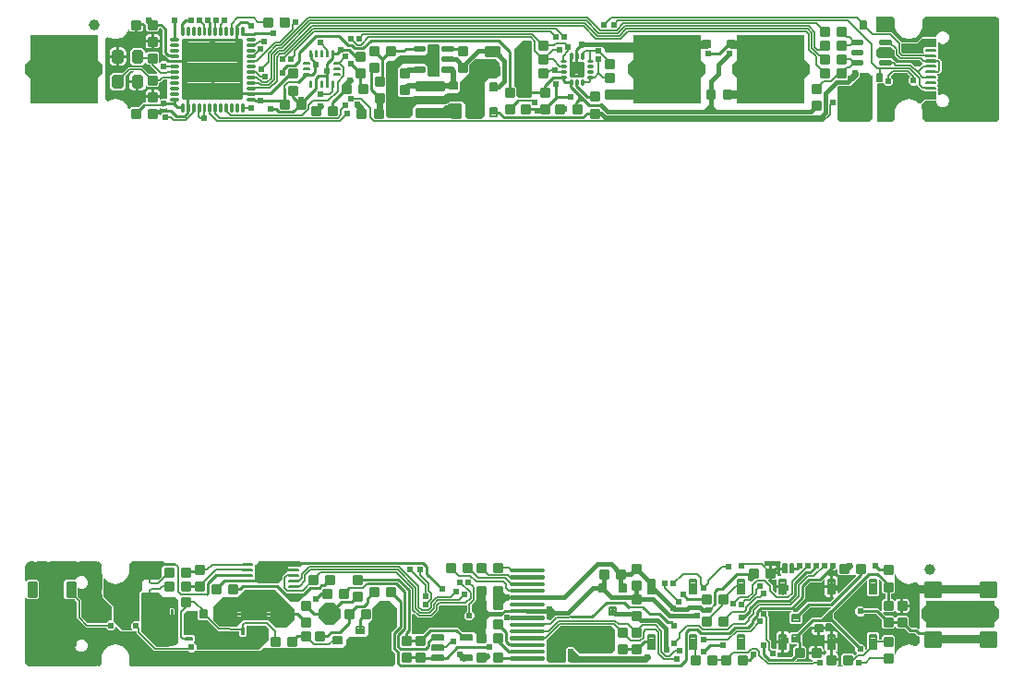
<source format=gbr>
G04 EAGLE Gerber RS-274X export*
G75*
%MOMM*%
%FSLAX34Y34*%
%LPD*%
%INBottom Copper*%
%IPPOS*%
%AMOC8*
5,1,8,0,0,1.08239X$1,22.5*%
G01*
%ADD10C,0.222250*%
%ADD11C,1.000000*%
%ADD12C,0.165000*%
%ADD13C,0.200000*%
%ADD14C,0.254000*%
%ADD15C,0.150000*%
%ADD16C,0.317500*%
%ADD17C,0.190500*%
%ADD18C,0.225000*%
%ADD19C,2.000000*%
%ADD20C,0.231000*%
%ADD21C,0.381000*%
%ADD22P,2.191840X8X112.500000*%
%ADD23C,0.134109*%
%ADD24C,1.000000*%
%ADD25C,0.550000*%
%ADD26C,0.280000*%
%ADD27C,0.290000*%
%ADD28C,0.184800*%
%ADD29C,0.369600*%
%ADD30C,0.363000*%
%ADD31C,0.285000*%
%ADD32C,0.350000*%
%ADD33C,0.399900*%
%ADD34C,0.604800*%
%ADD35C,0.800000*%
%ADD36C,1.143000*%
%ADD37C,0.508000*%
%ADD38C,0.203200*%
%ADD39C,0.609600*%
%ADD40C,0.127000*%
%ADD41C,0.177800*%
%ADD42C,0.762000*%
%ADD43C,0.889000*%
%ADD44C,0.152400*%

G36*
X52799Y131750D02*
X52799Y131750D01*
X52826Y131748D01*
X52909Y131770D01*
X52994Y131785D01*
X53017Y131799D01*
X53042Y131806D01*
X53113Y131856D01*
X53187Y131900D01*
X53204Y131920D01*
X53225Y131935D01*
X53274Y132007D01*
X53328Y132074D01*
X53337Y132099D01*
X53352Y132121D01*
X53373Y132205D01*
X53400Y132286D01*
X53400Y132313D01*
X53406Y132339D01*
X53396Y132424D01*
X53394Y132511D01*
X53384Y132535D01*
X53381Y132562D01*
X53342Y132639D01*
X53309Y132718D01*
X53292Y132738D01*
X53280Y132762D01*
X53184Y132855D01*
X53158Y132884D01*
X53152Y132887D01*
X53146Y132893D01*
X52524Y133345D01*
X51402Y136800D01*
X52524Y140255D01*
X55463Y142391D01*
X65297Y142391D01*
X68236Y140255D01*
X69358Y136800D01*
X68236Y133345D01*
X67614Y132893D01*
X67596Y132874D01*
X67573Y132860D01*
X67519Y132794D01*
X67459Y132731D01*
X67448Y132707D01*
X67432Y132686D01*
X67404Y132605D01*
X67370Y132525D01*
X67368Y132499D01*
X67360Y132474D01*
X67362Y132388D01*
X67358Y132301D01*
X67366Y132276D01*
X67366Y132249D01*
X67399Y132170D01*
X67424Y132087D01*
X67441Y132066D01*
X67451Y132042D01*
X67509Y131978D01*
X67562Y131910D01*
X67584Y131895D01*
X67602Y131876D01*
X67679Y131837D01*
X67752Y131791D01*
X67778Y131786D01*
X67802Y131773D01*
X67934Y131754D01*
X67972Y131746D01*
X67979Y131747D01*
X67987Y131746D01*
X92123Y131746D01*
X92149Y131750D01*
X92176Y131748D01*
X92259Y131770D01*
X92344Y131785D01*
X92367Y131799D01*
X92392Y131806D01*
X92463Y131856D01*
X92537Y131900D01*
X92554Y131920D01*
X92575Y131935D01*
X92624Y132007D01*
X92678Y132074D01*
X92687Y132099D01*
X92702Y132121D01*
X92723Y132205D01*
X92750Y132286D01*
X92750Y132313D01*
X92756Y132339D01*
X92746Y132424D01*
X92744Y132511D01*
X92734Y132535D01*
X92731Y132562D01*
X92692Y132639D01*
X92659Y132718D01*
X92642Y132738D01*
X92630Y132762D01*
X92534Y132855D01*
X92508Y132884D01*
X92502Y132887D01*
X92496Y132893D01*
X91874Y133345D01*
X90752Y136800D01*
X91874Y140255D01*
X94813Y142391D01*
X109447Y142391D01*
X112386Y140255D01*
X113508Y136800D01*
X112386Y133345D01*
X111764Y132893D01*
X111746Y132874D01*
X111723Y132860D01*
X111669Y132793D01*
X111609Y132731D01*
X111598Y132707D01*
X111582Y132686D01*
X111554Y132605D01*
X111520Y132525D01*
X111518Y132499D01*
X111510Y132474D01*
X111512Y132388D01*
X111508Y132301D01*
X111515Y132276D01*
X111516Y132249D01*
X111549Y132170D01*
X111574Y132087D01*
X111591Y132066D01*
X111601Y132042D01*
X111659Y131978D01*
X111712Y131910D01*
X111734Y131896D01*
X111752Y131876D01*
X111829Y131836D01*
X111902Y131791D01*
X111928Y131786D01*
X111952Y131773D01*
X112084Y131754D01*
X112122Y131746D01*
X112129Y131747D01*
X112137Y131746D01*
X112503Y131746D01*
X112545Y131753D01*
X112587Y131751D01*
X112654Y131773D01*
X112724Y131785D01*
X112760Y131807D01*
X112801Y131820D01*
X112873Y131874D01*
X112917Y131900D01*
X112930Y131916D01*
X112951Y131932D01*
X114898Y133879D01*
X114923Y133914D01*
X114954Y133942D01*
X114986Y134005D01*
X115027Y134063D01*
X115037Y134104D01*
X115057Y134142D01*
X115070Y134231D01*
X115083Y134280D01*
X115080Y134301D01*
X115084Y134327D01*
X115084Y142260D01*
X117601Y147486D01*
X122135Y151102D01*
X127790Y152392D01*
X133445Y151102D01*
X137979Y147486D01*
X140496Y142260D01*
X140496Y134327D01*
X140503Y134285D01*
X140501Y134243D01*
X140523Y134176D01*
X140535Y134106D01*
X140557Y134070D01*
X140570Y134029D01*
X140624Y133957D01*
X140650Y133913D01*
X140666Y133900D01*
X140682Y133879D01*
X142629Y131932D01*
X142664Y131907D01*
X142692Y131876D01*
X142755Y131844D01*
X142813Y131803D01*
X142854Y131793D01*
X142892Y131773D01*
X142981Y131760D01*
X143030Y131747D01*
X143051Y131750D01*
X143077Y131746D01*
X381668Y131746D01*
X381710Y131753D01*
X381752Y131751D01*
X381819Y131773D01*
X381889Y131785D01*
X381925Y131807D01*
X381966Y131820D01*
X382039Y131874D01*
X382082Y131900D01*
X382095Y131916D01*
X382116Y131932D01*
X384524Y134340D01*
X384549Y134374D01*
X384580Y134403D01*
X384612Y134466D01*
X384653Y134524D01*
X384663Y134565D01*
X384683Y134603D01*
X384696Y134692D01*
X384709Y134741D01*
X384706Y134762D01*
X384710Y134788D01*
X384710Y143506D01*
X384703Y143548D01*
X384705Y143590D01*
X384683Y143657D01*
X384671Y143727D01*
X384649Y143763D01*
X384636Y143804D01*
X384582Y143876D01*
X384556Y143920D01*
X384540Y143933D01*
X384524Y143954D01*
X380900Y147579D01*
X380900Y163452D01*
X382574Y165126D01*
X386050Y168602D01*
X386074Y168636D01*
X386104Y168664D01*
X386138Y168727D01*
X386179Y168786D01*
X386189Y168826D01*
X386208Y168863D01*
X386222Y168955D01*
X386235Y169004D01*
X386232Y169023D01*
X386236Y169048D01*
X386303Y185009D01*
X386295Y185052D01*
X386297Y185096D01*
X386276Y185162D01*
X386264Y185230D01*
X386242Y185267D01*
X386229Y185309D01*
X386198Y185351D01*
X386194Y185361D01*
X386176Y185381D01*
X386151Y185423D01*
X386134Y185437D01*
X386117Y185460D01*
X379698Y191878D01*
X379664Y191903D01*
X379635Y191934D01*
X379572Y191966D01*
X379514Y192007D01*
X379473Y192017D01*
X379435Y192037D01*
X379346Y192050D01*
X379297Y192063D01*
X379276Y192060D01*
X379250Y192064D01*
X370360Y192064D01*
X370318Y192057D01*
X370276Y192059D01*
X370209Y192037D01*
X370139Y192025D01*
X370103Y192003D01*
X370062Y191990D01*
X369989Y191936D01*
X369946Y191910D01*
X369933Y191894D01*
X369912Y191878D01*
X363562Y185528D01*
X363537Y185494D01*
X363506Y185465D01*
X363474Y185402D01*
X363433Y185344D01*
X363423Y185303D01*
X363403Y185265D01*
X363390Y185176D01*
X363378Y185127D01*
X363380Y185106D01*
X363376Y185080D01*
X363376Y175183D01*
X359752Y171558D01*
X359727Y171524D01*
X359696Y171495D01*
X359664Y171432D01*
X359623Y171374D01*
X359613Y171333D01*
X359593Y171295D01*
X359580Y171206D01*
X359568Y171157D01*
X359570Y171136D01*
X359566Y171110D01*
X359566Y161213D01*
X357397Y159044D01*
X342420Y159044D01*
X342378Y159037D01*
X342336Y159039D01*
X342269Y159017D01*
X342199Y159005D01*
X342163Y158983D01*
X342122Y158970D01*
X342049Y158916D01*
X342006Y158890D01*
X341993Y158874D01*
X341972Y158858D01*
X339432Y156318D01*
X339407Y156284D01*
X339376Y156255D01*
X339344Y156192D01*
X339303Y156134D01*
X339293Y156093D01*
X339273Y156055D01*
X339260Y155966D01*
X339257Y155953D01*
X339253Y155941D01*
X339253Y155938D01*
X339248Y155917D01*
X339250Y155896D01*
X339246Y155870D01*
X339246Y152323D01*
X335807Y148884D01*
X294530Y148884D01*
X294488Y148877D01*
X294446Y148879D01*
X294379Y148857D01*
X294309Y148845D01*
X294273Y148823D01*
X294232Y148810D01*
X294160Y148756D01*
X294116Y148730D01*
X294107Y148720D01*
X294102Y148717D01*
X294097Y148709D01*
X294082Y148698D01*
X294014Y148630D01*
X285162Y148630D01*
X285094Y148698D01*
X285062Y148721D01*
X285044Y148740D01*
X285042Y148741D01*
X285031Y148754D01*
X284968Y148786D01*
X284910Y148827D01*
X284869Y148837D01*
X284831Y148857D01*
X284742Y148870D01*
X284693Y148883D01*
X284672Y148880D01*
X284646Y148884D01*
X279290Y148884D01*
X279248Y148877D01*
X279206Y148879D01*
X279139Y148857D01*
X279069Y148845D01*
X279033Y148823D01*
X278992Y148810D01*
X278920Y148756D01*
X278876Y148730D01*
X278867Y148720D01*
X278862Y148717D01*
X278857Y148709D01*
X278842Y148698D01*
X278774Y148630D01*
X269922Y148630D01*
X269854Y148698D01*
X269822Y148721D01*
X269804Y148740D01*
X269802Y148741D01*
X269791Y148754D01*
X269728Y148786D01*
X269670Y148827D01*
X269629Y148837D01*
X269591Y148857D01*
X269502Y148870D01*
X269453Y148883D01*
X269432Y148880D01*
X269406Y148884D01*
X263462Y148884D01*
X263420Y148877D01*
X263378Y148879D01*
X263311Y148857D01*
X263241Y148845D01*
X263205Y148823D01*
X263164Y148810D01*
X263092Y148756D01*
X263048Y148730D01*
X263039Y148720D01*
X263034Y148717D01*
X263028Y148709D01*
X263014Y148698D01*
X260659Y146344D01*
X201160Y146344D01*
X201118Y146337D01*
X201076Y146339D01*
X201009Y146317D01*
X200939Y146305D01*
X200902Y146283D01*
X200862Y146270D01*
X200789Y146216D01*
X200746Y146190D01*
X200739Y146182D01*
X200735Y146180D01*
X200728Y146170D01*
X200711Y146158D01*
X199524Y144971D01*
X195756Y144971D01*
X194569Y146158D01*
X194536Y146181D01*
X194516Y146203D01*
X194514Y146204D01*
X194505Y146214D01*
X194442Y146246D01*
X194384Y146287D01*
X194343Y146297D01*
X194306Y146317D01*
X194216Y146330D01*
X194167Y146343D01*
X194146Y146340D01*
X194120Y146344D01*
X163831Y146344D01*
X147474Y162701D01*
X147474Y163490D01*
X147463Y163555D01*
X147461Y163621D01*
X147443Y163664D01*
X147435Y163711D01*
X147401Y163768D01*
X147376Y163828D01*
X147345Y163863D01*
X147320Y163904D01*
X147269Y163946D01*
X147225Y163994D01*
X147183Y164016D01*
X147146Y164045D01*
X147084Y164066D01*
X147025Y164097D01*
X146971Y164105D01*
X146934Y164117D01*
X146894Y164116D01*
X146840Y164124D01*
X137660Y164124D01*
X137618Y164117D01*
X137576Y164119D01*
X137508Y164097D01*
X137439Y164085D01*
X137402Y164063D01*
X137362Y164050D01*
X137323Y164021D01*
X133492Y164021D01*
X133482Y164026D01*
X133425Y164067D01*
X133403Y164072D01*
X132049Y165426D01*
X129103Y168371D01*
X129074Y168392D01*
X129065Y168402D01*
X129044Y168413D01*
X129030Y168422D01*
X128961Y168478D01*
X128939Y168486D01*
X128919Y168500D01*
X128833Y168522D01*
X128749Y168550D01*
X128725Y168550D01*
X128702Y168555D01*
X128613Y168546D01*
X128524Y168544D01*
X128502Y168535D01*
X128479Y168532D01*
X128399Y168493D01*
X128317Y168459D01*
X128299Y168443D01*
X128278Y168433D01*
X128217Y168368D01*
X128151Y168308D01*
X128140Y168287D01*
X128124Y168270D01*
X128089Y168188D01*
X128048Y168108D01*
X128045Y168082D01*
X128036Y168063D01*
X128034Y168013D01*
X128034Y168009D01*
X128028Y167992D01*
X128028Y167973D01*
X128021Y167923D01*
X128021Y167702D01*
X125356Y165037D01*
X121588Y165037D01*
X119131Y167494D01*
X119096Y167519D01*
X119067Y167550D01*
X119004Y167582D01*
X118946Y167623D01*
X118905Y167633D01*
X118868Y167653D01*
X118778Y167666D01*
X118729Y167679D01*
X118708Y167676D01*
X118682Y167680D01*
X101215Y167680D01*
X93886Y175008D01*
X93886Y175009D01*
X92584Y176311D01*
X92584Y191288D01*
X92577Y191330D01*
X92579Y191372D01*
X92557Y191439D01*
X92545Y191509D01*
X92523Y191545D01*
X92510Y191586D01*
X92456Y191659D01*
X92430Y191702D01*
X92414Y191715D01*
X92399Y191736D01*
X90845Y193289D01*
X90811Y193314D01*
X90782Y193345D01*
X90719Y193377D01*
X90661Y193418D01*
X90620Y193428D01*
X90582Y193448D01*
X90493Y193461D01*
X90444Y193474D01*
X90423Y193471D01*
X90397Y193475D01*
X82397Y193475D01*
X80845Y195027D01*
X80845Y209973D01*
X82397Y211525D01*
X91226Y211525D01*
X91279Y211534D01*
X91333Y211534D01*
X91388Y211554D01*
X91446Y211564D01*
X91493Y211592D01*
X91544Y211610D01*
X91589Y211649D01*
X91640Y211679D01*
X91674Y211721D01*
X91715Y211756D01*
X91752Y211817D01*
X91781Y211853D01*
X91791Y211882D01*
X91812Y211916D01*
X91921Y212180D01*
X93550Y213809D01*
X95678Y214691D01*
X97982Y214691D01*
X100110Y213809D01*
X101739Y212180D01*
X102621Y210052D01*
X102621Y207748D01*
X101739Y205620D01*
X100110Y203991D01*
X97982Y203109D01*
X95678Y203109D01*
X93772Y203899D01*
X93696Y203915D01*
X93623Y203940D01*
X93587Y203939D01*
X93552Y203947D01*
X93476Y203936D01*
X93398Y203934D01*
X93366Y203920D01*
X93330Y203915D01*
X93262Y203878D01*
X93191Y203849D01*
X93164Y203825D01*
X93133Y203808D01*
X93082Y203750D01*
X93025Y203698D01*
X93009Y203666D01*
X92985Y203640D01*
X92958Y203567D01*
X92922Y203498D01*
X92916Y203458D01*
X92906Y203430D01*
X92905Y203383D01*
X92895Y203313D01*
X92895Y196893D01*
X92902Y196851D01*
X92900Y196809D01*
X92922Y196742D01*
X92934Y196672D01*
X92956Y196636D01*
X92969Y196595D01*
X93023Y196523D01*
X93049Y196479D01*
X93065Y196466D01*
X93081Y196445D01*
X95094Y194431D01*
X96396Y193129D01*
X96396Y178152D01*
X96403Y178110D01*
X96401Y178068D01*
X96423Y178001D01*
X96435Y177931D01*
X96457Y177895D01*
X96470Y177854D01*
X96524Y177782D01*
X96550Y177738D01*
X96566Y177725D01*
X96582Y177704D01*
X102608Y171678D01*
X102642Y171653D01*
X102671Y171622D01*
X102734Y171590D01*
X102792Y171549D01*
X102833Y171539D01*
X102871Y171519D01*
X102960Y171506D01*
X103009Y171493D01*
X103030Y171496D01*
X103056Y171492D01*
X118682Y171492D01*
X118724Y171499D01*
X118766Y171497D01*
X118833Y171519D01*
X118903Y171531D01*
X118940Y171553D01*
X118980Y171566D01*
X119053Y171620D01*
X119096Y171646D01*
X119109Y171662D01*
X119131Y171678D01*
X121588Y174135D01*
X123980Y174135D01*
X124045Y174146D01*
X124111Y174148D01*
X124154Y174166D01*
X124201Y174174D01*
X124258Y174208D01*
X124318Y174233D01*
X124353Y174264D01*
X124394Y174289D01*
X124436Y174340D01*
X124484Y174384D01*
X124506Y174426D01*
X124535Y174463D01*
X124556Y174525D01*
X124587Y174584D01*
X124595Y174638D01*
X124607Y174675D01*
X124606Y174715D01*
X124614Y174769D01*
X124614Y186568D01*
X124607Y186610D01*
X124609Y186652D01*
X124587Y186719D01*
X124575Y186789D01*
X124553Y186825D01*
X124540Y186866D01*
X124486Y186938D01*
X124460Y186982D01*
X124444Y186995D01*
X124428Y187016D01*
X115724Y195721D01*
X115724Y198070D01*
X115717Y198112D01*
X115719Y198154D01*
X115697Y198221D01*
X115685Y198291D01*
X115663Y198328D01*
X115650Y198368D01*
X115621Y198407D01*
X115621Y202238D01*
X115626Y202248D01*
X115667Y202306D01*
X115677Y202347D01*
X115697Y202384D01*
X115710Y202474D01*
X115723Y202523D01*
X115720Y202544D01*
X115724Y202570D01*
X115724Y216266D01*
X115716Y216314D01*
X115717Y216362D01*
X115693Y216439D01*
X115685Y216487D01*
X115671Y216510D01*
X115661Y216541D01*
X115084Y217740D01*
X115084Y225673D01*
X115077Y225715D01*
X115079Y225757D01*
X115057Y225824D01*
X115045Y225894D01*
X115023Y225930D01*
X115010Y225971D01*
X114956Y226043D01*
X114930Y226087D01*
X114914Y226100D01*
X114898Y226121D01*
X112951Y228068D01*
X112916Y228093D01*
X112888Y228124D01*
X112825Y228156D01*
X112767Y228197D01*
X112726Y228207D01*
X112688Y228227D01*
X112599Y228240D01*
X112550Y228253D01*
X112529Y228250D01*
X112503Y228254D01*
X112137Y228254D01*
X112111Y228250D01*
X112084Y228252D01*
X112001Y228230D01*
X111916Y228215D01*
X111893Y228201D01*
X111868Y228194D01*
X111797Y228144D01*
X111723Y228100D01*
X111706Y228080D01*
X111685Y228065D01*
X111636Y227993D01*
X111582Y227926D01*
X111573Y227901D01*
X111558Y227879D01*
X111537Y227795D01*
X111510Y227714D01*
X111510Y227687D01*
X111504Y227661D01*
X111514Y227576D01*
X111516Y227489D01*
X111526Y227465D01*
X111529Y227438D01*
X111568Y227361D01*
X111601Y227282D01*
X111618Y227262D01*
X111630Y227238D01*
X111726Y227145D01*
X111752Y227116D01*
X111758Y227113D01*
X111764Y227107D01*
X112386Y226655D01*
X113508Y223200D01*
X112386Y219745D01*
X109447Y217609D01*
X94813Y217609D01*
X91874Y219745D01*
X90752Y223200D01*
X91874Y226655D01*
X92496Y227107D01*
X92514Y227126D01*
X92537Y227140D01*
X92591Y227207D01*
X92651Y227269D01*
X92662Y227293D01*
X92678Y227314D01*
X92706Y227395D01*
X92740Y227475D01*
X92742Y227501D01*
X92750Y227526D01*
X92748Y227612D01*
X92752Y227699D01*
X92745Y227724D01*
X92744Y227751D01*
X92711Y227830D01*
X92686Y227913D01*
X92669Y227934D01*
X92659Y227958D01*
X92601Y228022D01*
X92548Y228090D01*
X92526Y228104D01*
X92508Y228124D01*
X92431Y228164D01*
X92358Y228209D01*
X92332Y228214D01*
X92308Y228227D01*
X92176Y228246D01*
X92138Y228254D01*
X92131Y228253D01*
X92123Y228254D01*
X67987Y228254D01*
X67961Y228250D01*
X67934Y228252D01*
X67851Y228230D01*
X67766Y228215D01*
X67743Y228201D01*
X67718Y228194D01*
X67647Y228144D01*
X67573Y228100D01*
X67556Y228080D01*
X67535Y228065D01*
X67486Y227993D01*
X67432Y227926D01*
X67423Y227901D01*
X67408Y227879D01*
X67387Y227795D01*
X67360Y227714D01*
X67360Y227687D01*
X67354Y227661D01*
X67364Y227576D01*
X67366Y227489D01*
X67376Y227465D01*
X67379Y227438D01*
X67418Y227361D01*
X67451Y227282D01*
X67468Y227262D01*
X67480Y227238D01*
X67576Y227145D01*
X67602Y227116D01*
X67608Y227113D01*
X67614Y227107D01*
X68236Y226655D01*
X69358Y223200D01*
X68236Y219745D01*
X65297Y217609D01*
X55463Y217609D01*
X52524Y219745D01*
X51402Y223200D01*
X52524Y226655D01*
X53146Y227107D01*
X53164Y227126D01*
X53187Y227140D01*
X53241Y227207D01*
X53301Y227269D01*
X53312Y227293D01*
X53328Y227314D01*
X53356Y227395D01*
X53390Y227475D01*
X53392Y227501D01*
X53400Y227526D01*
X53398Y227612D01*
X53402Y227699D01*
X53395Y227724D01*
X53394Y227751D01*
X53361Y227830D01*
X53336Y227913D01*
X53319Y227934D01*
X53309Y227958D01*
X53251Y228022D01*
X53198Y228090D01*
X53176Y228104D01*
X53158Y228124D01*
X53081Y228164D01*
X53008Y228209D01*
X52982Y228214D01*
X52958Y228227D01*
X52826Y228246D01*
X52788Y228254D01*
X52781Y228253D01*
X52773Y228254D01*
X49050Y228254D01*
X49015Y228248D01*
X48967Y228249D01*
X48147Y228141D01*
X48118Y228131D01*
X48087Y228130D01*
X47977Y228087D01*
X47933Y228073D01*
X47925Y228066D01*
X47912Y228061D01*
X46491Y227241D01*
X46436Y227194D01*
X46376Y227155D01*
X46347Y227119D01*
X46320Y227096D01*
X46299Y227058D01*
X46259Y227009D01*
X45439Y225588D01*
X45428Y225559D01*
X45411Y225533D01*
X45378Y225419D01*
X45363Y225376D01*
X45363Y225366D01*
X45359Y225353D01*
X45251Y224533D01*
X45253Y224498D01*
X45246Y224450D01*
X45246Y223187D01*
X45242Y223175D01*
X45245Y223154D01*
X45241Y223128D01*
X45241Y210899D01*
X45256Y210811D01*
X45266Y210723D01*
X45276Y210702D01*
X45280Y210678D01*
X45326Y210602D01*
X45365Y210522D01*
X45382Y210506D01*
X45395Y210485D01*
X45464Y210429D01*
X45528Y210368D01*
X45550Y210359D01*
X45569Y210344D01*
X45653Y210315D01*
X45735Y210281D01*
X45759Y210280D01*
X45781Y210272D01*
X45870Y210275D01*
X45959Y210271D01*
X45982Y210278D01*
X46006Y210279D01*
X46088Y210312D01*
X46173Y210339D01*
X46194Y210355D01*
X46213Y210363D01*
X46251Y210397D01*
X46323Y210451D01*
X47397Y211525D01*
X56343Y211525D01*
X57895Y209973D01*
X57895Y195027D01*
X56343Y193475D01*
X47397Y193475D01*
X46323Y194549D01*
X46250Y194600D01*
X46181Y194656D01*
X46159Y194664D01*
X46139Y194677D01*
X46053Y194700D01*
X45969Y194728D01*
X45945Y194727D01*
X45922Y194733D01*
X45833Y194724D01*
X45744Y194721D01*
X45722Y194713D01*
X45699Y194710D01*
X45619Y194671D01*
X45537Y194637D01*
X45519Y194621D01*
X45498Y194611D01*
X45437Y194546D01*
X45371Y194486D01*
X45360Y194465D01*
X45344Y194447D01*
X45309Y194365D01*
X45268Y194286D01*
X45265Y194260D01*
X45256Y194241D01*
X45254Y194190D01*
X45241Y194101D01*
X45241Y136872D01*
X45246Y136844D01*
X45246Y135550D01*
X45252Y135515D01*
X45251Y135467D01*
X45359Y134647D01*
X45369Y134618D01*
X45370Y134587D01*
X45413Y134477D01*
X45427Y134433D01*
X45434Y134425D01*
X45439Y134412D01*
X46259Y132991D01*
X46306Y132936D01*
X46345Y132876D01*
X46381Y132847D01*
X46404Y132820D01*
X46442Y132799D01*
X46491Y132759D01*
X47912Y131939D01*
X47941Y131928D01*
X47967Y131911D01*
X48081Y131878D01*
X48124Y131863D01*
X48134Y131863D01*
X48147Y131859D01*
X48967Y131751D01*
X49002Y131753D01*
X49050Y131746D01*
X52773Y131746D01*
X52799Y131750D01*
G37*
G36*
X871179Y631750D02*
X871179Y631750D01*
X871206Y631748D01*
X871289Y631770D01*
X871374Y631785D01*
X871397Y631799D01*
X871422Y631806D01*
X871493Y631856D01*
X871567Y631900D01*
X871584Y631920D01*
X871605Y631935D01*
X871654Y632007D01*
X871708Y632074D01*
X871717Y632099D01*
X871732Y632121D01*
X871753Y632205D01*
X871780Y632286D01*
X871780Y632313D01*
X871786Y632339D01*
X871776Y632424D01*
X871774Y632511D01*
X871764Y632535D01*
X871761Y632562D01*
X871722Y632639D01*
X871689Y632718D01*
X871672Y632738D01*
X871660Y632762D01*
X871564Y632855D01*
X871538Y632884D01*
X871532Y632887D01*
X871526Y632893D01*
X870904Y633345D01*
X869782Y636800D01*
X870904Y640255D01*
X873843Y642391D01*
X888477Y642391D01*
X891416Y640255D01*
X892538Y636800D01*
X891416Y633345D01*
X890794Y632893D01*
X890776Y632874D01*
X890753Y632860D01*
X890699Y632793D01*
X890639Y632731D01*
X890628Y632707D01*
X890612Y632686D01*
X890584Y632605D01*
X890550Y632525D01*
X890548Y632499D01*
X890540Y632474D01*
X890542Y632388D01*
X890538Y632301D01*
X890545Y632276D01*
X890546Y632249D01*
X890579Y632170D01*
X890604Y632087D01*
X890621Y632066D01*
X890631Y632042D01*
X890689Y631978D01*
X890742Y631910D01*
X890764Y631896D01*
X890782Y631876D01*
X890859Y631836D01*
X890932Y631791D01*
X890958Y631786D01*
X890982Y631773D01*
X891114Y631754D01*
X891152Y631746D01*
X891159Y631747D01*
X891167Y631746D01*
X915303Y631746D01*
X915329Y631750D01*
X915356Y631748D01*
X915439Y631770D01*
X915524Y631785D01*
X915547Y631799D01*
X915572Y631806D01*
X915643Y631856D01*
X915717Y631900D01*
X915734Y631920D01*
X915755Y631935D01*
X915804Y632007D01*
X915858Y632074D01*
X915867Y632099D01*
X915882Y632121D01*
X915903Y632205D01*
X915930Y632286D01*
X915930Y632313D01*
X915936Y632339D01*
X915926Y632424D01*
X915924Y632511D01*
X915914Y632535D01*
X915911Y632562D01*
X915872Y632639D01*
X915839Y632718D01*
X915822Y632738D01*
X915810Y632762D01*
X915714Y632855D01*
X915688Y632884D01*
X915682Y632887D01*
X915676Y632893D01*
X915054Y633345D01*
X913932Y636800D01*
X915054Y640255D01*
X917993Y642391D01*
X927827Y642391D01*
X930766Y640255D01*
X931888Y636800D01*
X930766Y633345D01*
X930144Y632893D01*
X930126Y632874D01*
X930103Y632860D01*
X930049Y632793D01*
X929989Y632731D01*
X929978Y632707D01*
X929962Y632686D01*
X929934Y632605D01*
X929900Y632525D01*
X929898Y632499D01*
X929890Y632474D01*
X929892Y632388D01*
X929888Y632301D01*
X929895Y632276D01*
X929896Y632249D01*
X929929Y632170D01*
X929954Y632087D01*
X929971Y632066D01*
X929981Y632042D01*
X930039Y631978D01*
X930092Y631910D01*
X930114Y631896D01*
X930132Y631876D01*
X930209Y631836D01*
X930282Y631791D01*
X930308Y631786D01*
X930332Y631773D01*
X930464Y631754D01*
X930502Y631746D01*
X930509Y631747D01*
X930517Y631746D01*
X934240Y631746D01*
X934275Y631752D01*
X934323Y631751D01*
X935143Y631859D01*
X935172Y631869D01*
X935203Y631870D01*
X935313Y631913D01*
X935357Y631927D01*
X935365Y631934D01*
X935378Y631939D01*
X936799Y632759D01*
X936854Y632806D01*
X936914Y632845D01*
X936943Y632881D01*
X936970Y632904D01*
X936991Y632942D01*
X937031Y632991D01*
X937851Y634412D01*
X937862Y634441D01*
X937879Y634467D01*
X937912Y634580D01*
X937927Y634623D01*
X937927Y634634D01*
X937931Y634647D01*
X938039Y635467D01*
X938037Y635502D01*
X938044Y635550D01*
X938044Y636811D01*
X938047Y636823D01*
X938045Y636845D01*
X938049Y636872D01*
X938049Y723128D01*
X938044Y723156D01*
X938044Y724450D01*
X938038Y724485D01*
X938039Y724533D01*
X937931Y725353D01*
X937921Y725382D01*
X937920Y725413D01*
X937877Y725523D01*
X937863Y725567D01*
X937856Y725575D01*
X937851Y725588D01*
X937031Y727009D01*
X936984Y727064D01*
X936945Y727124D01*
X936909Y727153D01*
X936886Y727180D01*
X936848Y727201D01*
X936799Y727241D01*
X935378Y728061D01*
X935349Y728072D01*
X935323Y728089D01*
X935209Y728122D01*
X935206Y728123D01*
X935204Y728124D01*
X935203Y728124D01*
X935166Y728137D01*
X935156Y728137D01*
X935143Y728141D01*
X934323Y728249D01*
X934288Y728247D01*
X934240Y728254D01*
X930517Y728254D01*
X930491Y728250D01*
X930464Y728252D01*
X930381Y728230D01*
X930296Y728215D01*
X930273Y728201D01*
X930248Y728194D01*
X930177Y728144D01*
X930103Y728100D01*
X930086Y728080D01*
X930065Y728065D01*
X930016Y727993D01*
X929962Y727926D01*
X929953Y727901D01*
X929938Y727879D01*
X929917Y727795D01*
X929890Y727714D01*
X929890Y727687D01*
X929884Y727661D01*
X929894Y727576D01*
X929896Y727489D01*
X929906Y727465D01*
X929909Y727438D01*
X929948Y727361D01*
X929981Y727282D01*
X929998Y727262D01*
X930010Y727238D01*
X930106Y727145D01*
X930132Y727116D01*
X930138Y727113D01*
X930144Y727107D01*
X930766Y726655D01*
X931888Y723200D01*
X930766Y719745D01*
X927827Y717609D01*
X917993Y717609D01*
X915054Y719745D01*
X913932Y723200D01*
X915054Y726655D01*
X915676Y727107D01*
X915694Y727126D01*
X915717Y727140D01*
X915771Y727207D01*
X915831Y727269D01*
X915842Y727293D01*
X915858Y727314D01*
X915886Y727395D01*
X915920Y727475D01*
X915922Y727501D01*
X915930Y727526D01*
X915928Y727612D01*
X915932Y727699D01*
X915925Y727724D01*
X915924Y727751D01*
X915891Y727830D01*
X915866Y727913D01*
X915849Y727934D01*
X915839Y727958D01*
X915781Y728022D01*
X915728Y728090D01*
X915706Y728104D01*
X915688Y728124D01*
X915611Y728164D01*
X915538Y728209D01*
X915512Y728214D01*
X915488Y728227D01*
X915356Y728246D01*
X915318Y728254D01*
X915311Y728253D01*
X915303Y728254D01*
X891167Y728254D01*
X891141Y728250D01*
X891114Y728252D01*
X891031Y728230D01*
X890946Y728215D01*
X890923Y728201D01*
X890898Y728194D01*
X890827Y728144D01*
X890753Y728100D01*
X890736Y728080D01*
X890715Y728065D01*
X890666Y727993D01*
X890612Y727926D01*
X890603Y727901D01*
X890588Y727879D01*
X890567Y727795D01*
X890540Y727714D01*
X890540Y727687D01*
X890534Y727661D01*
X890544Y727576D01*
X890546Y727489D01*
X890556Y727465D01*
X890559Y727439D01*
X890598Y727361D01*
X890631Y727282D01*
X890648Y727262D01*
X890660Y727238D01*
X890756Y727145D01*
X890782Y727116D01*
X890788Y727113D01*
X890794Y727107D01*
X891416Y726655D01*
X892538Y723200D01*
X891416Y719745D01*
X888477Y717609D01*
X873843Y717609D01*
X870904Y719745D01*
X869782Y723200D01*
X870904Y726655D01*
X871526Y727107D01*
X871544Y727126D01*
X871567Y727140D01*
X871621Y727207D01*
X871681Y727269D01*
X871692Y727293D01*
X871708Y727314D01*
X871736Y727395D01*
X871770Y727475D01*
X871772Y727501D01*
X871780Y727526D01*
X871778Y727612D01*
X871782Y727699D01*
X871775Y727724D01*
X871774Y727751D01*
X871741Y727830D01*
X871716Y727913D01*
X871699Y727934D01*
X871689Y727958D01*
X871631Y728022D01*
X871578Y728090D01*
X871556Y728104D01*
X871538Y728124D01*
X871461Y728164D01*
X871388Y728209D01*
X871362Y728214D01*
X871338Y728227D01*
X871206Y728246D01*
X871168Y728254D01*
X871161Y728253D01*
X871153Y728254D01*
X870787Y728254D01*
X870745Y728247D01*
X870703Y728249D01*
X870636Y728227D01*
X870566Y728215D01*
X870530Y728193D01*
X870489Y728180D01*
X870417Y728126D01*
X870373Y728100D01*
X870360Y728084D01*
X870339Y728068D01*
X868392Y726121D01*
X868367Y726086D01*
X868336Y726058D01*
X868304Y725995D01*
X868263Y725937D01*
X868253Y725896D01*
X868233Y725858D01*
X868220Y725769D01*
X868207Y725720D01*
X868210Y725699D01*
X868206Y725673D01*
X868206Y717740D01*
X865689Y712514D01*
X861155Y708898D01*
X855500Y707608D01*
X849845Y708898D01*
X845311Y712514D01*
X842794Y717740D01*
X842794Y725673D01*
X842787Y725715D01*
X842789Y725757D01*
X842767Y725824D01*
X842755Y725894D01*
X842733Y725930D01*
X842720Y725971D01*
X842666Y726043D01*
X842640Y726087D01*
X842624Y726100D01*
X842608Y726121D01*
X840661Y728069D01*
X840626Y728093D01*
X840598Y728124D01*
X840535Y728156D01*
X840477Y728197D01*
X840436Y728207D01*
X840398Y728227D01*
X840309Y728240D01*
X840260Y728253D01*
X840239Y728250D01*
X840213Y728254D01*
X826290Y728254D01*
X826225Y728243D01*
X826159Y728241D01*
X826116Y728223D01*
X826069Y728215D01*
X826012Y728181D01*
X825952Y728156D01*
X825917Y728125D01*
X825876Y728100D01*
X825835Y728049D01*
X825786Y728005D01*
X825764Y727963D01*
X825735Y727926D01*
X825714Y727864D01*
X825683Y727805D01*
X825675Y727751D01*
X825663Y727714D01*
X825664Y727674D01*
X825656Y727620D01*
X825656Y714475D01*
X825667Y714410D01*
X825669Y714344D01*
X825687Y714301D01*
X825695Y714254D01*
X825729Y714197D01*
X825754Y714137D01*
X825785Y714102D01*
X825810Y714061D01*
X825861Y714019D01*
X825905Y713971D01*
X825947Y713949D01*
X825984Y713920D01*
X826046Y713899D01*
X826105Y713868D01*
X826159Y713860D01*
X826196Y713848D01*
X826236Y713849D01*
X826290Y713841D01*
X839086Y713841D01*
X840389Y712539D01*
X846706Y706222D01*
X846740Y706197D01*
X846769Y706166D01*
X846832Y706134D01*
X846890Y706093D01*
X846931Y706083D01*
X846969Y706063D01*
X847058Y706050D01*
X847107Y706037D01*
X847128Y706040D01*
X847154Y706036D01*
X862068Y706036D01*
X862110Y706043D01*
X862152Y706041D01*
X862219Y706063D01*
X862289Y706075D01*
X862325Y706097D01*
X862366Y706110D01*
X862438Y706164D01*
X862482Y706190D01*
X862495Y706206D01*
X862516Y706222D01*
X865633Y709338D01*
X880035Y709338D01*
X880100Y709349D01*
X880166Y709351D01*
X880209Y709369D01*
X880256Y709377D01*
X880313Y709411D01*
X880373Y709436D01*
X880408Y709467D01*
X880449Y709492D01*
X880491Y709543D01*
X880539Y709587D01*
X880561Y709629D01*
X880590Y709666D01*
X880611Y709728D01*
X880642Y709787D01*
X880650Y709841D01*
X880662Y709878D01*
X880661Y709918D01*
X880669Y709972D01*
X880669Y710052D01*
X881551Y712180D01*
X883180Y713809D01*
X885308Y714691D01*
X887612Y714691D01*
X889740Y713809D01*
X891369Y712180D01*
X892251Y710052D01*
X892251Y707748D01*
X891369Y705620D01*
X889740Y703991D01*
X887612Y703109D01*
X885308Y703109D01*
X883180Y703991D01*
X883127Y704044D01*
X883053Y704095D01*
X882984Y704151D01*
X882962Y704159D01*
X882942Y704172D01*
X882856Y704195D01*
X882772Y704223D01*
X882748Y704222D01*
X882725Y704228D01*
X882636Y704219D01*
X882547Y704216D01*
X882526Y704208D01*
X882502Y704205D01*
X882422Y704166D01*
X882340Y704132D01*
X882322Y704116D01*
X882301Y704106D01*
X882240Y704041D01*
X882174Y703981D01*
X882163Y703960D01*
X882147Y703942D01*
X882112Y703860D01*
X882071Y703781D01*
X882068Y703755D01*
X882059Y703736D01*
X882057Y703685D01*
X882044Y703596D01*
X882044Y690160D01*
X882055Y690095D01*
X882057Y690029D01*
X882075Y689986D01*
X882083Y689939D01*
X882117Y689882D01*
X882142Y689822D01*
X882173Y689787D01*
X882198Y689746D01*
X882249Y689704D01*
X882293Y689656D01*
X882335Y689634D01*
X882372Y689605D01*
X882434Y689584D01*
X882493Y689553D01*
X882547Y689545D01*
X882584Y689533D01*
X882624Y689534D01*
X882678Y689526D01*
X882959Y689526D01*
X885346Y687139D01*
X885346Y677941D01*
X882999Y675594D01*
X881862Y675594D01*
X881774Y675579D01*
X881686Y675569D01*
X881665Y675559D01*
X881641Y675555D01*
X881564Y675509D01*
X881485Y675470D01*
X881468Y675453D01*
X881448Y675440D01*
X881392Y675371D01*
X881331Y675307D01*
X881322Y675285D01*
X881307Y675266D01*
X881278Y675182D01*
X881243Y675100D01*
X881242Y675076D01*
X881235Y675054D01*
X881237Y674965D01*
X881233Y674876D01*
X881241Y674853D01*
X881241Y674829D01*
X881275Y674747D01*
X881302Y674662D01*
X881318Y674641D01*
X881326Y674622D01*
X881360Y674584D01*
X881413Y674512D01*
X881935Y673990D01*
X881935Y671010D01*
X881374Y670449D01*
X881336Y670394D01*
X881291Y670347D01*
X881272Y670303D01*
X881245Y670264D01*
X881229Y670201D01*
X881203Y670140D01*
X881201Y670093D01*
X881189Y670047D01*
X881196Y669982D01*
X881193Y669916D01*
X881208Y669871D01*
X881213Y669824D01*
X881242Y669765D01*
X881262Y669702D01*
X881295Y669658D01*
X881312Y669623D01*
X881341Y669596D01*
X881374Y669552D01*
X881935Y668990D01*
X881935Y666010D01*
X881374Y665448D01*
X881336Y665394D01*
X881291Y665347D01*
X881272Y665303D01*
X881245Y665264D01*
X881229Y665201D01*
X881203Y665140D01*
X881201Y665093D01*
X881189Y665047D01*
X881196Y664982D01*
X881193Y664916D01*
X881208Y664871D01*
X881213Y664824D01*
X881242Y664765D01*
X881262Y664702D01*
X881295Y664658D01*
X881312Y664623D01*
X881341Y664596D01*
X881374Y664551D01*
X881935Y663990D01*
X881935Y661010D01*
X881892Y660967D01*
X881854Y660913D01*
X881809Y660865D01*
X881791Y660822D01*
X881764Y660783D01*
X881747Y660719D01*
X881722Y660658D01*
X881720Y660611D01*
X881708Y660565D01*
X881715Y660500D01*
X881712Y660434D01*
X881726Y660389D01*
X881731Y660342D01*
X881760Y660283D01*
X881780Y660221D01*
X881813Y660176D01*
X881831Y660141D01*
X881859Y660114D01*
X881892Y660070D01*
X882171Y659791D01*
X882171Y656531D01*
X882187Y656443D01*
X882196Y656354D01*
X882206Y656333D01*
X882210Y656310D01*
X882256Y656233D01*
X882296Y656153D01*
X882313Y656137D01*
X882325Y656117D01*
X882394Y656061D01*
X882459Y656000D01*
X882481Y655991D01*
X882499Y655976D01*
X882583Y655947D01*
X882666Y655912D01*
X882689Y655911D01*
X882711Y655904D01*
X882800Y655907D01*
X882890Y655903D01*
X882912Y655910D01*
X882936Y655911D01*
X883018Y655944D01*
X883103Y655972D01*
X883121Y655985D01*
X885308Y656891D01*
X887612Y656891D01*
X889740Y656009D01*
X891369Y654380D01*
X892251Y652252D01*
X892251Y649948D01*
X891369Y647820D01*
X889740Y646191D01*
X887612Y645309D01*
X885308Y645309D01*
X883180Y646191D01*
X881551Y647820D01*
X880669Y649948D01*
X880669Y650155D01*
X880658Y650220D01*
X880656Y650286D01*
X880638Y650329D01*
X880630Y650376D01*
X880596Y650433D01*
X880571Y650493D01*
X880540Y650528D01*
X880515Y650569D01*
X880464Y650611D01*
X880420Y650659D01*
X880378Y650681D01*
X880341Y650710D01*
X880279Y650731D01*
X880220Y650762D01*
X880166Y650770D01*
X880129Y650782D01*
X880089Y650781D01*
X880035Y650789D01*
X870531Y650789D01*
X870489Y650782D01*
X870447Y650784D01*
X870380Y650762D01*
X870310Y650750D01*
X870274Y650728D01*
X870233Y650715D01*
X870161Y650661D01*
X870117Y650635D01*
X870107Y650623D01*
X870101Y650619D01*
X870096Y650614D01*
X870083Y650603D01*
X867117Y647637D01*
X867092Y647603D01*
X867061Y647574D01*
X867029Y647511D01*
X866988Y647453D01*
X866978Y647412D01*
X866958Y647374D01*
X866945Y647285D01*
X866932Y647236D01*
X866935Y647215D01*
X866931Y647189D01*
X866931Y645052D01*
X866939Y645005D01*
X866938Y644956D01*
X866944Y644936D01*
X866944Y644934D01*
X866946Y644930D01*
X866962Y644880D01*
X866970Y644831D01*
X866984Y644809D01*
X866994Y644777D01*
X868206Y642260D01*
X868206Y634327D01*
X868213Y634285D01*
X868211Y634243D01*
X868233Y634176D01*
X868245Y634106D01*
X868267Y634070D01*
X868280Y634029D01*
X868334Y633957D01*
X868360Y633913D01*
X868376Y633900D01*
X868392Y633879D01*
X870339Y631932D01*
X870374Y631907D01*
X870402Y631876D01*
X870465Y631844D01*
X870523Y631803D01*
X870564Y631793D01*
X870602Y631773D01*
X870691Y631760D01*
X870740Y631747D01*
X870761Y631750D01*
X870787Y631746D01*
X871153Y631746D01*
X871179Y631750D01*
G37*
G36*
X111345Y648897D02*
X111345Y648897D01*
X111411Y648899D01*
X111454Y648917D01*
X111501Y648925D01*
X111558Y648959D01*
X111618Y648984D01*
X111653Y649015D01*
X111694Y649040D01*
X111736Y649091D01*
X111784Y649135D01*
X111806Y649177D01*
X111835Y649214D01*
X111856Y649276D01*
X111887Y649335D01*
X111895Y649389D01*
X111907Y649426D01*
X111906Y649466D01*
X111914Y649520D01*
X111914Y710480D01*
X111903Y710545D01*
X111901Y710611D01*
X111883Y710654D01*
X111875Y710701D01*
X111841Y710758D01*
X111816Y710818D01*
X111785Y710853D01*
X111760Y710894D01*
X111709Y710936D01*
X111665Y710984D01*
X111623Y711006D01*
X111586Y711035D01*
X111524Y711056D01*
X111465Y711087D01*
X111411Y711095D01*
X111374Y711107D01*
X111334Y711106D01*
X111280Y711114D01*
X50320Y711114D01*
X50255Y711103D01*
X50189Y711101D01*
X50146Y711083D01*
X50099Y711075D01*
X50042Y711041D01*
X49982Y711016D01*
X49947Y710985D01*
X49906Y710960D01*
X49865Y710909D01*
X49816Y710865D01*
X49794Y710823D01*
X49765Y710786D01*
X49744Y710724D01*
X49713Y710665D01*
X49705Y710611D01*
X49693Y710574D01*
X49694Y710534D01*
X49686Y710480D01*
X49686Y649520D01*
X49697Y649455D01*
X49699Y649389D01*
X49717Y649346D01*
X49725Y649299D01*
X49759Y649242D01*
X49784Y649182D01*
X49815Y649147D01*
X49840Y649106D01*
X49891Y649065D01*
X49935Y649016D01*
X49977Y648994D01*
X50014Y648965D01*
X50076Y648944D01*
X50135Y648913D01*
X50189Y648905D01*
X50226Y648893D01*
X50266Y648894D01*
X50320Y648886D01*
X111280Y648886D01*
X111345Y648897D01*
G37*
G36*
X664303Y648897D02*
X664303Y648897D01*
X664369Y648899D01*
X664412Y648917D01*
X664459Y648925D01*
X664516Y648959D01*
X664576Y648984D01*
X664611Y649015D01*
X664652Y649040D01*
X664694Y649091D01*
X664742Y649135D01*
X664764Y649177D01*
X664793Y649214D01*
X664814Y649276D01*
X664845Y649335D01*
X664853Y649389D01*
X664865Y649426D01*
X664864Y649466D01*
X664872Y649520D01*
X664872Y710480D01*
X664861Y710545D01*
X664859Y710611D01*
X664841Y710654D01*
X664833Y710701D01*
X664799Y710758D01*
X664774Y710818D01*
X664743Y710853D01*
X664718Y710894D01*
X664667Y710936D01*
X664623Y710984D01*
X664581Y711006D01*
X664544Y711035D01*
X664482Y711056D01*
X664423Y711087D01*
X664369Y711095D01*
X664332Y711107D01*
X664292Y711106D01*
X664238Y711114D01*
X603278Y711114D01*
X603213Y711103D01*
X603147Y711101D01*
X603104Y711083D01*
X603057Y711075D01*
X603000Y711041D01*
X602940Y711016D01*
X602905Y710985D01*
X602864Y710960D01*
X602823Y710909D01*
X602774Y710865D01*
X602752Y710823D01*
X602723Y710786D01*
X602702Y710724D01*
X602671Y710665D01*
X602663Y710611D01*
X602651Y710574D01*
X602652Y710534D01*
X602644Y710480D01*
X602644Y649520D01*
X602655Y649455D01*
X602657Y649389D01*
X602675Y649346D01*
X602683Y649299D01*
X602717Y649242D01*
X602742Y649182D01*
X602773Y649147D01*
X602798Y649106D01*
X602849Y649065D01*
X602893Y649016D01*
X602935Y648994D01*
X602972Y648965D01*
X603034Y648944D01*
X603093Y648913D01*
X603147Y648905D01*
X603184Y648893D01*
X603224Y648894D01*
X603278Y648886D01*
X664238Y648886D01*
X664303Y648897D01*
G37*
G36*
X759299Y648897D02*
X759299Y648897D01*
X759365Y648899D01*
X759408Y648917D01*
X759455Y648925D01*
X759512Y648959D01*
X759572Y648984D01*
X759607Y649015D01*
X759648Y649040D01*
X759690Y649091D01*
X759738Y649135D01*
X759760Y649177D01*
X759789Y649214D01*
X759810Y649276D01*
X759841Y649335D01*
X759849Y649389D01*
X759861Y649426D01*
X759860Y649466D01*
X759868Y649520D01*
X759868Y710480D01*
X759857Y710545D01*
X759855Y710611D01*
X759837Y710654D01*
X759829Y710701D01*
X759795Y710758D01*
X759770Y710818D01*
X759739Y710853D01*
X759714Y710894D01*
X759663Y710936D01*
X759619Y710984D01*
X759577Y711006D01*
X759540Y711035D01*
X759478Y711056D01*
X759419Y711087D01*
X759365Y711095D01*
X759328Y711107D01*
X759288Y711106D01*
X759234Y711114D01*
X698274Y711114D01*
X698209Y711103D01*
X698143Y711101D01*
X698100Y711083D01*
X698053Y711075D01*
X697996Y711041D01*
X697936Y711016D01*
X697901Y710985D01*
X697860Y710960D01*
X697819Y710909D01*
X697770Y710865D01*
X697748Y710823D01*
X697719Y710786D01*
X697698Y710724D01*
X697667Y710665D01*
X697659Y710611D01*
X697647Y710574D01*
X697648Y710534D01*
X697640Y710480D01*
X697640Y649520D01*
X697651Y649455D01*
X697653Y649389D01*
X697671Y649346D01*
X697679Y649299D01*
X697713Y649242D01*
X697738Y649182D01*
X697769Y649147D01*
X697794Y649106D01*
X697845Y649065D01*
X697889Y649016D01*
X697931Y648994D01*
X697968Y648965D01*
X698030Y648944D01*
X698089Y648913D01*
X698143Y648905D01*
X698180Y648893D01*
X698220Y648894D01*
X698274Y648886D01*
X759234Y648886D01*
X759299Y648897D01*
G37*
G36*
X140330Y643491D02*
X140330Y643491D01*
X140389Y643489D01*
X140440Y643505D01*
X140493Y643512D01*
X140546Y643539D01*
X140603Y643557D01*
X140654Y643595D01*
X140692Y643615D01*
X140716Y643641D01*
X140754Y643669D01*
X142414Y645330D01*
X148954Y645330D01*
X148996Y645337D01*
X149038Y645335D01*
X149105Y645357D01*
X149175Y645369D01*
X149211Y645391D01*
X149252Y645404D01*
X149324Y645458D01*
X149368Y645484D01*
X149381Y645500D01*
X149402Y645516D01*
X153408Y649521D01*
X155133Y649521D01*
X155168Y649527D01*
X155204Y649525D01*
X155278Y649547D01*
X155353Y649560D01*
X155385Y649579D01*
X155419Y649589D01*
X155480Y649635D01*
X155547Y649675D01*
X155569Y649703D01*
X155598Y649724D01*
X155640Y649789D01*
X155688Y649849D01*
X155700Y649883D01*
X155719Y649914D01*
X155735Y649989D01*
X155760Y650061D01*
X155759Y650097D01*
X155766Y650133D01*
X155755Y650236D01*
X155753Y650286D01*
X155747Y650300D01*
X155745Y650319D01*
X155602Y650852D01*
X155602Y653331D01*
X161445Y653331D01*
X161510Y653342D01*
X161575Y653344D01*
X161619Y653362D01*
X161666Y653370D01*
X161722Y653404D01*
X161783Y653429D01*
X161818Y653461D01*
X161859Y653485D01*
X161900Y653536D01*
X161949Y653580D01*
X161971Y653622D01*
X162000Y653659D01*
X162021Y653721D01*
X162051Y653780D01*
X162060Y653834D01*
X162072Y653871D01*
X162071Y653911D01*
X162079Y653965D01*
X162079Y654601D01*
X162081Y654601D01*
X162081Y653965D01*
X162093Y653900D01*
X162094Y653835D01*
X162112Y653791D01*
X162121Y653744D01*
X162154Y653687D01*
X162179Y653627D01*
X162211Y653592D01*
X162235Y653551D01*
X162286Y653510D01*
X162330Y653461D01*
X162372Y653439D01*
X162409Y653410D01*
X162471Y653389D01*
X162530Y653358D01*
X162584Y653350D01*
X162621Y653338D01*
X162661Y653339D01*
X162715Y653331D01*
X168558Y653331D01*
X168558Y652532D01*
X168573Y652444D01*
X168583Y652356D01*
X168593Y652334D01*
X168597Y652311D01*
X168643Y652234D01*
X168682Y652155D01*
X168699Y652138D01*
X168712Y652118D01*
X168781Y652062D01*
X168845Y652001D01*
X168867Y651991D01*
X168886Y651976D01*
X168970Y651948D01*
X169052Y651913D01*
X169076Y651912D01*
X169098Y651905D01*
X169187Y651907D01*
X169276Y651903D01*
X169299Y651910D01*
X169323Y651911D01*
X169405Y651945D01*
X169490Y651972D01*
X169511Y651988D01*
X169530Y651995D01*
X169568Y652029D01*
X169640Y652083D01*
X170356Y652799D01*
X174124Y652799D01*
X174332Y652591D01*
X174405Y652541D01*
X174474Y652484D01*
X174496Y652477D01*
X174516Y652463D01*
X174602Y652441D01*
X174686Y652413D01*
X174710Y652413D01*
X174733Y652407D01*
X174822Y652417D01*
X174911Y652419D01*
X174933Y652428D01*
X174956Y652431D01*
X175036Y652470D01*
X175118Y652503D01*
X175136Y652519D01*
X175157Y652530D01*
X175218Y652595D01*
X175284Y652655D01*
X175295Y652676D01*
X175311Y652693D01*
X175346Y652775D01*
X175387Y652854D01*
X175390Y652881D01*
X175399Y652900D01*
X175401Y652950D01*
X175414Y653040D01*
X175414Y669960D01*
X175403Y670025D01*
X175401Y670091D01*
X175383Y670134D01*
X175375Y670181D01*
X175341Y670238D01*
X175316Y670298D01*
X175285Y670333D01*
X175260Y670374D01*
X175209Y670416D01*
X175165Y670464D01*
X175123Y670486D01*
X175086Y670515D01*
X175024Y670536D01*
X174965Y670567D01*
X174911Y670575D01*
X174874Y670587D01*
X174834Y670586D01*
X174780Y670594D01*
X172142Y670594D01*
X172100Y670587D01*
X172058Y670589D01*
X171991Y670567D01*
X171921Y670555D01*
X171885Y670533D01*
X171844Y670520D01*
X171772Y670466D01*
X171728Y670440D01*
X171715Y670424D01*
X171694Y670408D01*
X169219Y667934D01*
X168684Y667934D01*
X168619Y667923D01*
X168553Y667921D01*
X168510Y667903D01*
X168463Y667895D01*
X168406Y667861D01*
X168346Y667836D01*
X168311Y667805D01*
X168270Y667780D01*
X168228Y667729D01*
X168180Y667685D01*
X168158Y667643D01*
X168129Y667606D01*
X168108Y667544D01*
X168077Y667485D01*
X168069Y667431D01*
X168057Y667394D01*
X168058Y667354D01*
X168050Y667300D01*
X168050Y665414D01*
X166506Y663870D01*
X157654Y663870D01*
X156835Y664689D01*
X156762Y664740D01*
X156693Y664796D01*
X156671Y664804D01*
X156651Y664817D01*
X156565Y664839D01*
X156481Y664868D01*
X156457Y664867D01*
X156434Y664873D01*
X156345Y664864D01*
X156256Y664861D01*
X156234Y664852D01*
X156211Y664850D01*
X156131Y664811D01*
X156049Y664777D01*
X156031Y664761D01*
X156010Y664751D01*
X155949Y664686D01*
X155883Y664626D01*
X155872Y664605D01*
X155856Y664587D01*
X155821Y664505D01*
X155780Y664426D01*
X155777Y664400D01*
X155768Y664381D01*
X155766Y664330D01*
X155753Y664241D01*
X155753Y664120D01*
X155427Y662904D01*
X154797Y661813D01*
X153907Y660923D01*
X152816Y660293D01*
X151600Y659967D01*
X149489Y659967D01*
X149489Y667865D01*
X149478Y667930D01*
X149476Y667995D01*
X149458Y668039D01*
X149449Y668086D01*
X149416Y668142D01*
X149391Y668203D01*
X149359Y668238D01*
X149335Y668279D01*
X149284Y668320D01*
X149240Y668369D01*
X149198Y668391D01*
X149161Y668420D01*
X149099Y668441D01*
X149040Y668471D01*
X148986Y668480D01*
X148949Y668492D01*
X148909Y668491D01*
X148855Y668499D01*
X148219Y668499D01*
X148219Y669135D01*
X148207Y669200D01*
X148206Y669265D01*
X148188Y669309D01*
X148179Y669356D01*
X148146Y669413D01*
X148121Y669473D01*
X148089Y669508D01*
X148065Y669549D01*
X148014Y669590D01*
X147970Y669639D01*
X147928Y669661D01*
X147891Y669690D01*
X147829Y669711D01*
X147770Y669741D01*
X147716Y669750D01*
X147679Y669762D01*
X147639Y669761D01*
X147585Y669769D01*
X140687Y669769D01*
X140687Y672880D01*
X141013Y674096D01*
X141643Y675187D01*
X142533Y676077D01*
X143624Y676707D01*
X144149Y676847D01*
X144176Y676860D01*
X144205Y676865D01*
X144277Y676908D01*
X144352Y676943D01*
X144373Y676964D01*
X144399Y676980D01*
X144451Y677044D01*
X144509Y677103D01*
X144521Y677130D01*
X144540Y677154D01*
X144566Y677232D01*
X144600Y677308D01*
X144602Y677338D01*
X144612Y677366D01*
X144609Y677449D01*
X144615Y677532D01*
X144606Y677561D01*
X144605Y677591D01*
X144574Y677667D01*
X144550Y677747D01*
X144532Y677771D01*
X144521Y677798D01*
X144465Y677860D01*
X144415Y677926D01*
X144390Y677942D01*
X144369Y677964D01*
X144296Y678002D01*
X144226Y678047D01*
X144197Y678053D01*
X144170Y678067D01*
X144050Y678084D01*
X144007Y678094D01*
X143995Y678093D01*
X143984Y678094D01*
X141502Y678094D01*
X141460Y678087D01*
X141418Y678089D01*
X141351Y678067D01*
X141281Y678055D01*
X141245Y678033D01*
X141204Y678020D01*
X141132Y677966D01*
X141088Y677940D01*
X141075Y677924D01*
X141054Y677908D01*
X137431Y674285D01*
X137406Y674251D01*
X137375Y674222D01*
X137343Y674159D01*
X137302Y674101D01*
X137292Y674060D01*
X137272Y674022D01*
X137259Y673933D01*
X137246Y673884D01*
X137249Y673863D01*
X137245Y673837D01*
X137245Y662979D01*
X134741Y660475D01*
X125699Y660475D01*
X123195Y662979D01*
X123195Y674021D01*
X125699Y676525D01*
X134017Y676525D01*
X134059Y676532D01*
X134101Y676530D01*
X134168Y676552D01*
X134238Y676564D01*
X134274Y676586D01*
X134315Y676599D01*
X134387Y676653D01*
X134431Y676679D01*
X134444Y676695D01*
X134465Y676711D01*
X139661Y681906D01*
X152709Y681906D01*
X158620Y675996D01*
X158654Y675971D01*
X158683Y675940D01*
X158746Y675908D01*
X158804Y675867D01*
X158845Y675857D01*
X158883Y675837D01*
X158972Y675824D01*
X159021Y675811D01*
X159042Y675814D01*
X159068Y675810D01*
X165854Y675810D01*
X165942Y675826D01*
X166030Y675835D01*
X166051Y675845D01*
X166075Y675849D01*
X166151Y675895D01*
X166231Y675934D01*
X166248Y675951D01*
X166268Y675964D01*
X166324Y676033D01*
X166385Y676097D01*
X166394Y676119D01*
X166409Y676138D01*
X166438Y676222D01*
X166473Y676304D01*
X166474Y676328D01*
X166481Y676350D01*
X166479Y676439D01*
X166483Y676528D01*
X166475Y676551D01*
X166475Y676575D01*
X166441Y676657D01*
X166414Y676742D01*
X166398Y676763D01*
X166390Y676782D01*
X166356Y676820D01*
X166302Y676892D01*
X160174Y683021D01*
X160174Y683556D01*
X160163Y683621D01*
X160161Y683687D01*
X160143Y683730D01*
X160135Y683777D01*
X160101Y683834D01*
X160076Y683894D01*
X160045Y683929D01*
X160020Y683970D01*
X159969Y684012D01*
X159925Y684060D01*
X159883Y684082D01*
X159846Y684111D01*
X159784Y684132D01*
X159725Y684163D01*
X159671Y684171D01*
X159634Y684183D01*
X159594Y684182D01*
X159540Y684190D01*
X157654Y684190D01*
X156004Y685841D01*
X155949Y685879D01*
X155902Y685924D01*
X155858Y685942D01*
X155819Y685969D01*
X155756Y685986D01*
X155695Y686011D01*
X155648Y686013D01*
X155602Y686025D01*
X155537Y686018D01*
X155471Y686021D01*
X155426Y686007D01*
X155379Y686002D01*
X155320Y685973D01*
X155257Y685953D01*
X155213Y685920D01*
X155178Y685903D01*
X155151Y685874D01*
X155107Y685841D01*
X152741Y683475D01*
X143699Y683475D01*
X141195Y685979D01*
X141195Y697021D01*
X143699Y699525D01*
X152741Y699525D01*
X155245Y697021D01*
X155245Y695251D01*
X155260Y695164D01*
X155270Y695075D01*
X155280Y695054D01*
X155284Y695030D01*
X155330Y694954D01*
X155369Y694874D01*
X155386Y694858D01*
X155399Y694837D01*
X155468Y694781D01*
X155532Y694720D01*
X155554Y694711D01*
X155573Y694696D01*
X155657Y694667D01*
X155739Y694633D01*
X155763Y694632D01*
X155785Y694624D01*
X155874Y694627D01*
X155963Y694623D01*
X155986Y694630D01*
X156010Y694631D01*
X156092Y694664D01*
X156177Y694691D01*
X156198Y694707D01*
X156217Y694715D01*
X156255Y694749D01*
X156327Y694803D01*
X157654Y696130D01*
X166506Y696130D01*
X168050Y694586D01*
X168050Y686314D01*
X168065Y686226D01*
X168075Y686138D01*
X168085Y686116D01*
X168089Y686093D01*
X168135Y686016D01*
X168174Y685937D01*
X168191Y685920D01*
X168204Y685900D01*
X168273Y685844D01*
X168337Y685783D01*
X168359Y685773D01*
X168378Y685758D01*
X168462Y685730D01*
X168544Y685695D01*
X168568Y685694D01*
X168590Y685687D01*
X168679Y685689D01*
X168768Y685685D01*
X168791Y685692D01*
X168815Y685693D01*
X168897Y685727D01*
X168982Y685754D01*
X169003Y685770D01*
X169022Y685777D01*
X169060Y685811D01*
X169132Y685865D01*
X170356Y687089D01*
X174124Y687089D01*
X174332Y686881D01*
X174405Y686831D01*
X174474Y686774D01*
X174496Y686767D01*
X174516Y686753D01*
X174602Y686731D01*
X174686Y686703D01*
X174710Y686703D01*
X174733Y686697D01*
X174822Y686707D01*
X174911Y686709D01*
X174933Y686718D01*
X174956Y686721D01*
X175036Y686760D01*
X175118Y686793D01*
X175136Y686809D01*
X175157Y686820D01*
X175218Y686885D01*
X175284Y686945D01*
X175295Y686966D01*
X175311Y686983D01*
X175346Y687065D01*
X175387Y687144D01*
X175390Y687171D01*
X175399Y687190D01*
X175401Y687240D01*
X175414Y687330D01*
X175414Y689480D01*
X175407Y689522D01*
X175409Y689564D01*
X175387Y689631D01*
X175375Y689701D01*
X175353Y689737D01*
X175340Y689778D01*
X175286Y689850D01*
X175260Y689894D01*
X175244Y689907D01*
X175228Y689928D01*
X172643Y692514D01*
X170969Y694188D01*
X170969Y715515D01*
X170962Y715557D01*
X170964Y715599D01*
X170942Y715666D01*
X170930Y715736D01*
X170908Y715772D01*
X170895Y715813D01*
X170841Y715886D01*
X170815Y715929D01*
X170799Y715942D01*
X170784Y715963D01*
X169132Y717614D01*
X169059Y717665D01*
X168990Y717721D01*
X168968Y717729D01*
X168948Y717742D01*
X168862Y717765D01*
X168778Y717793D01*
X168754Y717793D01*
X168731Y717798D01*
X168642Y717789D01*
X168553Y717787D01*
X168531Y717778D01*
X168508Y717775D01*
X168428Y717736D01*
X168346Y717702D01*
X168328Y717686D01*
X168307Y717676D01*
X168246Y717611D01*
X168180Y717551D01*
X168169Y717530D01*
X168153Y717512D01*
X168118Y717431D01*
X168077Y717351D01*
X168074Y717325D01*
X168065Y717306D01*
X168063Y717255D01*
X168050Y717166D01*
X168050Y716214D01*
X166506Y714670D01*
X157654Y714670D01*
X156110Y716214D01*
X156110Y719914D01*
X156103Y719956D01*
X156105Y719998D01*
X156083Y720066D01*
X156071Y720135D01*
X156049Y720172D01*
X156036Y720212D01*
X155982Y720285D01*
X155956Y720328D01*
X155940Y720341D01*
X155924Y720363D01*
X154400Y721887D01*
X154327Y721937D01*
X154258Y721994D01*
X154236Y722001D01*
X154216Y722015D01*
X154130Y722037D01*
X154046Y722065D01*
X154022Y722065D01*
X153999Y722071D01*
X153910Y722061D01*
X153821Y722059D01*
X153799Y722050D01*
X153776Y722047D01*
X153696Y722008D01*
X153614Y721975D01*
X153596Y721959D01*
X153575Y721948D01*
X153538Y721909D01*
X147475Y721909D01*
X147410Y721898D01*
X147345Y721896D01*
X147301Y721878D01*
X147254Y721869D01*
X147198Y721836D01*
X147137Y721811D01*
X147102Y721779D01*
X147061Y721755D01*
X147020Y721704D01*
X146971Y721660D01*
X146949Y721618D01*
X146920Y721581D01*
X146899Y721519D01*
X146869Y721460D01*
X146860Y721406D01*
X146848Y721369D01*
X146849Y721329D01*
X146841Y721275D01*
X146841Y720639D01*
X146205Y720639D01*
X146140Y720627D01*
X146075Y720626D01*
X146031Y720608D01*
X145984Y720599D01*
X145927Y720566D01*
X145867Y720541D01*
X145832Y720509D01*
X145791Y720485D01*
X145750Y720434D01*
X145701Y720390D01*
X145679Y720348D01*
X145650Y720311D01*
X145629Y720249D01*
X145598Y720190D01*
X145590Y720136D01*
X145578Y720099D01*
X145579Y720059D01*
X145571Y720005D01*
X145571Y714162D01*
X143092Y714162D01*
X142293Y714377D01*
X141576Y714790D01*
X140990Y715376D01*
X140700Y715879D01*
X140680Y715902D01*
X140668Y715929D01*
X140609Y715987D01*
X140555Y716050D01*
X140529Y716065D01*
X140507Y716086D01*
X140432Y716120D01*
X140360Y716161D01*
X140330Y716165D01*
X140302Y716178D01*
X140220Y716183D01*
X140138Y716196D01*
X140109Y716190D01*
X140078Y716192D01*
X139999Y716168D01*
X139918Y716152D01*
X139893Y716136D01*
X139864Y716127D01*
X139798Y716077D01*
X139727Y716034D01*
X139709Y716010D01*
X139685Y715992D01*
X139617Y715893D01*
X139589Y715857D01*
X139586Y715847D01*
X139579Y715837D01*
X137979Y712514D01*
X133445Y708898D01*
X127790Y707608D01*
X122135Y708898D01*
X121519Y709390D01*
X121492Y709404D01*
X121470Y709425D01*
X121394Y709457D01*
X121322Y709496D01*
X121292Y709500D01*
X121264Y709512D01*
X121181Y709516D01*
X121100Y709527D01*
X121070Y709521D01*
X121040Y709522D01*
X120961Y709497D01*
X120880Y709479D01*
X120855Y709463D01*
X120826Y709454D01*
X120730Y709383D01*
X120692Y709358D01*
X120685Y709350D01*
X120675Y709342D01*
X118452Y707118D01*
X118427Y707084D01*
X118396Y707055D01*
X118364Y706992D01*
X118323Y706934D01*
X118313Y706893D01*
X118293Y706855D01*
X118280Y706766D01*
X118268Y706717D01*
X118270Y706696D01*
X118266Y706670D01*
X118266Y653330D01*
X118273Y653288D01*
X118271Y653246D01*
X118293Y653179D01*
X118305Y653109D01*
X118327Y653073D01*
X118340Y653032D01*
X118394Y652959D01*
X118420Y652916D01*
X118436Y652903D01*
X118452Y652882D01*
X120675Y650658D01*
X120700Y650640D01*
X120720Y650617D01*
X120792Y650577D01*
X120859Y650530D01*
X120889Y650522D01*
X120915Y650507D01*
X120997Y650494D01*
X121077Y650474D01*
X121107Y650477D01*
X121137Y650472D01*
X121218Y650489D01*
X121300Y650497D01*
X121327Y650510D01*
X121357Y650516D01*
X121460Y650576D01*
X121501Y650596D01*
X121508Y650604D01*
X121519Y650610D01*
X122135Y651102D01*
X127790Y652392D01*
X133445Y651102D01*
X137979Y647486D01*
X139734Y643842D01*
X139769Y643794D01*
X139795Y643740D01*
X139834Y643704D01*
X139865Y643661D01*
X139915Y643627D01*
X139959Y643586D01*
X140008Y643566D01*
X140052Y643536D01*
X140110Y643522D01*
X140165Y643499D01*
X140218Y643496D01*
X140270Y643484D01*
X140330Y643491D01*
G37*
G36*
X285312Y167943D02*
X285312Y167943D01*
X285354Y167941D01*
X285421Y167963D01*
X285491Y167975D01*
X285527Y167997D01*
X285568Y168010D01*
X285641Y168064D01*
X285684Y168090D01*
X285697Y168106D01*
X285718Y168122D01*
X292068Y174472D01*
X292093Y174506D01*
X292124Y174535D01*
X292148Y174582D01*
X292168Y174606D01*
X292173Y174622D01*
X292197Y174656D01*
X292207Y174697D01*
X292227Y174735D01*
X292239Y174815D01*
X292240Y174819D01*
X292240Y174822D01*
X292240Y174824D01*
X292253Y174873D01*
X292250Y174894D01*
X292254Y174920D01*
X292254Y183810D01*
X292247Y183852D01*
X292249Y183894D01*
X292241Y183919D01*
X292241Y183923D01*
X292235Y183936D01*
X292227Y183961D01*
X292215Y184031D01*
X292193Y184067D01*
X292180Y184108D01*
X292126Y184181D01*
X292100Y184224D01*
X292084Y184237D01*
X292068Y184258D01*
X274288Y202038D01*
X274254Y202063D01*
X274225Y202094D01*
X274162Y202126D01*
X274104Y202167D01*
X274063Y202177D01*
X274025Y202197D01*
X273936Y202210D01*
X273887Y202223D01*
X273866Y202220D01*
X273840Y202224D01*
X247170Y202224D01*
X247128Y202217D01*
X247086Y202219D01*
X247019Y202197D01*
X246949Y202185D01*
X246913Y202163D01*
X246872Y202150D01*
X246799Y202096D01*
X246756Y202070D01*
X246743Y202054D01*
X246722Y202038D01*
X240557Y195874D01*
X226850Y195874D01*
X226808Y195867D01*
X226766Y195869D01*
X226699Y195847D01*
X226629Y195835D01*
X226593Y195813D01*
X226552Y195800D01*
X226479Y195746D01*
X226436Y195720D01*
X226423Y195704D01*
X226402Y195688D01*
X217512Y186798D01*
X217487Y186764D01*
X217456Y186735D01*
X217424Y186672D01*
X217383Y186614D01*
X217373Y186573D01*
X217353Y186535D01*
X217340Y186446D01*
X217339Y186440D01*
X217333Y186423D01*
X217333Y186418D01*
X217328Y186397D01*
X217330Y186376D01*
X217326Y186350D01*
X217326Y175130D01*
X217333Y175089D01*
X217331Y175046D01*
X217353Y174979D01*
X217365Y174910D01*
X217387Y174873D01*
X217400Y174833D01*
X217454Y174760D01*
X217480Y174716D01*
X217496Y174703D01*
X217512Y174682D01*
X223642Y168552D01*
X223674Y168529D01*
X223700Y168500D01*
X223765Y168466D01*
X223826Y168424D01*
X223864Y168414D01*
X223899Y168396D01*
X223994Y168381D01*
X224043Y168368D01*
X224061Y168370D01*
X224084Y168366D01*
X238571Y168233D01*
X238616Y168241D01*
X238661Y168239D01*
X238726Y168259D01*
X238793Y168271D01*
X238832Y168293D01*
X238875Y168307D01*
X238943Y168358D01*
X238987Y168383D01*
X239002Y168401D01*
X239026Y168419D01*
X244731Y174124D01*
X266286Y174124D01*
X266288Y174125D01*
X266290Y174124D01*
X266333Y174144D01*
X266377Y174162D01*
X266377Y174164D01*
X266379Y174165D01*
X266412Y174250D01*
X266412Y174286D01*
X268497Y174286D01*
X274662Y168122D01*
X274696Y168097D01*
X274725Y168066D01*
X274788Y168034D01*
X274846Y167993D01*
X274887Y167983D01*
X274925Y167963D01*
X275014Y167950D01*
X275063Y167938D01*
X275084Y167940D01*
X275110Y167936D01*
X285270Y167936D01*
X285312Y167943D01*
G37*
G36*
X842997Y143491D02*
X842997Y143491D01*
X843057Y143487D01*
X843108Y143503D01*
X843161Y143508D01*
X843215Y143535D01*
X843272Y143552D01*
X843314Y143584D01*
X843362Y143608D01*
X843403Y143651D01*
X843451Y143687D01*
X843486Y143739D01*
X843516Y143771D01*
X843530Y143803D01*
X843556Y143842D01*
X845311Y147486D01*
X849845Y151102D01*
X855500Y152392D01*
X861155Y151102D01*
X861771Y150610D01*
X861798Y150596D01*
X861820Y150575D01*
X861896Y150543D01*
X861968Y150504D01*
X861998Y150500D01*
X862026Y150488D01*
X862109Y150484D01*
X862190Y150473D01*
X862220Y150479D01*
X862250Y150478D01*
X862329Y150503D01*
X862410Y150521D01*
X862435Y150537D01*
X862464Y150546D01*
X862560Y150617D01*
X862598Y150642D01*
X862605Y150650D01*
X862615Y150658D01*
X864838Y152882D01*
X864863Y152916D01*
X864894Y152945D01*
X864922Y153000D01*
X864926Y153004D01*
X864928Y153010D01*
X864967Y153066D01*
X864977Y153107D01*
X864997Y153145D01*
X865010Y153234D01*
X865023Y153283D01*
X865020Y153304D01*
X865024Y153330D01*
X865024Y159045D01*
X865013Y159110D01*
X865011Y159176D01*
X864993Y159219D01*
X864985Y159266D01*
X864951Y159323D01*
X864926Y159383D01*
X864895Y159418D01*
X864870Y159459D01*
X864819Y159501D01*
X864775Y159549D01*
X864733Y159571D01*
X864696Y159600D01*
X864634Y159621D01*
X864575Y159652D01*
X864521Y159660D01*
X864484Y159672D01*
X864444Y159671D01*
X864390Y159679D01*
X863338Y159679D01*
X860983Y162033D01*
X860955Y162053D01*
X860949Y162060D01*
X860945Y162062D01*
X860920Y162089D01*
X860857Y162121D01*
X860799Y162162D01*
X860758Y162172D01*
X860720Y162192D01*
X860631Y162205D01*
X860582Y162218D01*
X860561Y162215D01*
X860535Y162219D01*
X855718Y162219D01*
X851712Y166224D01*
X851678Y166249D01*
X851649Y166280D01*
X851586Y166312D01*
X851528Y166353D01*
X851487Y166363D01*
X851449Y166383D01*
X851360Y166396D01*
X851311Y166409D01*
X851290Y166406D01*
X851264Y166410D01*
X844724Y166410D01*
X843248Y167886D01*
X843194Y167924D01*
X843147Y167969D01*
X843103Y167987D01*
X843064Y168014D01*
X843001Y168031D01*
X842940Y168056D01*
X842893Y168058D01*
X842847Y168070D01*
X842782Y168063D01*
X842716Y168066D01*
X842671Y168052D01*
X842624Y168047D01*
X842565Y168018D01*
X842502Y167998D01*
X842458Y167965D01*
X842423Y167948D01*
X842396Y167919D01*
X842351Y167886D01*
X840876Y166410D01*
X832024Y166410D01*
X830480Y167954D01*
X830480Y174494D01*
X830473Y174536D01*
X830475Y174578D01*
X830453Y174645D01*
X830441Y174715D01*
X830419Y174751D01*
X830406Y174792D01*
X830352Y174864D01*
X830326Y174908D01*
X830310Y174921D01*
X830294Y174942D01*
X825423Y179813D01*
X825389Y179838D01*
X825360Y179869D01*
X825297Y179901D01*
X825239Y179942D01*
X825198Y179952D01*
X825160Y179972D01*
X825071Y179985D01*
X825022Y179998D01*
X825001Y179995D01*
X824975Y179999D01*
X815205Y179999D01*
X815163Y179992D01*
X815121Y179994D01*
X815054Y179972D01*
X814984Y179960D01*
X814947Y179938D01*
X814907Y179925D01*
X814834Y179871D01*
X814791Y179845D01*
X814778Y179829D01*
X814756Y179813D01*
X812934Y177991D01*
X809166Y177991D01*
X806501Y180656D01*
X806501Y184424D01*
X809166Y187089D01*
X812934Y187089D01*
X814756Y185267D01*
X814791Y185242D01*
X814820Y185211D01*
X814883Y185179D01*
X814941Y185138D01*
X814982Y185128D01*
X815019Y185108D01*
X815109Y185095D01*
X815158Y185082D01*
X815179Y185085D01*
X815205Y185081D01*
X827342Y185081D01*
X829398Y183026D01*
X829471Y182975D01*
X829540Y182919D01*
X829562Y182911D01*
X829582Y182898D01*
X829668Y182875D01*
X829752Y182847D01*
X829776Y182847D01*
X829799Y182842D01*
X829888Y182851D01*
X829977Y182853D01*
X829999Y182862D01*
X830022Y182865D01*
X830102Y182904D01*
X830184Y182938D01*
X830202Y182954D01*
X830223Y182964D01*
X830284Y183029D01*
X830350Y183089D01*
X830361Y183110D01*
X830377Y183128D01*
X830412Y183209D01*
X830453Y183289D01*
X830456Y183315D01*
X830465Y183334D01*
X830467Y183385D01*
X830480Y183474D01*
X830480Y192046D01*
X832024Y193590D01*
X833275Y193590D01*
X833340Y193601D01*
X833406Y193603D01*
X833449Y193621D01*
X833496Y193629D01*
X833553Y193663D01*
X833613Y193688D01*
X833648Y193719D01*
X833689Y193744D01*
X833731Y193795D01*
X833779Y193839D01*
X833801Y193881D01*
X833830Y193918D01*
X833851Y193980D01*
X833882Y194039D01*
X833890Y194093D01*
X833902Y194130D01*
X833901Y194170D01*
X833909Y194224D01*
X833909Y198416D01*
X833898Y198481D01*
X833896Y198547D01*
X833878Y198590D01*
X833870Y198637D01*
X833836Y198694D01*
X833811Y198754D01*
X833780Y198789D01*
X833755Y198830D01*
X833704Y198872D01*
X833660Y198920D01*
X833618Y198942D01*
X833581Y198971D01*
X833519Y198992D01*
X833460Y199023D01*
X833406Y199031D01*
X833369Y199043D01*
X833329Y199042D01*
X833275Y199050D01*
X832024Y199050D01*
X830480Y200594D01*
X830480Y209292D01*
X830473Y209334D01*
X830475Y209376D01*
X830453Y209443D01*
X830441Y209513D01*
X830419Y209549D01*
X830406Y209590D01*
X830352Y209662D01*
X830326Y209706D01*
X830310Y209719D01*
X830294Y209740D01*
X828897Y211137D01*
X828824Y211188D01*
X828755Y211244D01*
X828733Y211252D01*
X828713Y211265D01*
X828627Y211288D01*
X828543Y211316D01*
X828519Y211316D01*
X828496Y211321D01*
X828407Y211312D01*
X828318Y211310D01*
X828296Y211301D01*
X828273Y211298D01*
X828193Y211259D01*
X828111Y211225D01*
X828093Y211209D01*
X828072Y211199D01*
X828011Y211134D01*
X827945Y211074D01*
X827934Y211053D01*
X827918Y211035D01*
X827883Y210954D01*
X827842Y210874D01*
X827839Y210848D01*
X827830Y210829D01*
X827828Y210778D01*
X827815Y210689D01*
X827815Y197706D01*
X826364Y196255D01*
X818596Y196255D01*
X817145Y197706D01*
X817145Y210181D01*
X817129Y210269D01*
X817120Y210357D01*
X817110Y210378D01*
X817106Y210402D01*
X817060Y210478D01*
X817021Y210558D01*
X817004Y210575D01*
X816991Y210595D01*
X816922Y210651D01*
X816858Y210712D01*
X816836Y210721D01*
X816817Y210736D01*
X816733Y210765D01*
X816651Y210800D01*
X816627Y210801D01*
X816605Y210808D01*
X816516Y210806D01*
X816427Y210810D01*
X816404Y210802D01*
X816380Y210802D01*
X816298Y210768D01*
X816213Y210741D01*
X816192Y210725D01*
X816173Y210717D01*
X816135Y210683D01*
X816063Y210629D01*
X787107Y181673D01*
X787082Y181639D01*
X787051Y181610D01*
X787019Y181547D01*
X787000Y181523D01*
X786997Y181516D01*
X786978Y181489D01*
X786968Y181448D01*
X786948Y181410D01*
X786938Y181342D01*
X786928Y181311D01*
X786928Y181294D01*
X786922Y181272D01*
X786925Y181251D01*
X786921Y181225D01*
X786921Y176235D01*
X786928Y176193D01*
X786926Y176151D01*
X786948Y176084D01*
X786960Y176014D01*
X786982Y175978D01*
X786995Y175937D01*
X787049Y175865D01*
X787075Y175821D01*
X787091Y175808D01*
X787107Y175787D01*
X809909Y152985D01*
X809943Y152960D01*
X809972Y152929D01*
X810035Y152897D01*
X810093Y152856D01*
X810134Y152846D01*
X810172Y152826D01*
X810261Y152813D01*
X810310Y152800D01*
X810331Y152803D01*
X810357Y152799D01*
X812934Y152799D01*
X815599Y150134D01*
X815599Y148135D01*
X815615Y148047D01*
X815624Y147959D01*
X815634Y147938D01*
X815638Y147914D01*
X815684Y147838D01*
X815723Y147758D01*
X815740Y147741D01*
X815753Y147721D01*
X815822Y147665D01*
X815886Y147604D01*
X815908Y147595D01*
X815927Y147580D01*
X816011Y147551D01*
X816093Y147516D01*
X816117Y147515D01*
X816139Y147508D01*
X816228Y147510D01*
X816317Y147506D01*
X816340Y147514D01*
X816364Y147514D01*
X816446Y147548D01*
X816531Y147575D01*
X816552Y147591D01*
X816571Y147599D01*
X816609Y147633D01*
X816681Y147687D01*
X816959Y147965D01*
X816984Y147999D01*
X817015Y148028D01*
X817047Y148091D01*
X817088Y148149D01*
X817098Y148190D01*
X817118Y148228D01*
X817131Y148317D01*
X817144Y148366D01*
X817141Y148387D01*
X817145Y148413D01*
X817145Y162294D01*
X818596Y163745D01*
X826364Y163745D01*
X827815Y162294D01*
X827815Y157140D01*
X827826Y157075D01*
X827828Y157009D01*
X827846Y156966D01*
X827854Y156919D01*
X827888Y156862D01*
X827913Y156802D01*
X827944Y156767D01*
X827969Y156726D01*
X828020Y156684D01*
X828064Y156636D01*
X828106Y156614D01*
X828143Y156585D01*
X828205Y156564D01*
X828264Y156533D01*
X828318Y156525D01*
X828355Y156513D01*
X828395Y156514D01*
X828449Y156506D01*
X829846Y156506D01*
X829911Y156517D01*
X829977Y156519D01*
X830020Y156537D01*
X830067Y156545D01*
X830124Y156579D01*
X830184Y156604D01*
X830219Y156635D01*
X830260Y156660D01*
X830302Y156711D01*
X830350Y156755D01*
X830372Y156797D01*
X830401Y156834D01*
X830422Y156896D01*
X830453Y156955D01*
X830461Y157009D01*
X830473Y157046D01*
X830472Y157086D01*
X830480Y157140D01*
X830480Y159026D01*
X832024Y160570D01*
X840876Y160570D01*
X842420Y159026D01*
X842420Y150163D01*
X842391Y150107D01*
X842350Y150049D01*
X842340Y150008D01*
X842320Y149970D01*
X842307Y149880D01*
X842294Y149832D01*
X842297Y149811D01*
X842293Y149785D01*
X842293Y144175D01*
X842300Y144134D01*
X842298Y144091D01*
X842320Y144024D01*
X842332Y143954D01*
X842354Y143918D01*
X842367Y143878D01*
X842421Y143805D01*
X842447Y143761D01*
X842463Y143748D01*
X842478Y143727D01*
X842536Y143669D01*
X842585Y143635D01*
X842628Y143593D01*
X842677Y143571D01*
X842720Y143541D01*
X842778Y143526D01*
X842833Y143502D01*
X842886Y143498D01*
X842938Y143485D01*
X842997Y143491D01*
G37*
G36*
X142646Y165412D02*
X142646Y165412D01*
X142734Y165421D01*
X142756Y165431D01*
X142779Y165435D01*
X142856Y165481D01*
X142935Y165520D01*
X142952Y165537D01*
X142972Y165550D01*
X143028Y165619D01*
X143089Y165683D01*
X143099Y165705D01*
X143114Y165724D01*
X143142Y165808D01*
X143177Y165890D01*
X143178Y165914D01*
X143185Y165936D01*
X143183Y166025D01*
X143187Y166114D01*
X143180Y166137D01*
X143179Y166161D01*
X143145Y166243D01*
X143118Y166328D01*
X143102Y166349D01*
X143095Y166368D01*
X143061Y166406D01*
X143007Y166479D01*
X142291Y167194D01*
X142291Y170962D01*
X144956Y173627D01*
X148724Y173627D01*
X148932Y173419D01*
X149005Y173369D01*
X149074Y173312D01*
X149096Y173305D01*
X149116Y173291D01*
X149202Y173269D01*
X149286Y173241D01*
X149310Y173241D01*
X149333Y173235D01*
X149422Y173245D01*
X149511Y173247D01*
X149533Y173256D01*
X149556Y173259D01*
X149636Y173298D01*
X149718Y173331D01*
X149736Y173347D01*
X149757Y173358D01*
X149818Y173423D01*
X149884Y173483D01*
X149895Y173504D01*
X149911Y173521D01*
X149946Y173603D01*
X149987Y173682D01*
X149990Y173709D01*
X149999Y173728D01*
X150001Y173778D01*
X150014Y173868D01*
X150014Y200057D01*
X152368Y202412D01*
X152393Y202446D01*
X152424Y202475D01*
X152456Y202538D01*
X152497Y202596D01*
X152507Y202637D01*
X152527Y202675D01*
X152540Y202764D01*
X152553Y202813D01*
X152550Y202834D01*
X152554Y202860D01*
X152554Y210217D01*
X153961Y211624D01*
X166906Y211624D01*
X166948Y211631D01*
X166990Y211629D01*
X167057Y211651D01*
X167127Y211663D01*
X167163Y211685D01*
X167204Y211698D01*
X167277Y211752D01*
X167320Y211778D01*
X167333Y211794D01*
X167354Y211810D01*
X170148Y214604D01*
X170173Y214638D01*
X170204Y214667D01*
X170236Y214730D01*
X170277Y214788D01*
X170287Y214829D01*
X170307Y214867D01*
X170320Y214956D01*
X170333Y215005D01*
X170330Y215026D01*
X170334Y215052D01*
X170334Y222819D01*
X170359Y222827D01*
X170429Y222839D01*
X170465Y222861D01*
X170506Y222874D01*
X170579Y222928D01*
X170622Y222954D01*
X170635Y222970D01*
X170656Y222986D01*
X173450Y225780D01*
X173488Y225834D01*
X173533Y225881D01*
X173552Y225925D01*
X173579Y225964D01*
X173595Y226027D01*
X173621Y226088D01*
X173623Y226135D01*
X173635Y226181D01*
X173628Y226246D01*
X173631Y226312D01*
X173616Y226357D01*
X173611Y226404D01*
X173582Y226463D01*
X173562Y226526D01*
X173529Y226570D01*
X173512Y226605D01*
X173483Y226632D01*
X173450Y226677D01*
X172058Y228069D01*
X172024Y228093D01*
X171995Y228124D01*
X171932Y228156D01*
X171874Y228197D01*
X171833Y228207D01*
X171795Y228227D01*
X171706Y228240D01*
X171657Y228253D01*
X171636Y228250D01*
X171610Y228254D01*
X143077Y228254D01*
X143035Y228247D01*
X142993Y228249D01*
X142926Y228227D01*
X142856Y228215D01*
X142820Y228193D01*
X142779Y228180D01*
X142707Y228126D01*
X142663Y228100D01*
X142650Y228084D01*
X142629Y228068D01*
X140682Y226121D01*
X140657Y226087D01*
X140626Y226058D01*
X140594Y225995D01*
X140553Y225937D01*
X140543Y225896D01*
X140523Y225858D01*
X140510Y225769D01*
X140506Y225753D01*
X140503Y225743D01*
X140503Y225740D01*
X140497Y225720D01*
X140500Y225699D01*
X140496Y225673D01*
X140496Y217740D01*
X137979Y212514D01*
X133445Y208898D01*
X127790Y207608D01*
X122135Y208898D01*
X118025Y212176D01*
X117978Y212201D01*
X117936Y212235D01*
X117880Y212254D01*
X117828Y212282D01*
X117775Y212290D01*
X117724Y212307D01*
X117665Y212305D01*
X117606Y212314D01*
X117553Y212302D01*
X117499Y212301D01*
X117445Y212278D01*
X117387Y212266D01*
X117341Y212236D01*
X117292Y212216D01*
X117248Y212176D01*
X117198Y212144D01*
X117166Y212101D01*
X117126Y212065D01*
X117099Y212012D01*
X117063Y211965D01*
X117048Y211913D01*
X117023Y211865D01*
X117013Y211794D01*
X117000Y211750D01*
X117002Y211719D01*
X116996Y211680D01*
X116996Y196510D01*
X117003Y196468D01*
X117001Y196426D01*
X117023Y196359D01*
X117035Y196289D01*
X117057Y196253D01*
X117070Y196212D01*
X117124Y196139D01*
X117150Y196096D01*
X117166Y196083D01*
X117182Y196062D01*
X125886Y187357D01*
X125886Y173868D01*
X125893Y173826D01*
X125891Y173784D01*
X125913Y173716D01*
X125925Y173647D01*
X125947Y173610D01*
X125960Y173570D01*
X126014Y173497D01*
X126040Y173454D01*
X126056Y173441D01*
X126072Y173419D01*
X128028Y171463D01*
X128026Y171431D01*
X128048Y171364D01*
X128060Y171294D01*
X128082Y171258D01*
X128095Y171217D01*
X128149Y171144D01*
X128175Y171101D01*
X128191Y171088D01*
X128207Y171067D01*
X133692Y165582D01*
X133726Y165557D01*
X133755Y165526D01*
X133818Y165494D01*
X133876Y165453D01*
X133917Y165443D01*
X133955Y165423D01*
X134044Y165410D01*
X134093Y165398D01*
X134114Y165400D01*
X134140Y165396D01*
X142558Y165396D01*
X142646Y165412D01*
G37*
G36*
X259912Y147623D02*
X259912Y147623D01*
X259954Y147621D01*
X260021Y147643D01*
X260091Y147655D01*
X260127Y147677D01*
X260168Y147690D01*
X260241Y147744D01*
X260284Y147770D01*
X260297Y147786D01*
X260318Y147802D01*
X267938Y155422D01*
X267963Y155456D01*
X267994Y155485D01*
X268019Y155533D01*
X268036Y155555D01*
X268041Y155570D01*
X268067Y155606D01*
X268077Y155647D01*
X268097Y155685D01*
X268110Y155774D01*
X268123Y155823D01*
X268120Y155844D01*
X268124Y155870D01*
X268124Y166792D01*
X268117Y166834D01*
X268119Y166876D01*
X268097Y166943D01*
X268085Y167013D01*
X268063Y167049D01*
X268050Y167090D01*
X267996Y167163D01*
X267970Y167206D01*
X267954Y167219D01*
X267938Y167240D01*
X266160Y169018D01*
X266131Y169039D01*
X266121Y169050D01*
X266117Y169052D01*
X266097Y169074D01*
X266034Y169106D01*
X265976Y169147D01*
X265935Y169157D01*
X265897Y169177D01*
X265808Y169190D01*
X265759Y169203D01*
X265738Y169200D01*
X265712Y169204D01*
X248945Y169204D01*
X248880Y169193D01*
X248814Y169191D01*
X248771Y169173D01*
X248724Y169165D01*
X248667Y169131D01*
X248607Y169106D01*
X248572Y169075D01*
X248531Y169050D01*
X248489Y168999D01*
X248441Y168955D01*
X248419Y168913D01*
X248390Y168876D01*
X248369Y168814D01*
X248338Y168755D01*
X248330Y168701D01*
X248318Y168664D01*
X248318Y168642D01*
X248318Y168640D01*
X248318Y168620D01*
X248311Y168570D01*
X248311Y160954D01*
X246832Y159475D01*
X242740Y159475D01*
X241261Y160954D01*
X241261Y163768D01*
X241250Y163830D01*
X241249Y163893D01*
X241230Y163940D01*
X241222Y163989D01*
X241190Y164043D01*
X241166Y164102D01*
X241133Y164139D01*
X241107Y164182D01*
X241059Y164222D01*
X241017Y164269D01*
X240972Y164292D01*
X240933Y164324D01*
X240874Y164344D01*
X240818Y164373D01*
X240760Y164382D01*
X240721Y164395D01*
X240683Y164394D01*
X240633Y164402D01*
X223022Y164564D01*
X223019Y164564D01*
X223016Y164564D01*
X222229Y164564D01*
X221677Y165126D01*
X221675Y165128D01*
X221673Y165131D01*
X212944Y173859D01*
X212909Y173884D01*
X212880Y173915D01*
X212817Y173947D01*
X212760Y173988D01*
X212719Y173998D01*
X212681Y174018D01*
X212591Y174031D01*
X212542Y174044D01*
X212522Y174041D01*
X212495Y174045D01*
X205024Y174045D01*
X203545Y175524D01*
X203545Y182540D01*
X203534Y182605D01*
X203532Y182671D01*
X203514Y182714D01*
X203506Y182761D01*
X203472Y182818D01*
X203447Y182878D01*
X203416Y182913D01*
X203391Y182954D01*
X203340Y182996D01*
X203296Y183044D01*
X203254Y183066D01*
X203217Y183095D01*
X203155Y183116D01*
X203096Y183147D01*
X203042Y183155D01*
X203005Y183167D01*
X202965Y183166D01*
X202911Y183174D01*
X193830Y183174D01*
X193788Y183167D01*
X193746Y183169D01*
X193679Y183147D01*
X193609Y183135D01*
X193573Y183113D01*
X193532Y183100D01*
X193459Y183046D01*
X193416Y183020D01*
X193403Y183004D01*
X193382Y182988D01*
X190842Y180448D01*
X190817Y180414D01*
X190786Y180385D01*
X190754Y180322D01*
X190713Y180264D01*
X190703Y180223D01*
X190683Y180185D01*
X190670Y180096D01*
X190658Y180047D01*
X190660Y180026D01*
X190656Y180000D01*
X190656Y161709D01*
X190667Y161644D01*
X190669Y161578D01*
X190687Y161535D01*
X190695Y161488D01*
X190729Y161431D01*
X190754Y161371D01*
X190785Y161336D01*
X190810Y161295D01*
X190861Y161253D01*
X190905Y161205D01*
X190947Y161183D01*
X190984Y161154D01*
X191046Y161133D01*
X191105Y161102D01*
X191159Y161094D01*
X191196Y161082D01*
X191236Y161083D01*
X191290Y161075D01*
X198906Y161075D01*
X200385Y159596D01*
X200385Y155504D01*
X199685Y154805D01*
X199648Y154751D01*
X199602Y154703D01*
X199584Y154659D01*
X199557Y154620D01*
X199541Y154557D01*
X199515Y154496D01*
X199513Y154449D01*
X199501Y154403D01*
X199508Y154338D01*
X199505Y154272D01*
X199519Y154227D01*
X199524Y154180D01*
X199554Y154121D01*
X199574Y154058D01*
X199606Y154014D01*
X199624Y153979D01*
X199652Y153952D01*
X199685Y153908D01*
X202189Y151404D01*
X202189Y148250D01*
X202200Y148185D01*
X202202Y148119D01*
X202220Y148076D01*
X202228Y148029D01*
X202262Y147972D01*
X202287Y147912D01*
X202318Y147877D01*
X202343Y147836D01*
X202394Y147795D01*
X202438Y147746D01*
X202480Y147724D01*
X202517Y147695D01*
X202579Y147674D01*
X202638Y147643D01*
X202692Y147635D01*
X202729Y147623D01*
X202769Y147624D01*
X202823Y147616D01*
X259870Y147616D01*
X259912Y147623D01*
G37*
G36*
X538677Y135558D02*
X538677Y135558D01*
X538719Y135556D01*
X538786Y135578D01*
X538856Y135590D01*
X538892Y135612D01*
X538933Y135625D01*
X539006Y135679D01*
X539049Y135705D01*
X539062Y135721D01*
X539083Y135737D01*
X540885Y137539D01*
X540910Y137573D01*
X540941Y137602D01*
X540973Y137665D01*
X541014Y137723D01*
X541024Y137764D01*
X541044Y137802D01*
X541057Y137891D01*
X541070Y137940D01*
X541067Y137961D01*
X541071Y137987D01*
X541071Y141024D01*
X541076Y141034D01*
X541117Y141091D01*
X541127Y141133D01*
X541147Y141170D01*
X541160Y141260D01*
X541173Y141309D01*
X541170Y141330D01*
X541174Y141356D01*
X541174Y143206D01*
X541167Y143248D01*
X541169Y143290D01*
X541147Y143358D01*
X541135Y143427D01*
X541113Y143464D01*
X541100Y143504D01*
X541071Y143543D01*
X541071Y147374D01*
X541076Y147384D01*
X541117Y147441D01*
X541127Y147483D01*
X541147Y147520D01*
X541160Y147610D01*
X541173Y147659D01*
X541170Y147680D01*
X541174Y147706D01*
X541174Y147987D01*
X543343Y150156D01*
X547897Y150156D01*
X554062Y143992D01*
X554096Y143967D01*
X554125Y143936D01*
X554188Y143904D01*
X554246Y143863D01*
X554287Y143853D01*
X554325Y143833D01*
X554414Y143820D01*
X554463Y143808D01*
X554484Y143810D01*
X554510Y143806D01*
X582450Y143806D01*
X582492Y143813D01*
X582534Y143811D01*
X582601Y143833D01*
X582671Y143845D01*
X582707Y143867D01*
X582748Y143880D01*
X582821Y143934D01*
X582864Y143960D01*
X582877Y143976D01*
X582898Y143992D01*
X585438Y146532D01*
X585463Y146566D01*
X585494Y146595D01*
X585520Y146645D01*
X585533Y146661D01*
X585537Y146673D01*
X585567Y146716D01*
X585577Y146757D01*
X585597Y146795D01*
X585610Y146884D01*
X585623Y146933D01*
X585620Y146954D01*
X585624Y146980D01*
X585624Y166030D01*
X585617Y166072D01*
X585619Y166114D01*
X585597Y166181D01*
X585585Y166251D01*
X585563Y166287D01*
X585550Y166328D01*
X585496Y166401D01*
X585470Y166444D01*
X585454Y166457D01*
X585438Y166478D01*
X582898Y169018D01*
X582864Y169043D01*
X582835Y169074D01*
X582772Y169106D01*
X582714Y169147D01*
X582673Y169157D01*
X582635Y169177D01*
X582546Y169190D01*
X582497Y169203D01*
X582476Y169200D01*
X582450Y169204D01*
X536730Y169204D01*
X536688Y169197D01*
X536646Y169199D01*
X536579Y169177D01*
X536509Y169165D01*
X536473Y169143D01*
X536432Y169130D01*
X536359Y169076D01*
X536316Y169050D01*
X536303Y169034D01*
X536282Y169018D01*
X523582Y156318D01*
X523557Y156284D01*
X523526Y156255D01*
X523494Y156192D01*
X523453Y156134D01*
X523443Y156093D01*
X523423Y156055D01*
X523410Y155966D01*
X523406Y155951D01*
X523403Y155940D01*
X523403Y155938D01*
X523398Y155917D01*
X523400Y155896D01*
X523396Y155870D01*
X523396Y138090D01*
X523403Y138048D01*
X523401Y138006D01*
X523411Y137976D01*
X523412Y137957D01*
X523426Y137922D01*
X523435Y137869D01*
X523457Y137833D01*
X523470Y137792D01*
X523489Y137767D01*
X523496Y137749D01*
X523525Y137717D01*
X523550Y137676D01*
X523566Y137663D01*
X523582Y137642D01*
X525487Y135737D01*
X525521Y135712D01*
X525550Y135681D01*
X525613Y135649D01*
X525671Y135608D01*
X525712Y135598D01*
X525750Y135578D01*
X525839Y135565D01*
X525888Y135552D01*
X525909Y135555D01*
X525935Y135551D01*
X538635Y135551D01*
X538677Y135558D01*
G37*
G36*
X933035Y167820D02*
X933035Y167820D01*
X933101Y167822D01*
X933144Y167840D01*
X933191Y167848D01*
X933248Y167882D01*
X933308Y167907D01*
X933343Y167938D01*
X933384Y167963D01*
X933426Y168014D01*
X933474Y168058D01*
X933496Y168100D01*
X933525Y168137D01*
X933546Y168199D01*
X933577Y168258D01*
X933585Y168312D01*
X933597Y168349D01*
X933596Y168389D01*
X933604Y168443D01*
X933604Y191811D01*
X933593Y191876D01*
X933591Y191942D01*
X933573Y191985D01*
X933565Y192032D01*
X933531Y192089D01*
X933506Y192149D01*
X933475Y192184D01*
X933450Y192225D01*
X933399Y192267D01*
X933355Y192315D01*
X933313Y192337D01*
X933276Y192366D01*
X933214Y192387D01*
X933155Y192418D01*
X933101Y192426D01*
X933064Y192438D01*
X933024Y192437D01*
X932970Y192445D01*
X872010Y192445D01*
X871945Y192434D01*
X871879Y192432D01*
X871836Y192414D01*
X871789Y192406D01*
X871732Y192372D01*
X871672Y192347D01*
X871637Y192316D01*
X871596Y192291D01*
X871555Y192240D01*
X871506Y192196D01*
X871484Y192154D01*
X871455Y192117D01*
X871434Y192055D01*
X871403Y191996D01*
X871395Y191942D01*
X871383Y191905D01*
X871384Y191865D01*
X871376Y191811D01*
X871376Y168443D01*
X871387Y168378D01*
X871389Y168312D01*
X871407Y168269D01*
X871415Y168222D01*
X871449Y168165D01*
X871474Y168105D01*
X871505Y168070D01*
X871530Y168029D01*
X871581Y167987D01*
X871625Y167939D01*
X871667Y167917D01*
X871704Y167888D01*
X871766Y167867D01*
X871825Y167836D01*
X871879Y167828D01*
X871916Y167816D01*
X871956Y167817D01*
X872010Y167809D01*
X932970Y167809D01*
X933035Y167820D01*
G37*
G36*
X176877Y150167D02*
X176877Y150167D01*
X176943Y150169D01*
X176986Y150187D01*
X177033Y150195D01*
X177090Y150229D01*
X177150Y150254D01*
X177185Y150285D01*
X177226Y150310D01*
X177268Y150361D01*
X177316Y150405D01*
X177338Y150447D01*
X177367Y150484D01*
X177388Y150546D01*
X177419Y150605D01*
X177427Y150659D01*
X177439Y150696D01*
X177438Y150736D01*
X177446Y150790D01*
X177446Y155424D01*
X178718Y155424D01*
X178718Y150444D01*
X178719Y150442D01*
X178718Y150440D01*
X178738Y150397D01*
X178756Y150353D01*
X178758Y150353D01*
X178759Y150351D01*
X178844Y150318D01*
X180876Y150318D01*
X180878Y150319D01*
X180880Y150318D01*
X180923Y150338D01*
X180967Y150356D01*
X180967Y150358D01*
X180969Y150359D01*
X181002Y150444D01*
X181002Y155424D01*
X182274Y155424D01*
X182274Y152060D01*
X182290Y151972D01*
X182299Y151884D01*
X182309Y151863D01*
X182313Y151839D01*
X182359Y151762D01*
X182398Y151683D01*
X182415Y151666D01*
X182428Y151646D01*
X182497Y151590D01*
X182561Y151529D01*
X182583Y151520D01*
X182602Y151505D01*
X182686Y151476D01*
X182768Y151441D01*
X182792Y151440D01*
X182814Y151433D01*
X182903Y151435D01*
X182992Y151431D01*
X183015Y151439D01*
X183039Y151439D01*
X183121Y151473D01*
X183206Y151500D01*
X183227Y151516D01*
X183246Y151524D01*
X183284Y151558D01*
X183356Y151612D01*
X185388Y153644D01*
X185413Y153678D01*
X185444Y153707D01*
X185476Y153770D01*
X185517Y153828D01*
X185527Y153869D01*
X185547Y153907D01*
X185560Y153996D01*
X185573Y154045D01*
X185570Y154066D01*
X185574Y154092D01*
X185574Y155424D01*
X185610Y155424D01*
X185612Y155425D01*
X185614Y155424D01*
X185657Y155444D01*
X185701Y155462D01*
X185701Y155464D01*
X185703Y155465D01*
X185736Y155550D01*
X185736Y179050D01*
X185735Y179052D01*
X185736Y179054D01*
X185716Y179097D01*
X185698Y179141D01*
X185696Y179141D01*
X185695Y179143D01*
X185610Y179176D01*
X185574Y179176D01*
X185574Y192700D01*
X185567Y192742D01*
X185569Y192784D01*
X185547Y192851D01*
X185535Y192921D01*
X185513Y192957D01*
X185500Y192998D01*
X185446Y193071D01*
X185420Y193114D01*
X185404Y193127D01*
X185388Y193148D01*
X182848Y195688D01*
X182814Y195713D01*
X182785Y195744D01*
X182722Y195776D01*
X182664Y195817D01*
X182623Y195827D01*
X182585Y195847D01*
X182496Y195860D01*
X182447Y195873D01*
X182426Y195870D01*
X182400Y195874D01*
X171233Y195874D01*
X167608Y199498D01*
X167574Y199523D01*
X167545Y199554D01*
X167482Y199586D01*
X167424Y199627D01*
X167383Y199637D01*
X167345Y199657D01*
X167256Y199670D01*
X167207Y199683D01*
X167186Y199680D01*
X167160Y199684D01*
X152682Y199684D01*
X152640Y199677D01*
X152598Y199679D01*
X152531Y199657D01*
X152461Y199645D01*
X152425Y199623D01*
X152384Y199610D01*
X152311Y199556D01*
X152268Y199530D01*
X152255Y199514D01*
X152234Y199498D01*
X151472Y198736D01*
X151447Y198702D01*
X151416Y198673D01*
X151384Y198610D01*
X151343Y198552D01*
X151333Y198511D01*
X151313Y198473D01*
X151300Y198384D01*
X151288Y198335D01*
X151290Y198314D01*
X151286Y198288D01*
X151286Y171328D01*
X151293Y171286D01*
X151291Y171244D01*
X151313Y171176D01*
X151325Y171107D01*
X151347Y171070D01*
X151360Y171030D01*
X151389Y170991D01*
X151389Y167160D01*
X151384Y167150D01*
X151343Y167092D01*
X151333Y167051D01*
X151313Y167014D01*
X151300Y166924D01*
X151288Y166875D01*
X151290Y166854D01*
X151286Y166828D01*
X151286Y164760D01*
X151293Y164718D01*
X151291Y164676D01*
X151313Y164609D01*
X151325Y164539D01*
X151347Y164503D01*
X151360Y164462D01*
X151397Y164412D01*
X151400Y164405D01*
X151412Y164392D01*
X151414Y164389D01*
X151440Y164346D01*
X151456Y164333D01*
X151472Y164312D01*
X165442Y150342D01*
X165476Y150317D01*
X165505Y150286D01*
X165568Y150254D01*
X165626Y150213D01*
X165667Y150203D01*
X165705Y150183D01*
X165794Y150170D01*
X165843Y150158D01*
X165864Y150160D01*
X165890Y150156D01*
X176812Y150156D01*
X176877Y150167D01*
G37*
G36*
X465652Y153973D02*
X465652Y153973D01*
X465694Y153971D01*
X465761Y153993D01*
X465831Y154005D01*
X465867Y154027D01*
X465908Y154040D01*
X465981Y154094D01*
X466024Y154120D01*
X466037Y154136D01*
X466058Y154152D01*
X467328Y155422D01*
X467353Y155456D01*
X467384Y155485D01*
X467406Y155528D01*
X467434Y155562D01*
X467441Y155583D01*
X467457Y155606D01*
X467467Y155647D01*
X467487Y155685D01*
X467495Y155744D01*
X467506Y155775D01*
X467505Y155795D01*
X467513Y155823D01*
X467510Y155844D01*
X467514Y155870D01*
X467514Y174657D01*
X472408Y179552D01*
X472446Y179606D01*
X472491Y179653D01*
X472510Y179697D01*
X472537Y179736D01*
X472553Y179799D01*
X472579Y179860D01*
X472581Y179907D01*
X472593Y179953D01*
X472586Y180018D01*
X472589Y180084D01*
X472574Y180129D01*
X472569Y180176D01*
X472540Y180235D01*
X472520Y180298D01*
X472487Y180342D01*
X472470Y180377D01*
X472441Y180404D01*
X472408Y180448D01*
X467514Y185343D01*
X467514Y204130D01*
X467507Y204172D01*
X467509Y204214D01*
X467487Y204281D01*
X467475Y204351D01*
X467453Y204387D01*
X467440Y204428D01*
X467386Y204501D01*
X467360Y204544D01*
X467344Y204557D01*
X467328Y204578D01*
X466058Y205848D01*
X466024Y205873D01*
X465995Y205904D01*
X465932Y205936D01*
X465874Y205977D01*
X465833Y205987D01*
X465795Y206007D01*
X465706Y206020D01*
X465657Y206033D01*
X465636Y206030D01*
X465610Y206034D01*
X460530Y206034D01*
X460488Y206027D01*
X460446Y206029D01*
X460379Y206007D01*
X460309Y205995D01*
X460273Y205973D01*
X460232Y205960D01*
X460159Y205906D01*
X460116Y205880D01*
X460103Y205864D01*
X460082Y205848D01*
X458812Y204578D01*
X458787Y204544D01*
X458756Y204515D01*
X458724Y204452D01*
X458683Y204394D01*
X458673Y204353D01*
X458653Y204315D01*
X458640Y204226D01*
X458628Y204177D01*
X458630Y204156D01*
X458626Y204130D01*
X458626Y192963D01*
X458304Y192640D01*
X458279Y192606D01*
X458248Y192577D01*
X458216Y192514D01*
X458175Y192456D01*
X458165Y192415D01*
X458145Y192377D01*
X458132Y192288D01*
X458119Y192239D01*
X458122Y192218D01*
X458118Y192192D01*
X458118Y191951D01*
X454494Y188326D01*
X454469Y188292D01*
X454438Y188263D01*
X454406Y188200D01*
X454365Y188142D01*
X454355Y188101D01*
X454335Y188063D01*
X454322Y187974D01*
X454309Y187925D01*
X454312Y187904D01*
X454308Y187878D01*
X454308Y183560D01*
X454315Y183518D01*
X454313Y183476D01*
X454335Y183409D01*
X454347Y183339D01*
X454369Y183302D01*
X454382Y183262D01*
X454436Y183189D01*
X454462Y183146D01*
X454478Y183133D01*
X454494Y183111D01*
X456951Y180654D01*
X456951Y176886D01*
X454286Y174221D01*
X450518Y174221D01*
X447853Y176886D01*
X447853Y180654D01*
X450310Y183111D01*
X450335Y183146D01*
X450366Y183175D01*
X450398Y183238D01*
X450439Y183296D01*
X450449Y183337D01*
X450469Y183374D01*
X450482Y183464D01*
X450495Y183513D01*
X450492Y183534D01*
X450496Y183560D01*
X450496Y187620D01*
X450485Y187685D01*
X450483Y187751D01*
X450465Y187794D01*
X450457Y187841D01*
X450423Y187898D01*
X450398Y187958D01*
X450367Y187993D01*
X450342Y188034D01*
X450291Y188076D01*
X450247Y188124D01*
X450205Y188146D01*
X450168Y188175D01*
X450106Y188196D01*
X450047Y188227D01*
X449993Y188235D01*
X449956Y188247D01*
X449916Y188246D01*
X449862Y188254D01*
X426125Y188254D01*
X426083Y188247D01*
X426041Y188249D01*
X425974Y188227D01*
X425904Y188215D01*
X425868Y188193D01*
X425827Y188180D01*
X425755Y188126D01*
X425711Y188100D01*
X425698Y188084D01*
X425677Y188068D01*
X424624Y187016D01*
X424600Y186982D01*
X424569Y186953D01*
X424537Y186890D01*
X424496Y186832D01*
X424486Y186791D01*
X424466Y186753D01*
X424453Y186664D01*
X424440Y186615D01*
X424443Y186594D01*
X424439Y186568D01*
X424439Y183124D01*
X417885Y176570D01*
X405385Y176570D01*
X401397Y180557D01*
X401343Y180595D01*
X401296Y180640D01*
X401252Y180659D01*
X401213Y180686D01*
X401150Y180702D01*
X401089Y180728D01*
X401042Y180730D01*
X400996Y180741D01*
X400931Y180735D01*
X400865Y180738D01*
X400820Y180723D01*
X400773Y180718D01*
X400714Y180689D01*
X400651Y180669D01*
X400607Y180636D01*
X400572Y180619D01*
X400545Y180590D01*
X400500Y180557D01*
X399757Y179813D01*
X399732Y179779D01*
X399701Y179750D01*
X399669Y179687D01*
X399628Y179629D01*
X399618Y179588D01*
X399598Y179550D01*
X399585Y179461D01*
X399572Y179412D01*
X399575Y179391D01*
X399571Y179365D01*
X399571Y163708D01*
X399462Y163598D01*
X399424Y163544D01*
X399379Y163497D01*
X399360Y163453D01*
X399333Y163414D01*
X399317Y163350D01*
X399291Y163290D01*
X399289Y163243D01*
X399278Y163197D01*
X399284Y163131D01*
X399281Y163066D01*
X399296Y163021D01*
X399301Y162974D01*
X399330Y162915D01*
X399350Y162852D01*
X399383Y162808D01*
X399400Y162773D01*
X399429Y162746D01*
X399462Y162701D01*
X400392Y161772D01*
X400426Y161747D01*
X400455Y161716D01*
X400518Y161684D01*
X400576Y161643D01*
X400617Y161633D01*
X400655Y161613D01*
X400744Y161600D01*
X400793Y161588D01*
X400814Y161590D01*
X400840Y161586D01*
X402248Y161586D01*
X402290Y161593D01*
X402332Y161591D01*
X402399Y161613D01*
X402469Y161625D01*
X402505Y161647D01*
X402546Y161660D01*
X402618Y161714D01*
X402662Y161740D01*
X402675Y161756D01*
X402696Y161772D01*
X402764Y161840D01*
X409304Y161840D01*
X409346Y161847D01*
X409388Y161845D01*
X409455Y161867D01*
X409525Y161879D01*
X409561Y161901D01*
X409602Y161914D01*
X409674Y161968D01*
X409718Y161994D01*
X409731Y162010D01*
X409752Y162026D01*
X415638Y167911D01*
X441622Y167911D01*
X445803Y163731D01*
X445837Y163706D01*
X445866Y163675D01*
X445929Y163643D01*
X445987Y163602D01*
X446028Y163592D01*
X446066Y163572D01*
X446155Y163559D01*
X446204Y163546D01*
X446225Y163549D01*
X446251Y163545D01*
X455652Y163545D01*
X455678Y163519D01*
X455715Y163493D01*
X455747Y163460D01*
X455807Y163430D01*
X455862Y163391D01*
X455906Y163380D01*
X455947Y163359D01*
X456031Y163348D01*
X456079Y163335D01*
X456103Y163338D01*
X456133Y163333D01*
X457238Y163345D01*
X458626Y161957D01*
X458626Y155870D01*
X458633Y155828D01*
X458631Y155786D01*
X458640Y155758D01*
X458641Y155738D01*
X458656Y155700D01*
X458665Y155649D01*
X458687Y155613D01*
X458700Y155572D01*
X458718Y155548D01*
X458725Y155530D01*
X458755Y155497D01*
X458780Y155456D01*
X458796Y155443D01*
X458812Y155422D01*
X460082Y154152D01*
X460116Y154127D01*
X460145Y154096D01*
X460208Y154064D01*
X460266Y154023D01*
X460307Y154013D01*
X460345Y153993D01*
X460434Y153980D01*
X460483Y153968D01*
X460504Y153970D01*
X460530Y153966D01*
X465610Y153966D01*
X465652Y153973D01*
G37*
G36*
X463747Y634288D02*
X463747Y634288D01*
X463789Y634286D01*
X463856Y634308D01*
X463926Y634320D01*
X463962Y634342D01*
X464003Y634355D01*
X464076Y634409D01*
X464119Y634435D01*
X464132Y634451D01*
X464153Y634467D01*
X466058Y636372D01*
X466083Y636406D01*
X466114Y636435D01*
X466136Y636479D01*
X466163Y636511D01*
X466170Y636532D01*
X466187Y636556D01*
X466197Y636597D01*
X466217Y636635D01*
X466226Y636697D01*
X466235Y636724D01*
X466234Y636742D01*
X466243Y636773D01*
X466240Y636794D01*
X466244Y636820D01*
X466244Y668307D01*
X469683Y671746D01*
X477040Y671746D01*
X477082Y671753D01*
X477124Y671751D01*
X477191Y671773D01*
X477261Y671785D01*
X477297Y671807D01*
X477338Y671820D01*
X477411Y671874D01*
X477454Y671900D01*
X477467Y671916D01*
X477488Y671932D01*
X480028Y674472D01*
X480053Y674506D01*
X480084Y674535D01*
X480116Y674598D01*
X480157Y674656D01*
X480167Y674697D01*
X480187Y674735D01*
X480200Y674824D01*
X480213Y674873D01*
X480210Y674894D01*
X480214Y674920D01*
X480214Y685080D01*
X480207Y685122D01*
X480209Y685164D01*
X480187Y685231D01*
X480175Y685301D01*
X480153Y685337D01*
X480140Y685378D01*
X480086Y685451D01*
X480060Y685494D01*
X480044Y685507D01*
X480028Y685528D01*
X476218Y689338D01*
X476184Y689363D01*
X476155Y689394D01*
X476092Y689426D01*
X476034Y689467D01*
X475993Y689477D01*
X475955Y689497D01*
X475866Y689510D01*
X475817Y689523D01*
X475796Y689520D01*
X475770Y689524D01*
X458062Y689524D01*
X458020Y689517D01*
X457978Y689519D01*
X457911Y689497D01*
X457841Y689485D01*
X457805Y689463D01*
X457764Y689450D01*
X457692Y689396D01*
X457648Y689370D01*
X457635Y689354D01*
X457614Y689338D01*
X452716Y684440D01*
X452691Y684405D01*
X452660Y684377D01*
X452628Y684314D01*
X452587Y684256D01*
X452577Y684215D01*
X452557Y684177D01*
X452544Y684088D01*
X452531Y684039D01*
X452534Y684018D01*
X452530Y683992D01*
X452530Y676844D01*
X452462Y676776D01*
X452437Y676741D01*
X452406Y676713D01*
X452374Y676650D01*
X452333Y676592D01*
X452323Y676551D01*
X452303Y676513D01*
X452298Y676475D01*
X443811Y667987D01*
X443786Y667953D01*
X443755Y667924D01*
X443723Y667861D01*
X443682Y667803D01*
X443672Y667762D01*
X443652Y667724D01*
X443639Y667635D01*
X443626Y667586D01*
X443629Y667565D01*
X443625Y667539D01*
X443625Y660714D01*
X443572Y660661D01*
X443547Y660626D01*
X443516Y660597D01*
X443484Y660535D01*
X443443Y660477D01*
X443433Y660436D01*
X443413Y660398D01*
X443400Y660308D01*
X443388Y660260D01*
X443390Y660239D01*
X443386Y660213D01*
X443386Y659943D01*
X441032Y657588D01*
X441007Y657554D01*
X440976Y657525D01*
X440944Y657462D01*
X440903Y657404D01*
X440893Y657363D01*
X440873Y657325D01*
X440860Y657236D01*
X440853Y657208D01*
X440853Y657207D01*
X440848Y657187D01*
X440850Y657166D01*
X440846Y657140D01*
X440846Y655870D01*
X440853Y655828D01*
X440851Y655786D01*
X440873Y655719D01*
X440885Y655649D01*
X440907Y655613D01*
X440920Y655572D01*
X440968Y655507D01*
X440969Y655507D01*
X440974Y655499D01*
X441000Y655456D01*
X441016Y655443D01*
X441032Y655422D01*
X448466Y647987D01*
X448466Y636820D01*
X448473Y636778D01*
X448471Y636736D01*
X448481Y636706D01*
X448482Y636687D01*
X448496Y636652D01*
X448505Y636599D01*
X448527Y636563D01*
X448540Y636522D01*
X448559Y636497D01*
X448566Y636479D01*
X448595Y636447D01*
X448620Y636406D01*
X448636Y636393D01*
X448652Y636372D01*
X450557Y634467D01*
X450591Y634442D01*
X450620Y634411D01*
X450683Y634379D01*
X450741Y634338D01*
X450782Y634328D01*
X450820Y634308D01*
X450909Y634295D01*
X450958Y634282D01*
X450979Y634285D01*
X451005Y634281D01*
X463705Y634281D01*
X463747Y634288D01*
G37*
G36*
X819352Y631753D02*
X819352Y631753D01*
X819394Y631751D01*
X819461Y631773D01*
X819531Y631785D01*
X819567Y631807D01*
X819608Y631820D01*
X819681Y631874D01*
X819724Y631900D01*
X819737Y631916D01*
X819758Y631932D01*
X821658Y633832D01*
X821683Y633866D01*
X821714Y633895D01*
X821739Y633945D01*
X821765Y633976D01*
X821771Y633994D01*
X821787Y634016D01*
X821797Y634057D01*
X821817Y634095D01*
X821825Y634154D01*
X821837Y634189D01*
X821837Y634210D01*
X821843Y634233D01*
X821840Y634254D01*
X821844Y634280D01*
X821844Y673650D01*
X821837Y673692D01*
X821839Y673734D01*
X821817Y673801D01*
X821805Y673871D01*
X821783Y673907D01*
X821770Y673948D01*
X821716Y674021D01*
X821690Y674064D01*
X821674Y674077D01*
X821658Y674098D01*
X819118Y676638D01*
X819084Y676663D01*
X819055Y676694D01*
X818992Y676726D01*
X818934Y676767D01*
X818893Y676777D01*
X818855Y676797D01*
X818766Y676810D01*
X818717Y676823D01*
X818696Y676820D01*
X818670Y676824D01*
X811177Y676824D01*
X811112Y676813D01*
X811046Y676811D01*
X811003Y676793D01*
X810956Y676785D01*
X810899Y676751D01*
X810839Y676726D01*
X810804Y676695D01*
X810763Y676670D01*
X810721Y676619D01*
X810673Y676575D01*
X810651Y676533D01*
X810622Y676496D01*
X810601Y676434D01*
X810570Y676375D01*
X810562Y676321D01*
X810550Y676284D01*
X810551Y676244D01*
X810550Y676237D01*
X810543Y676190D01*
X810543Y672826D01*
X802476Y664759D01*
X791365Y664759D01*
X791323Y664752D01*
X791281Y664754D01*
X791214Y664732D01*
X791144Y664720D01*
X791108Y664698D01*
X791067Y664685D01*
X790994Y664631D01*
X790951Y664605D01*
X790938Y664589D01*
X790917Y664573D01*
X790282Y663938D01*
X790257Y663904D01*
X790226Y663875D01*
X790194Y663812D01*
X790153Y663754D01*
X790143Y663713D01*
X790123Y663675D01*
X790110Y663586D01*
X790098Y663537D01*
X790100Y663516D01*
X790096Y663490D01*
X790096Y651770D01*
X790103Y651728D01*
X790101Y651686D01*
X790123Y651618D01*
X790135Y651549D01*
X790157Y651512D01*
X790170Y651472D01*
X790199Y651433D01*
X790199Y647602D01*
X790194Y647592D01*
X790153Y647534D01*
X790143Y647493D01*
X790123Y647456D01*
X790110Y647366D01*
X790098Y647317D01*
X790100Y647296D01*
X790096Y647270D01*
X790096Y634280D01*
X790103Y634238D01*
X790101Y634196D01*
X790109Y634173D01*
X790109Y634152D01*
X790126Y634111D01*
X790135Y634059D01*
X790157Y634023D01*
X790170Y633982D01*
X790188Y633958D01*
X790194Y633944D01*
X790217Y633919D01*
X790224Y633909D01*
X790250Y633866D01*
X790266Y633853D01*
X790282Y633832D01*
X792182Y631932D01*
X792216Y631907D01*
X792245Y631876D01*
X792308Y631844D01*
X792366Y631803D01*
X792407Y631793D01*
X792445Y631773D01*
X792534Y631760D01*
X792583Y631747D01*
X792604Y631750D01*
X792630Y631746D01*
X819310Y631746D01*
X819352Y631753D01*
G37*
G36*
X840048Y631758D02*
X840048Y631758D01*
X840147Y631761D01*
X840205Y631778D01*
X840265Y631786D01*
X840357Y631822D01*
X840452Y631850D01*
X840505Y631880D01*
X840561Y631903D01*
X840641Y631961D01*
X840726Y632011D01*
X840802Y632077D01*
X840818Y632089D01*
X840826Y632099D01*
X840847Y632117D01*
X842423Y633693D01*
X842483Y633771D01*
X842551Y633843D01*
X842580Y633896D01*
X842617Y633944D01*
X842657Y634035D01*
X842705Y634122D01*
X842720Y634180D01*
X842744Y634236D01*
X842759Y634334D01*
X842784Y634430D01*
X842790Y634530D01*
X842794Y634550D01*
X842792Y634562D01*
X842794Y634590D01*
X842794Y642260D01*
X845311Y647486D01*
X849845Y651102D01*
X855500Y652392D01*
X861155Y651102D01*
X864512Y648425D01*
X864553Y648400D01*
X864589Y648368D01*
X864688Y648317D01*
X864783Y648259D01*
X864829Y648245D01*
X864872Y648223D01*
X864981Y648199D01*
X865087Y648166D01*
X865135Y648164D01*
X865182Y648154D01*
X865294Y648157D01*
X865405Y648152D01*
X865452Y648162D01*
X865500Y648163D01*
X865607Y648194D01*
X865716Y648217D01*
X865760Y648238D01*
X865806Y648252D01*
X865902Y648308D01*
X866002Y648357D01*
X866038Y648389D01*
X866080Y648413D01*
X866201Y648520D01*
X869742Y652061D01*
X870321Y652061D01*
X870419Y652073D01*
X870471Y652075D01*
X879630Y652075D01*
X879748Y652090D01*
X879867Y652097D01*
X879905Y652110D01*
X879946Y652115D01*
X880056Y652158D01*
X880169Y652195D01*
X880204Y652217D01*
X880241Y652232D01*
X880337Y652301D01*
X880438Y652365D01*
X880466Y652395D01*
X880499Y652418D01*
X880575Y652510D01*
X880656Y652597D01*
X880676Y652632D01*
X880701Y652663D01*
X880752Y652771D01*
X880810Y652875D01*
X880820Y652915D01*
X880837Y652951D01*
X880859Y653068D01*
X880889Y653183D01*
X880893Y653243D01*
X880897Y653263D01*
X880895Y653284D01*
X880899Y653344D01*
X880899Y658306D01*
X880884Y658424D01*
X880877Y658543D01*
X880864Y658581D01*
X880859Y658622D01*
X880816Y658732D01*
X880779Y658845D01*
X880757Y658880D01*
X880742Y658917D01*
X880673Y659013D01*
X880609Y659114D01*
X880579Y659142D01*
X880556Y659175D01*
X880464Y659251D01*
X880377Y659332D01*
X880342Y659352D01*
X880311Y659377D01*
X880203Y659428D01*
X880099Y659486D01*
X880059Y659496D01*
X880023Y659513D01*
X879906Y659535D01*
X879791Y659565D01*
X879731Y659569D01*
X879711Y659573D01*
X879690Y659571D01*
X879630Y659575D01*
X870320Y659575D01*
X870259Y659636D01*
X870181Y659697D01*
X870108Y659765D01*
X870055Y659794D01*
X870008Y659831D01*
X869917Y659870D01*
X869830Y659918D01*
X869771Y659933D01*
X869716Y659957D01*
X869618Y659973D01*
X869522Y659998D01*
X869422Y660004D01*
X869402Y660007D01*
X869389Y660006D01*
X869361Y660008D01*
X868651Y660008D01*
X868436Y660223D01*
X868358Y660283D01*
X868286Y660351D01*
X868233Y660380D01*
X868185Y660417D01*
X868094Y660457D01*
X868008Y660505D01*
X867949Y660520D01*
X867893Y660544D01*
X867795Y660559D01*
X867700Y660584D01*
X867600Y660590D01*
X867579Y660594D01*
X867567Y660592D01*
X867539Y660594D01*
X867519Y660594D01*
X866031Y662082D01*
X864734Y663379D01*
X863286Y664827D01*
X863192Y664899D01*
X863103Y664978D01*
X863067Y664997D01*
X863035Y665021D01*
X862926Y665069D01*
X862820Y665123D01*
X862780Y665132D01*
X862743Y665148D01*
X862626Y665166D01*
X862510Y665193D01*
X862469Y665191D01*
X862429Y665198D01*
X862311Y665186D01*
X862192Y665183D01*
X862153Y665172D01*
X862113Y665168D01*
X862000Y665128D01*
X861886Y665094D01*
X861851Y665074D01*
X861813Y665060D01*
X861779Y665037D01*
X857934Y665037D01*
X855269Y667702D01*
X855269Y671470D01*
X856134Y672335D01*
X856207Y672429D01*
X856286Y672519D01*
X856305Y672555D01*
X856329Y672587D01*
X856377Y672696D01*
X856431Y672802D01*
X856440Y672841D01*
X856456Y672878D01*
X856474Y672996D01*
X856501Y673112D01*
X856499Y673153D01*
X856506Y673193D01*
X856494Y673311D01*
X856491Y673430D01*
X856480Y673469D01*
X856476Y673509D01*
X856436Y673621D01*
X856402Y673736D01*
X856382Y673770D01*
X856368Y673808D01*
X856301Y673907D01*
X856241Y674010D01*
X856201Y674055D01*
X856190Y674072D01*
X856174Y674085D01*
X856135Y674130D01*
X854251Y676014D01*
X854173Y676074D01*
X854101Y676142D01*
X854048Y676171D01*
X854000Y676208D01*
X853909Y676248D01*
X853822Y676296D01*
X853764Y676311D01*
X853708Y676335D01*
X853610Y676350D01*
X853515Y676375D01*
X853415Y676381D01*
X853394Y676385D01*
X853382Y676383D01*
X853354Y676385D01*
X842152Y676385D01*
X842054Y676373D01*
X841955Y676370D01*
X841897Y676353D01*
X841837Y676345D01*
X841745Y676309D01*
X841649Y676281D01*
X841597Y676251D01*
X841541Y676228D01*
X841461Y676170D01*
X841375Y676120D01*
X841300Y676054D01*
X841284Y676042D01*
X841276Y676032D01*
X841255Y676014D01*
X839498Y674257D01*
X839425Y674163D01*
X839347Y674074D01*
X839328Y674038D01*
X839304Y674006D01*
X839256Y673897D01*
X839202Y673791D01*
X839193Y673751D01*
X839177Y673714D01*
X839159Y673596D01*
X839132Y673480D01*
X839134Y673440D01*
X839127Y673400D01*
X839139Y673282D01*
X839142Y673163D01*
X839153Y673124D01*
X839157Y673084D01*
X839197Y672971D01*
X839231Y672857D01*
X839251Y672822D01*
X839265Y672784D01*
X839332Y672686D01*
X839392Y672583D01*
X839432Y672538D01*
X839443Y672521D01*
X839459Y672508D01*
X839498Y672462D01*
X840999Y670962D01*
X840999Y667194D01*
X838334Y664529D01*
X834566Y664529D01*
X832612Y666484D01*
X832533Y666544D01*
X832461Y666612D01*
X832408Y666641D01*
X832360Y666678D01*
X832269Y666718D01*
X832183Y666766D01*
X832124Y666781D01*
X832068Y666805D01*
X831971Y666820D01*
X831875Y666845D01*
X831775Y666851D01*
X831754Y666855D01*
X831742Y666853D01*
X831714Y666855D01*
X827560Y666855D01*
X827442Y666840D01*
X827323Y666833D01*
X827285Y666820D01*
X827244Y666815D01*
X827134Y666772D01*
X827021Y666735D01*
X826986Y666713D01*
X826949Y666698D01*
X826853Y666629D01*
X826752Y666565D01*
X826724Y666535D01*
X826691Y666512D01*
X826616Y666420D01*
X826534Y666333D01*
X826514Y666298D01*
X826489Y666267D01*
X826438Y666159D01*
X826380Y666055D01*
X826370Y666015D01*
X826353Y665979D01*
X826331Y665862D01*
X826301Y665747D01*
X826297Y665687D01*
X826293Y665667D01*
X826295Y665646D01*
X826291Y665586D01*
X826291Y633015D01*
X826306Y632897D01*
X826313Y632778D01*
X826326Y632740D01*
X826331Y632699D01*
X826374Y632589D01*
X826411Y632476D01*
X826433Y632441D01*
X826448Y632404D01*
X826518Y632308D01*
X826581Y632207D01*
X826611Y632179D01*
X826634Y632146D01*
X826726Y632070D01*
X826813Y631989D01*
X826848Y631969D01*
X826879Y631944D01*
X826987Y631893D01*
X827091Y631835D01*
X827131Y631825D01*
X827167Y631808D01*
X827284Y631786D01*
X827399Y631756D01*
X827460Y631752D01*
X827480Y631748D01*
X827500Y631750D01*
X827560Y631746D01*
X839950Y631746D01*
X840048Y631758D01*
G37*
G36*
X794125Y131761D02*
X794125Y131761D01*
X794214Y131771D01*
X794235Y131781D01*
X794259Y131785D01*
X794335Y131831D01*
X794415Y131870D01*
X794431Y131887D01*
X794452Y131900D01*
X794508Y131969D01*
X794569Y132033D01*
X794578Y132055D01*
X794593Y132074D01*
X794622Y132158D01*
X794656Y132240D01*
X794657Y132264D01*
X794665Y132286D01*
X794662Y132375D01*
X794666Y132464D01*
X794659Y132487D01*
X794658Y132511D01*
X794625Y132593D01*
X794598Y132678D01*
X794582Y132699D01*
X794574Y132718D01*
X794540Y132756D01*
X794486Y132828D01*
X793650Y133664D01*
X793650Y142516D01*
X795194Y144060D01*
X804046Y144060D01*
X805562Y142544D01*
X805616Y142506D01*
X805664Y142461D01*
X805707Y142443D01*
X805746Y142416D01*
X805810Y142399D01*
X805870Y142374D01*
X805917Y142371D01*
X805963Y142360D01*
X806029Y142366D01*
X806094Y142364D01*
X806139Y142378D01*
X806186Y142383D01*
X806245Y142412D01*
X806308Y142432D01*
X806352Y142465D01*
X806387Y142482D01*
X806414Y142511D01*
X806459Y142544D01*
X807774Y143859D01*
X807828Y143891D01*
X807907Y143930D01*
X807924Y143947D01*
X807944Y143960D01*
X808000Y144029D01*
X808061Y144093D01*
X808071Y144115D01*
X808086Y144134D01*
X808114Y144218D01*
X808149Y144300D01*
X808150Y144324D01*
X808157Y144346D01*
X808155Y144435D01*
X808159Y144524D01*
X808152Y144547D01*
X808151Y144571D01*
X808117Y144653D01*
X808090Y144738D01*
X808074Y144759D01*
X808067Y144778D01*
X808033Y144816D01*
X807979Y144888D01*
X806501Y146366D01*
X806501Y148943D01*
X806494Y148985D01*
X806496Y149027D01*
X806474Y149094D01*
X806462Y149164D01*
X806440Y149200D01*
X806427Y149241D01*
X806373Y149313D01*
X806347Y149357D01*
X806331Y149370D01*
X806315Y149391D01*
X784275Y171431D01*
X784241Y171456D01*
X784212Y171487D01*
X784149Y171519D01*
X784091Y171560D01*
X784050Y171570D01*
X784012Y171590D01*
X783923Y171603D01*
X783874Y171616D01*
X783853Y171613D01*
X783827Y171617D01*
X779887Y171617D01*
X779852Y171611D01*
X779815Y171613D01*
X779742Y171591D01*
X779666Y171578D01*
X779635Y171559D01*
X779600Y171549D01*
X779539Y171502D01*
X779473Y171463D01*
X779450Y171435D01*
X779421Y171413D01*
X779380Y171349D01*
X779332Y171289D01*
X779320Y171255D01*
X779301Y171224D01*
X779285Y171149D01*
X779260Y171077D01*
X779261Y171041D01*
X779253Y171005D01*
X779265Y170902D01*
X779267Y170852D01*
X779272Y170838D01*
X779275Y170819D01*
X779307Y170699D01*
X779307Y168569D01*
X773409Y168569D01*
X773344Y168558D01*
X773279Y168556D01*
X773235Y168538D01*
X773188Y168529D01*
X773132Y168496D01*
X773071Y168471D01*
X773036Y168439D01*
X772995Y168415D01*
X772954Y168364D01*
X772905Y168320D01*
X772883Y168278D01*
X772854Y168241D01*
X772833Y168179D01*
X772803Y168120D01*
X772794Y168066D01*
X772782Y168029D01*
X772783Y167995D01*
X772782Y167992D01*
X772782Y167983D01*
X772775Y167935D01*
X772775Y167299D01*
X772773Y167299D01*
X772773Y167935D01*
X772761Y168000D01*
X772760Y168065D01*
X772742Y168109D01*
X772733Y168156D01*
X772700Y168213D01*
X772675Y168273D01*
X772643Y168308D01*
X772619Y168349D01*
X772568Y168390D01*
X772524Y168439D01*
X772482Y168461D01*
X772445Y168490D01*
X772383Y168511D01*
X772324Y168541D01*
X772270Y168550D01*
X772233Y168562D01*
X772193Y168561D01*
X772139Y168569D01*
X766013Y168569D01*
X765954Y168625D01*
X765932Y168635D01*
X765913Y168650D01*
X765829Y168678D01*
X765747Y168713D01*
X765723Y168714D01*
X765701Y168722D01*
X765612Y168719D01*
X765523Y168723D01*
X765500Y168716D01*
X765476Y168715D01*
X765394Y168682D01*
X765309Y168654D01*
X765288Y168638D01*
X765269Y168631D01*
X765231Y168597D01*
X765159Y168543D01*
X757985Y161369D01*
X757960Y161334D01*
X757929Y161305D01*
X757907Y161263D01*
X757879Y161227D01*
X757871Y161206D01*
X757856Y161184D01*
X757846Y161143D01*
X757826Y161106D01*
X757818Y161048D01*
X757807Y161015D01*
X757807Y160994D01*
X757800Y160967D01*
X757803Y160946D01*
X757799Y160920D01*
X757799Y153711D01*
X757768Y153668D01*
X757758Y153627D01*
X757738Y153589D01*
X757725Y153499D01*
X757712Y153450D01*
X757715Y153430D01*
X757711Y153403D01*
X757711Y151044D01*
X757722Y150979D01*
X757724Y150913D01*
X757742Y150870D01*
X757750Y150823D01*
X757784Y150766D01*
X757809Y150706D01*
X757840Y150671D01*
X757865Y150630D01*
X757916Y150588D01*
X757960Y150540D01*
X758002Y150518D01*
X758039Y150489D01*
X758101Y150468D01*
X758160Y150437D01*
X758214Y150429D01*
X758251Y150417D01*
X758291Y150418D01*
X758345Y150410D01*
X759596Y150410D01*
X761140Y148866D01*
X761140Y140014D01*
X759596Y138470D01*
X753056Y138470D01*
X753014Y138463D01*
X752972Y138465D01*
X752905Y138443D01*
X752835Y138431D01*
X752799Y138409D01*
X752758Y138396D01*
X752686Y138342D01*
X752642Y138316D01*
X752629Y138300D01*
X752608Y138284D01*
X751592Y137268D01*
X751541Y137195D01*
X751485Y137126D01*
X751477Y137104D01*
X751464Y137084D01*
X751441Y136998D01*
X751413Y136914D01*
X751413Y136890D01*
X751408Y136867D01*
X751417Y136778D01*
X751419Y136689D01*
X751428Y136667D01*
X751431Y136644D01*
X751470Y136564D01*
X751504Y136482D01*
X751520Y136464D01*
X751530Y136443D01*
X751595Y136382D01*
X751655Y136316D01*
X751676Y136305D01*
X751694Y136289D01*
X751775Y136254D01*
X751855Y136213D01*
X751881Y136210D01*
X751900Y136201D01*
X751951Y136199D01*
X752040Y136186D01*
X766056Y136186D01*
X766098Y136193D01*
X766140Y136191D01*
X766207Y136213D01*
X766277Y136225D01*
X766313Y136247D01*
X766354Y136260D01*
X766426Y136314D01*
X766470Y136340D01*
X766483Y136356D01*
X766504Y136371D01*
X767016Y136883D01*
X767019Y136888D01*
X767024Y136892D01*
X767083Y136980D01*
X767144Y137067D01*
X767145Y137073D01*
X767149Y137078D01*
X767173Y137182D01*
X767200Y137284D01*
X767199Y137290D01*
X767200Y137297D01*
X767187Y137402D01*
X767176Y137507D01*
X767174Y137513D01*
X767173Y137519D01*
X767124Y137613D01*
X767077Y137708D01*
X767072Y137713D01*
X767069Y137718D01*
X766991Y137789D01*
X766914Y137862D01*
X766908Y137865D01*
X766903Y137869D01*
X766731Y137944D01*
X765863Y138177D01*
X765146Y138590D01*
X764560Y139176D01*
X764147Y139893D01*
X763932Y140692D01*
X763932Y143171D01*
X769775Y143171D01*
X769840Y143182D01*
X769905Y143184D01*
X769949Y143202D01*
X769996Y143210D01*
X770052Y143244D01*
X770113Y143269D01*
X770148Y143301D01*
X770189Y143325D01*
X770230Y143376D01*
X770279Y143420D01*
X770301Y143462D01*
X770330Y143499D01*
X770351Y143561D01*
X770381Y143620D01*
X770390Y143674D01*
X770402Y143711D01*
X770401Y143751D01*
X770409Y143805D01*
X770409Y144441D01*
X770411Y144441D01*
X770411Y143805D01*
X770423Y143740D01*
X770424Y143675D01*
X770442Y143631D01*
X770451Y143584D01*
X770484Y143527D01*
X770509Y143467D01*
X770541Y143432D01*
X770565Y143391D01*
X770616Y143350D01*
X770660Y143301D01*
X770702Y143279D01*
X770739Y143250D01*
X770801Y143229D01*
X770860Y143198D01*
X770914Y143190D01*
X770951Y143178D01*
X770991Y143179D01*
X771045Y143171D01*
X776888Y143171D01*
X776888Y142869D01*
X776893Y142839D01*
X776891Y142808D01*
X776902Y142767D01*
X776902Y142764D01*
X776905Y142756D01*
X776913Y142729D01*
X776927Y142648D01*
X776943Y142622D01*
X776951Y142592D01*
X777000Y142526D01*
X777042Y142455D01*
X777065Y142436D01*
X777083Y142411D01*
X777152Y142365D01*
X777216Y142314D01*
X777245Y142304D01*
X777270Y142287D01*
X777350Y142268D01*
X777428Y142242D01*
X777459Y142243D01*
X777489Y142236D01*
X777570Y142246D01*
X777653Y142248D01*
X777681Y142260D01*
X777712Y142264D01*
X777784Y142302D01*
X777860Y142333D01*
X777883Y142353D01*
X777910Y142368D01*
X777954Y142415D01*
X777958Y142418D01*
X777968Y142431D01*
X778026Y142484D01*
X778040Y142511D01*
X778061Y142534D01*
X778073Y142563D01*
X778075Y142565D01*
X778530Y143354D01*
X779116Y143940D01*
X779841Y144358D01*
X779845Y144362D01*
X779851Y144364D01*
X779931Y144434D01*
X780012Y144503D01*
X780015Y144508D01*
X780020Y144512D01*
X780070Y144606D01*
X780122Y144698D01*
X780123Y144704D01*
X780126Y144710D01*
X780141Y144815D01*
X780158Y144920D01*
X780156Y144926D01*
X780157Y144932D01*
X780134Y145036D01*
X780114Y145140D01*
X780110Y145145D01*
X780109Y145151D01*
X780051Y145241D01*
X779996Y145331D01*
X779991Y145335D01*
X779987Y145340D01*
X779841Y145457D01*
X779689Y145544D01*
X779134Y146099D01*
X778741Y146780D01*
X778537Y147539D01*
X778537Y153331D01*
X783111Y153331D01*
X783111Y138725D01*
X783122Y138660D01*
X783124Y138595D01*
X783142Y138551D01*
X783150Y138504D01*
X783184Y138448D01*
X783209Y138387D01*
X783241Y138352D01*
X783265Y138311D01*
X783316Y138270D01*
X783360Y138221D01*
X783402Y138199D01*
X783439Y138170D01*
X783501Y138149D01*
X783560Y138119D01*
X783614Y138110D01*
X783651Y138098D01*
X783691Y138099D01*
X783745Y138091D01*
X784381Y138091D01*
X784381Y137455D01*
X784393Y137390D01*
X784394Y137325D01*
X784412Y137281D01*
X784421Y137234D01*
X784454Y137177D01*
X784479Y137117D01*
X784511Y137082D01*
X784535Y137041D01*
X784586Y137000D01*
X784630Y136951D01*
X784672Y136929D01*
X784709Y136900D01*
X784771Y136879D01*
X784830Y136848D01*
X784884Y136840D01*
X784921Y136828D01*
X784961Y136829D01*
X785015Y136821D01*
X790858Y136821D01*
X790858Y134342D01*
X790643Y133543D01*
X790225Y132819D01*
X790181Y132755D01*
X790125Y132686D01*
X790118Y132664D01*
X790104Y132644D01*
X790082Y132558D01*
X790053Y132474D01*
X790054Y132450D01*
X790048Y132427D01*
X790057Y132338D01*
X790060Y132249D01*
X790069Y132228D01*
X790071Y132204D01*
X790111Y132124D01*
X790144Y132042D01*
X790160Y132024D01*
X790171Y132003D01*
X790236Y131942D01*
X790296Y131876D01*
X790317Y131865D01*
X790334Y131849D01*
X790416Y131814D01*
X790495Y131773D01*
X790521Y131770D01*
X790541Y131761D01*
X790591Y131759D01*
X790681Y131746D01*
X794038Y131746D01*
X794125Y131761D01*
G37*
G36*
X747547Y140638D02*
X747547Y140638D01*
X747589Y140636D01*
X747656Y140658D01*
X747726Y140670D01*
X747762Y140692D01*
X747803Y140705D01*
X747875Y140759D01*
X747919Y140785D01*
X747932Y140801D01*
X747953Y140817D01*
X749014Y141878D01*
X749039Y141912D01*
X749070Y141941D01*
X749102Y142004D01*
X749143Y142062D01*
X749153Y142103D01*
X749173Y142141D01*
X749186Y142230D01*
X749199Y142279D01*
X749196Y142300D01*
X749200Y142326D01*
X749200Y148866D01*
X750744Y150410D01*
X751995Y150410D01*
X752060Y150421D01*
X752126Y150423D01*
X752169Y150441D01*
X752216Y150449D01*
X752273Y150483D01*
X752333Y150508D01*
X752368Y150539D01*
X752409Y150564D01*
X752451Y150615D01*
X752499Y150659D01*
X752521Y150701D01*
X752550Y150738D01*
X752571Y150800D01*
X752602Y150859D01*
X752610Y150913D01*
X752622Y150950D01*
X752621Y150990D01*
X752629Y151044D01*
X752629Y151641D01*
X752618Y151706D01*
X752616Y151772D01*
X752598Y151815D01*
X752590Y151862D01*
X752556Y151919D01*
X752531Y151979D01*
X752500Y152014D01*
X752475Y152055D01*
X752424Y152097D01*
X752380Y152145D01*
X752338Y152167D01*
X752301Y152196D01*
X752239Y152217D01*
X752180Y152248D01*
X752126Y152256D01*
X752089Y152268D01*
X752049Y152267D01*
X751995Y152275D01*
X747228Y152275D01*
X746855Y152648D01*
X746782Y152699D01*
X746713Y152755D01*
X746691Y152763D01*
X746671Y152776D01*
X746585Y152798D01*
X746501Y152827D01*
X746477Y152826D01*
X746454Y152832D01*
X746365Y152823D01*
X746276Y152820D01*
X746255Y152811D01*
X746231Y152809D01*
X746151Y152769D01*
X746069Y152736D01*
X746051Y152720D01*
X746030Y152709D01*
X745969Y152644D01*
X745903Y152585D01*
X745892Y152563D01*
X745876Y152546D01*
X745841Y152464D01*
X745800Y152385D01*
X745797Y152359D01*
X745788Y152340D01*
X745786Y152289D01*
X745773Y152200D01*
X745773Y147539D01*
X745569Y146780D01*
X745176Y146099D01*
X744621Y145544D01*
X743940Y145151D01*
X743181Y144947D01*
X741199Y144947D01*
X741199Y153965D01*
X741188Y154030D01*
X741186Y154095D01*
X741168Y154139D01*
X741159Y154186D01*
X741126Y154242D01*
X741101Y154303D01*
X741069Y154338D01*
X741045Y154379D01*
X740994Y154420D01*
X740950Y154469D01*
X740908Y154491D01*
X740871Y154520D01*
X740809Y154541D01*
X740750Y154571D01*
X740696Y154580D01*
X740659Y154592D01*
X740619Y154591D01*
X740565Y154599D01*
X739929Y154599D01*
X739929Y154601D01*
X740565Y154601D01*
X740630Y154613D01*
X740695Y154614D01*
X740739Y154632D01*
X740786Y154641D01*
X740843Y154674D01*
X740903Y154699D01*
X740938Y154731D01*
X740979Y154755D01*
X741020Y154806D01*
X741069Y154850D01*
X741091Y154892D01*
X741120Y154929D01*
X741141Y154991D01*
X741171Y155050D01*
X741180Y155104D01*
X741192Y155141D01*
X741191Y155181D01*
X741199Y155235D01*
X741199Y164253D01*
X743181Y164253D01*
X743940Y164049D01*
X744621Y163656D01*
X745176Y163101D01*
X745432Y162658D01*
X745455Y162630D01*
X745471Y162597D01*
X745527Y162545D01*
X745577Y162486D01*
X745608Y162468D01*
X745635Y162444D01*
X745705Y162414D01*
X745772Y162376D01*
X745808Y162370D01*
X745841Y162356D01*
X745918Y162353D01*
X745994Y162341D01*
X746029Y162348D01*
X746065Y162346D01*
X746138Y162370D01*
X746214Y162385D01*
X746245Y162404D01*
X746279Y162415D01*
X746362Y162476D01*
X746405Y162502D01*
X746414Y162515D01*
X746430Y162526D01*
X747228Y163325D01*
X752492Y163325D01*
X752533Y163332D01*
X752576Y163330D01*
X752643Y163352D01*
X752712Y163364D01*
X752749Y163386D01*
X752789Y163399D01*
X752862Y163453D01*
X752906Y163479D01*
X752919Y163495D01*
X752940Y163511D01*
X766064Y176635D01*
X774619Y176635D01*
X774661Y176642D01*
X774703Y176640D01*
X774770Y176662D01*
X774840Y176674D01*
X774876Y176696D01*
X774917Y176709D01*
X774989Y176763D01*
X775033Y176789D01*
X775046Y176805D01*
X775067Y176821D01*
X779703Y181457D01*
X783513Y185267D01*
X783564Y185340D01*
X783620Y185409D01*
X783628Y185431D01*
X783641Y185451D01*
X783664Y185537D01*
X783692Y185621D01*
X783692Y185645D01*
X783697Y185668D01*
X783688Y185757D01*
X783686Y185846D01*
X783677Y185868D01*
X783674Y185891D01*
X783635Y185971D01*
X783601Y186053D01*
X783585Y186071D01*
X783575Y186092D01*
X783510Y186153D01*
X783450Y186219D01*
X783429Y186230D01*
X783411Y186246D01*
X783330Y186281D01*
X783250Y186322D01*
X783224Y186325D01*
X783205Y186334D01*
X783154Y186336D01*
X783065Y186349D01*
X765121Y186349D01*
X765079Y186342D01*
X765037Y186344D01*
X764970Y186322D01*
X764900Y186310D01*
X764864Y186288D01*
X764823Y186275D01*
X764751Y186221D01*
X764707Y186195D01*
X764694Y186179D01*
X764673Y186163D01*
X757985Y179475D01*
X757960Y179441D01*
X757929Y179412D01*
X757897Y179349D01*
X757856Y179291D01*
X757846Y179250D01*
X757826Y179212D01*
X757813Y179123D01*
X757800Y179074D01*
X757803Y179053D01*
X757799Y179027D01*
X757799Y172754D01*
X756320Y171275D01*
X747228Y171275D01*
X745749Y172754D01*
X745749Y180846D01*
X747098Y182195D01*
X747149Y182268D01*
X747205Y182337D01*
X747213Y182359D01*
X747226Y182379D01*
X747248Y182465D01*
X747277Y182549D01*
X747276Y182573D01*
X747282Y182596D01*
X747273Y182685D01*
X747270Y182774D01*
X747261Y182796D01*
X747259Y182819D01*
X747219Y182899D01*
X747186Y182981D01*
X747170Y182999D01*
X747159Y183020D01*
X747095Y183081D01*
X747035Y183147D01*
X747013Y183158D01*
X746996Y183174D01*
X746914Y183209D01*
X746835Y183250D01*
X746809Y183253D01*
X746789Y183262D01*
X746739Y183264D01*
X746650Y183277D01*
X726583Y183277D01*
X726495Y183262D01*
X726407Y183252D01*
X726385Y183242D01*
X726362Y183238D01*
X726285Y183192D01*
X726205Y183153D01*
X726189Y183136D01*
X726169Y183123D01*
X726113Y183054D01*
X726052Y182990D01*
X726042Y182968D01*
X726027Y182949D01*
X725999Y182865D01*
X725964Y182783D01*
X725963Y182759D01*
X725956Y182737D01*
X725958Y182648D01*
X725954Y182559D01*
X725961Y182536D01*
X725962Y182512D01*
X725996Y182430D01*
X726023Y182345D01*
X726039Y182324D01*
X726046Y182305D01*
X726080Y182267D01*
X726134Y182195D01*
X726445Y181884D01*
X726445Y178409D01*
X726452Y178367D01*
X726450Y178325D01*
X726472Y178258D01*
X726484Y178188D01*
X726506Y178152D01*
X726519Y178111D01*
X726573Y178039D01*
X726599Y177995D01*
X726615Y177982D01*
X726631Y177961D01*
X726953Y177638D01*
X726953Y157835D01*
X726960Y157793D01*
X726958Y157751D01*
X726980Y157684D01*
X726992Y157614D01*
X727014Y157578D01*
X727027Y157537D01*
X727081Y157465D01*
X727107Y157421D01*
X727123Y157408D01*
X727139Y157387D01*
X729390Y155135D01*
X729390Y149115D01*
X729401Y149050D01*
X729403Y148984D01*
X729421Y148941D01*
X729429Y148894D01*
X729463Y148837D01*
X729488Y148777D01*
X729519Y148742D01*
X729544Y148701D01*
X729595Y148659D01*
X729639Y148611D01*
X729681Y148589D01*
X729718Y148560D01*
X729780Y148539D01*
X729839Y148508D01*
X729893Y148500D01*
X729930Y148488D01*
X729970Y148489D01*
X730024Y148481D01*
X732416Y148481D01*
X733005Y147892D01*
X733078Y147841D01*
X733147Y147785D01*
X733169Y147778D01*
X733189Y147764D01*
X733275Y147742D01*
X733359Y147714D01*
X733383Y147714D01*
X733406Y147708D01*
X733495Y147718D01*
X733584Y147720D01*
X733606Y147729D01*
X733629Y147732D01*
X733709Y147771D01*
X733791Y147804D01*
X733809Y147820D01*
X733830Y147831D01*
X733891Y147896D01*
X733957Y147956D01*
X733968Y147977D01*
X733984Y147994D01*
X734019Y148076D01*
X734060Y148155D01*
X734063Y148182D01*
X734072Y148201D01*
X734074Y148251D01*
X734087Y148341D01*
X734087Y153331D01*
X738661Y153331D01*
X738661Y144947D01*
X736679Y144947D01*
X735879Y145162D01*
X735843Y145165D01*
X735809Y145176D01*
X735732Y145174D01*
X735656Y145181D01*
X735621Y145171D01*
X735584Y145170D01*
X735513Y145141D01*
X735439Y145120D01*
X735410Y145099D01*
X735377Y145085D01*
X735320Y145034D01*
X735258Y144989D01*
X735238Y144959D01*
X735211Y144934D01*
X735176Y144866D01*
X735133Y144802D01*
X735125Y144767D01*
X735108Y144734D01*
X735093Y144632D01*
X735082Y144584D01*
X735084Y144568D01*
X735081Y144549D01*
X735081Y142048D01*
X734746Y141713D01*
X734695Y141640D01*
X734639Y141571D01*
X734632Y141549D01*
X734618Y141529D01*
X734596Y141443D01*
X734568Y141359D01*
X734568Y141335D01*
X734562Y141312D01*
X734572Y141223D01*
X734574Y141134D01*
X734583Y141113D01*
X734585Y141089D01*
X734625Y141009D01*
X734658Y140927D01*
X734674Y140909D01*
X734685Y140888D01*
X734750Y140827D01*
X734810Y140761D01*
X734831Y140750D01*
X734848Y140734D01*
X734930Y140699D01*
X735009Y140658D01*
X735036Y140655D01*
X735055Y140646D01*
X735105Y140644D01*
X735195Y140631D01*
X747505Y140631D01*
X747547Y140638D01*
G37*
G36*
X864432Y166087D02*
X864432Y166087D01*
X864521Y166089D01*
X864543Y166098D01*
X864566Y166101D01*
X864646Y166140D01*
X864728Y166174D01*
X864746Y166190D01*
X864767Y166200D01*
X864828Y166265D01*
X864894Y166325D01*
X864905Y166346D01*
X864921Y166364D01*
X864956Y166445D01*
X864997Y166525D01*
X865000Y166551D01*
X865009Y166570D01*
X865011Y166621D01*
X865024Y166710D01*
X865024Y206670D01*
X865017Y206712D01*
X865019Y206754D01*
X864997Y206821D01*
X864985Y206891D01*
X864963Y206927D01*
X864950Y206968D01*
X864896Y207041D01*
X864870Y207084D01*
X864854Y207097D01*
X864838Y207119D01*
X862615Y209342D01*
X862590Y209360D01*
X862570Y209383D01*
X862498Y209423D01*
X862431Y209470D01*
X862401Y209478D01*
X862375Y209493D01*
X862293Y209506D01*
X862213Y209526D01*
X862183Y209523D01*
X862153Y209528D01*
X862072Y209511D01*
X861990Y209503D01*
X861963Y209490D01*
X861933Y209484D01*
X861830Y209424D01*
X861789Y209404D01*
X861782Y209396D01*
X861771Y209390D01*
X861155Y208898D01*
X855500Y207608D01*
X849845Y208898D01*
X845311Y212514D01*
X843498Y216278D01*
X843450Y216345D01*
X843407Y216417D01*
X843384Y216435D01*
X843367Y216460D01*
X843298Y216506D01*
X843233Y216558D01*
X843205Y216568D01*
X843180Y216584D01*
X843099Y216603D01*
X843021Y216630D01*
X842991Y216629D01*
X842962Y216636D01*
X842879Y216626D01*
X842796Y216623D01*
X842769Y216612D01*
X842739Y216609D01*
X842665Y216570D01*
X842589Y216539D01*
X842567Y216519D01*
X842540Y216505D01*
X842484Y216444D01*
X842423Y216388D01*
X842409Y216361D01*
X842389Y216339D01*
X842358Y216262D01*
X842320Y216188D01*
X842315Y216155D01*
X842306Y216131D01*
X842305Y216082D01*
X842293Y216003D01*
X842293Y209835D01*
X842300Y209794D01*
X842298Y209751D01*
X842320Y209684D01*
X842332Y209614D01*
X842354Y209578D01*
X842367Y209538D01*
X842420Y209466D01*
X842420Y200594D01*
X840876Y199050D01*
X839625Y199050D01*
X839560Y199039D01*
X839494Y199037D01*
X839451Y199019D01*
X839404Y199011D01*
X839347Y198977D01*
X839287Y198952D01*
X839252Y198921D01*
X839211Y198896D01*
X839169Y198845D01*
X839121Y198801D01*
X839099Y198759D01*
X839070Y198722D01*
X839049Y198660D01*
X839018Y198601D01*
X839010Y198547D01*
X838998Y198510D01*
X838999Y198470D01*
X838991Y198416D01*
X838991Y194224D01*
X839002Y194159D01*
X839004Y194093D01*
X839022Y194050D01*
X839030Y194003D01*
X839064Y193946D01*
X839089Y193886D01*
X839120Y193851D01*
X839145Y193810D01*
X839196Y193768D01*
X839240Y193720D01*
X839282Y193698D01*
X839319Y193669D01*
X839381Y193648D01*
X839440Y193617D01*
X839494Y193609D01*
X839531Y193597D01*
X839571Y193598D01*
X839625Y193590D01*
X840876Y193590D01*
X842087Y192379D01*
X842116Y192358D01*
X842140Y192331D01*
X842208Y192294D01*
X842271Y192251D01*
X842306Y192242D01*
X842338Y192224D01*
X842414Y192214D01*
X842488Y192195D01*
X842524Y192198D01*
X842560Y192193D01*
X842635Y192210D01*
X842711Y192218D01*
X842744Y192234D01*
X842779Y192242D01*
X842844Y192283D01*
X842912Y192317D01*
X842937Y192344D01*
X842968Y192363D01*
X843032Y192444D01*
X843066Y192481D01*
X843072Y192495D01*
X843084Y192510D01*
X843300Y192884D01*
X843886Y193470D01*
X844603Y193883D01*
X845402Y194098D01*
X847881Y194098D01*
X847881Y188255D01*
X847892Y188190D01*
X847894Y188125D01*
X847912Y188081D01*
X847920Y188034D01*
X847954Y187978D01*
X847979Y187917D01*
X848011Y187882D01*
X848035Y187841D01*
X848086Y187800D01*
X848130Y187751D01*
X848172Y187729D01*
X848209Y187700D01*
X848271Y187679D01*
X848330Y187649D01*
X848384Y187640D01*
X848421Y187628D01*
X848461Y187629D01*
X848515Y187621D01*
X849151Y187621D01*
X849151Y187619D01*
X848515Y187619D01*
X848450Y187607D01*
X848385Y187606D01*
X848341Y187588D01*
X848294Y187579D01*
X848237Y187546D01*
X848177Y187521D01*
X848142Y187489D01*
X848101Y187465D01*
X848060Y187414D01*
X848011Y187370D01*
X847989Y187328D01*
X847960Y187291D01*
X847939Y187229D01*
X847908Y187170D01*
X847900Y187116D01*
X847888Y187079D01*
X847889Y187039D01*
X847881Y186985D01*
X847881Y181142D01*
X845402Y181142D01*
X844603Y181357D01*
X843886Y181770D01*
X843300Y182356D01*
X843084Y182730D01*
X843061Y182758D01*
X843045Y182790D01*
X842989Y182843D01*
X842940Y182901D01*
X842908Y182919D01*
X842882Y182944D01*
X842811Y182974D01*
X842744Y183012D01*
X842709Y183017D01*
X842675Y183031D01*
X842598Y183035D01*
X842523Y183047D01*
X842487Y183040D01*
X842451Y183041D01*
X842378Y183018D01*
X842303Y183003D01*
X842272Y182984D01*
X842237Y182973D01*
X842154Y182911D01*
X842112Y182885D01*
X842102Y182873D01*
X842087Y182861D01*
X840876Y181650D01*
X832304Y181650D01*
X832216Y181634D01*
X832128Y181625D01*
X832107Y181615D01*
X832083Y181611D01*
X832007Y181565D01*
X831927Y181526D01*
X831910Y181509D01*
X831890Y181496D01*
X831834Y181427D01*
X831773Y181363D01*
X831764Y181341D01*
X831749Y181322D01*
X831720Y181238D01*
X831685Y181156D01*
X831684Y181132D01*
X831677Y181110D01*
X831679Y181021D01*
X831675Y180932D01*
X831683Y180909D01*
X831683Y180885D01*
X831717Y180803D01*
X831744Y180718D01*
X831760Y180697D01*
X831768Y180678D01*
X831802Y180640D01*
X831856Y180568D01*
X833888Y178535D01*
X833923Y178511D01*
X833951Y178480D01*
X834014Y178448D01*
X834072Y178407D01*
X834113Y178397D01*
X834151Y178377D01*
X834240Y178364D01*
X834289Y178351D01*
X834310Y178354D01*
X834336Y178350D01*
X840876Y178350D01*
X842351Y176874D01*
X842406Y176836D01*
X842453Y176791D01*
X842497Y176773D01*
X842536Y176746D01*
X842599Y176729D01*
X842660Y176704D01*
X842707Y176702D01*
X842753Y176690D01*
X842818Y176697D01*
X842884Y176694D01*
X842929Y176708D01*
X842976Y176713D01*
X843035Y176742D01*
X843098Y176762D01*
X843142Y176795D01*
X843177Y176812D01*
X843204Y176841D01*
X843248Y176874D01*
X844724Y178350D01*
X853576Y178350D01*
X855120Y176806D01*
X855120Y170266D01*
X855127Y170224D01*
X855125Y170182D01*
X855147Y170115D01*
X855159Y170045D01*
X855181Y170009D01*
X855194Y169968D01*
X855248Y169896D01*
X855274Y169852D01*
X855290Y169839D01*
X855306Y169818D01*
X857637Y167487D01*
X857671Y167462D01*
X857700Y167431D01*
X857763Y167399D01*
X857821Y167358D01*
X857862Y167348D01*
X857900Y167328D01*
X857989Y167315D01*
X858038Y167302D01*
X858059Y167305D01*
X858085Y167301D01*
X862902Y167301D01*
X863942Y166262D01*
X864015Y166211D01*
X864084Y166155D01*
X864106Y166147D01*
X864126Y166134D01*
X864212Y166111D01*
X864296Y166083D01*
X864320Y166084D01*
X864343Y166078D01*
X864432Y166087D01*
G37*
G36*
X508400Y653854D02*
X508400Y653854D01*
X508519Y653861D01*
X508557Y653874D01*
X508598Y653879D01*
X508708Y653922D01*
X508821Y653959D01*
X508856Y653981D01*
X508893Y653996D01*
X508989Y654066D01*
X509090Y654129D01*
X509118Y654159D01*
X509151Y654182D01*
X509227Y654274D01*
X509308Y654361D01*
X509328Y654396D01*
X509353Y654427D01*
X509404Y654535D01*
X509462Y654639D01*
X509472Y654679D01*
X509489Y654715D01*
X509511Y654832D01*
X509541Y654947D01*
X509545Y655008D01*
X509549Y655028D01*
X509547Y655048D01*
X509551Y655108D01*
X509551Y704892D01*
X509536Y705010D01*
X509529Y705129D01*
X509516Y705167D01*
X509511Y705208D01*
X509468Y705318D01*
X509431Y705431D01*
X509409Y705466D01*
X509394Y705503D01*
X509325Y705599D01*
X509261Y705700D01*
X509231Y705728D01*
X509208Y705761D01*
X509116Y705837D01*
X509029Y705918D01*
X508994Y705938D01*
X508963Y705963D01*
X508855Y706014D01*
X508751Y706072D01*
X508711Y706082D01*
X508675Y706099D01*
X508558Y706121D01*
X508443Y706151D01*
X508383Y706155D01*
X508363Y706159D01*
X508342Y706157D01*
X508282Y706161D01*
X501932Y706161D01*
X501834Y706149D01*
X501735Y706146D01*
X501677Y706129D01*
X501616Y706121D01*
X501524Y706085D01*
X501429Y706057D01*
X501377Y706027D01*
X501321Y706004D01*
X501241Y705946D01*
X501155Y705896D01*
X501080Y705830D01*
X501063Y705818D01*
X501056Y705808D01*
X501035Y705790D01*
X493669Y698424D01*
X493608Y698345D01*
X493540Y698273D01*
X493511Y698220D01*
X493474Y698172D01*
X493434Y698081D01*
X493386Y697995D01*
X493371Y697936D01*
X493347Y697880D01*
X493332Y697782D01*
X493307Y697687D01*
X493301Y697587D01*
X493297Y697566D01*
X493299Y697554D01*
X493297Y697526D01*
X493297Y665649D01*
X493312Y665531D01*
X493319Y665412D01*
X493332Y665374D01*
X493337Y665333D01*
X493380Y665223D01*
X493417Y665110D01*
X493439Y665075D01*
X493454Y665038D01*
X493524Y664942D01*
X493587Y664841D01*
X493617Y664813D01*
X493640Y664780D01*
X493732Y664704D01*
X493819Y664623D01*
X493854Y664603D01*
X493885Y664578D01*
X493993Y664527D01*
X494050Y664496D01*
X495710Y662836D01*
X495710Y655997D01*
X495722Y655899D01*
X495725Y655800D01*
X495742Y655742D01*
X495750Y655681D01*
X495786Y655589D01*
X495814Y655494D01*
X495844Y655442D01*
X495867Y655386D01*
X495925Y655306D01*
X495975Y655220D01*
X496041Y655145D01*
X496053Y655128D01*
X496063Y655121D01*
X496082Y655100D01*
X496971Y654211D01*
X497049Y654150D01*
X497121Y654082D01*
X497174Y654053D01*
X497222Y654016D01*
X497313Y653976D01*
X497399Y653928D01*
X497458Y653913D01*
X497514Y653889D01*
X497612Y653874D01*
X497707Y653849D01*
X497807Y653843D01*
X497828Y653839D01*
X497840Y653841D01*
X497868Y653839D01*
X508282Y653839D01*
X508400Y653854D01*
G37*
G36*
X397072Y634923D02*
X397072Y634923D01*
X397114Y634921D01*
X397181Y634943D01*
X397251Y634955D01*
X397287Y634977D01*
X397328Y634990D01*
X397401Y635044D01*
X397444Y635070D01*
X397457Y635086D01*
X397478Y635102D01*
X400018Y637642D01*
X400043Y637676D01*
X400074Y637705D01*
X400097Y637749D01*
X400122Y637781D01*
X400129Y637801D01*
X400147Y637826D01*
X400157Y637867D01*
X400177Y637905D01*
X400186Y637970D01*
X400194Y637993D01*
X400194Y638009D01*
X400203Y638043D01*
X400200Y638064D01*
X400204Y638090D01*
X400204Y644177D01*
X403828Y647802D01*
X403853Y647836D01*
X403884Y647865D01*
X403911Y647917D01*
X403920Y647929D01*
X403924Y647938D01*
X403957Y647986D01*
X403967Y648027D01*
X403987Y648065D01*
X404000Y648154D01*
X404013Y648203D01*
X404010Y648224D01*
X404014Y648250D01*
X404014Y650790D01*
X404007Y650832D01*
X404009Y650874D01*
X404001Y650899D01*
X404001Y650903D01*
X403995Y650916D01*
X403987Y650941D01*
X403975Y651011D01*
X403953Y651047D01*
X403940Y651088D01*
X403886Y651161D01*
X403860Y651204D01*
X403844Y651217D01*
X403828Y651238D01*
X401288Y653778D01*
X401259Y653799D01*
X401246Y653813D01*
X401243Y653815D01*
X401225Y653834D01*
X401162Y653866D01*
X401104Y653907D01*
X401063Y653917D01*
X401025Y653937D01*
X400936Y653950D01*
X400887Y653963D01*
X400866Y653960D01*
X400840Y653964D01*
X385599Y653964D01*
X385599Y686985D01*
X385588Y687050D01*
X385586Y687116D01*
X385568Y687159D01*
X385560Y687206D01*
X385526Y687263D01*
X385501Y687323D01*
X385470Y687358D01*
X385445Y687399D01*
X385394Y687441D01*
X385350Y687489D01*
X385308Y687511D01*
X385271Y687540D01*
X385209Y687561D01*
X385150Y687592D01*
X385096Y687600D01*
X385059Y687612D01*
X385019Y687611D01*
X384965Y687619D01*
X378615Y687619D01*
X378573Y687612D01*
X378531Y687614D01*
X378464Y687592D01*
X378394Y687580D01*
X378358Y687558D01*
X378317Y687545D01*
X378244Y687491D01*
X378201Y687465D01*
X378188Y687449D01*
X378167Y687433D01*
X376262Y685528D01*
X376237Y685494D01*
X376206Y685465D01*
X376174Y685402D01*
X376133Y685344D01*
X376123Y685303D01*
X376103Y685265D01*
X376090Y685176D01*
X376078Y685127D01*
X376080Y685106D01*
X376076Y685080D01*
X376076Y673512D01*
X376083Y673470D01*
X376081Y673428D01*
X376103Y673361D01*
X376115Y673291D01*
X376137Y673255D01*
X376150Y673214D01*
X376204Y673142D01*
X376230Y673098D01*
X376246Y673085D01*
X376262Y673064D01*
X376330Y672996D01*
X376330Y664144D01*
X376262Y664076D01*
X376237Y664041D01*
X376206Y664013D01*
X376174Y663950D01*
X376133Y663892D01*
X376123Y663851D01*
X376103Y663813D01*
X376090Y663723D01*
X376078Y663675D01*
X376080Y663654D01*
X376076Y663628D01*
X376076Y658272D01*
X376083Y658230D01*
X376081Y658188D01*
X376103Y658121D01*
X376115Y658051D01*
X376137Y658015D01*
X376150Y657974D01*
X376204Y657902D01*
X376230Y657858D01*
X376246Y657845D01*
X376262Y657824D01*
X376330Y657756D01*
X376330Y648904D01*
X376262Y648836D01*
X376237Y648801D01*
X376206Y648773D01*
X376174Y648710D01*
X376133Y648652D01*
X376123Y648611D01*
X376103Y648573D01*
X376090Y648483D01*
X376078Y648435D01*
X376080Y648414D01*
X376076Y648388D01*
X376076Y638090D01*
X376083Y638048D01*
X376081Y638006D01*
X376092Y637973D01*
X376092Y637956D01*
X376106Y637924D01*
X376115Y637869D01*
X376137Y637833D01*
X376150Y637792D01*
X376170Y637766D01*
X376177Y637749D01*
X376205Y637717D01*
X376230Y637676D01*
X376246Y637663D01*
X376262Y637642D01*
X378802Y635102D01*
X378836Y635077D01*
X378865Y635046D01*
X378928Y635014D01*
X378986Y634973D01*
X379027Y634963D01*
X379065Y634943D01*
X379154Y634930D01*
X379203Y634918D01*
X379224Y634920D01*
X379250Y634916D01*
X397030Y634916D01*
X397072Y634923D01*
G37*
G36*
X753427Y182332D02*
X753427Y182332D01*
X753469Y182330D01*
X753536Y182352D01*
X753606Y182364D01*
X753642Y182386D01*
X753683Y182399D01*
X753755Y182453D01*
X753799Y182479D01*
X753812Y182495D01*
X753833Y182511D01*
X762754Y191431D01*
X783065Y191431D01*
X783107Y191438D01*
X783149Y191436D01*
X783216Y191458D01*
X783286Y191470D01*
X783322Y191492D01*
X783363Y191505D01*
X783436Y191559D01*
X783479Y191585D01*
X783492Y191601D01*
X783513Y191616D01*
X786561Y194665D01*
X786612Y194738D01*
X786668Y194807D01*
X786676Y194829D01*
X786689Y194849D01*
X786712Y194935D01*
X786740Y195019D01*
X786740Y195043D01*
X786745Y195066D01*
X786736Y195155D01*
X786734Y195244D01*
X786725Y195266D01*
X786722Y195289D01*
X786683Y195369D01*
X786649Y195451D01*
X786633Y195469D01*
X786623Y195490D01*
X786558Y195551D01*
X786498Y195617D01*
X786477Y195628D01*
X786459Y195644D01*
X786378Y195679D01*
X786298Y195720D01*
X786272Y195723D01*
X786253Y195732D01*
X786202Y195734D01*
X786113Y195747D01*
X785649Y195747D01*
X785649Y204131D01*
X790223Y204131D01*
X790223Y199857D01*
X790239Y199769D01*
X790248Y199681D01*
X790258Y199660D01*
X790262Y199636D01*
X790308Y199560D01*
X790347Y199480D01*
X790364Y199463D01*
X790377Y199443D01*
X790446Y199387D01*
X790510Y199326D01*
X790532Y199317D01*
X790551Y199302D01*
X790635Y199273D01*
X790717Y199238D01*
X790741Y199237D01*
X790763Y199230D01*
X790852Y199232D01*
X790941Y199228D01*
X790964Y199236D01*
X790988Y199236D01*
X791070Y199270D01*
X791155Y199297D01*
X791176Y199313D01*
X791195Y199321D01*
X791233Y199355D01*
X791305Y199409D01*
X806780Y214883D01*
X806831Y214956D01*
X806887Y215025D01*
X806894Y215048D01*
X806908Y215067D01*
X806930Y215153D01*
X806959Y215238D01*
X806958Y215261D01*
X806964Y215284D01*
X806955Y215373D01*
X806952Y215462D01*
X806943Y215484D01*
X806941Y215508D01*
X806901Y215587D01*
X806868Y215670D01*
X806852Y215687D01*
X806841Y215709D01*
X806776Y215770D01*
X806716Y215835D01*
X806695Y215846D01*
X806678Y215863D01*
X806596Y215897D01*
X806517Y215938D01*
X806491Y215942D01*
X806471Y215950D01*
X806421Y215952D01*
X806331Y215966D01*
X800524Y215966D01*
X800482Y215958D01*
X800439Y215960D01*
X800378Y215940D01*
X791384Y215940D01*
X789840Y217484D01*
X789840Y220676D01*
X789825Y220764D01*
X789815Y220852D01*
X789805Y220874D01*
X789801Y220897D01*
X789755Y220974D01*
X789716Y221053D01*
X789699Y221070D01*
X789686Y221090D01*
X789617Y221146D01*
X789553Y221207D01*
X789531Y221217D01*
X789512Y221232D01*
X789428Y221260D01*
X789346Y221295D01*
X789322Y221296D01*
X789300Y221303D01*
X789211Y221301D01*
X789122Y221305D01*
X789099Y221298D01*
X789075Y221297D01*
X788993Y221263D01*
X788908Y221236D01*
X788887Y221220D01*
X788868Y221213D01*
X788830Y221179D01*
X788758Y221125D01*
X787534Y219901D01*
X785719Y219901D01*
X785677Y219894D01*
X785635Y219896D01*
X785568Y219874D01*
X785498Y219862D01*
X785462Y219840D01*
X785421Y219827D01*
X785348Y219773D01*
X785305Y219747D01*
X785292Y219731D01*
X785271Y219716D01*
X781691Y216135D01*
X781640Y216062D01*
X781584Y215993D01*
X781576Y215971D01*
X781563Y215951D01*
X781540Y215865D01*
X781512Y215781D01*
X781512Y215757D01*
X781507Y215734D01*
X781516Y215645D01*
X781518Y215556D01*
X781527Y215534D01*
X781530Y215511D01*
X781569Y215431D01*
X781603Y215349D01*
X781619Y215331D01*
X781629Y215310D01*
X781694Y215249D01*
X781754Y215183D01*
X781775Y215172D01*
X781793Y215156D01*
X781874Y215121D01*
X781954Y215080D01*
X781980Y215077D01*
X781999Y215068D01*
X782050Y215066D01*
X782139Y215053D01*
X783111Y215053D01*
X783111Y206669D01*
X778537Y206669D01*
X778537Y211451D01*
X778522Y211539D01*
X778512Y211627D01*
X778502Y211648D01*
X778498Y211672D01*
X778452Y211749D01*
X778413Y211828D01*
X778396Y211844D01*
X778383Y211865D01*
X778314Y211921D01*
X778250Y211982D01*
X778228Y211991D01*
X778209Y212006D01*
X778125Y212035D01*
X778043Y212070D01*
X778019Y212071D01*
X777997Y212078D01*
X777908Y212076D01*
X777819Y212080D01*
X777796Y212072D01*
X777772Y212072D01*
X777690Y212038D01*
X777605Y212011D01*
X777584Y211995D01*
X777565Y211987D01*
X777527Y211953D01*
X777455Y211899D01*
X776311Y210756D01*
X774637Y209082D01*
X765339Y209082D01*
X765297Y209075D01*
X765254Y209077D01*
X765187Y209055D01*
X765118Y209043D01*
X765081Y209021D01*
X765041Y209008D01*
X764968Y208954D01*
X764924Y208928D01*
X764911Y208912D01*
X764890Y208896D01*
X760437Y204443D01*
X760412Y204408D01*
X760381Y204379D01*
X760349Y204317D01*
X760308Y204259D01*
X760298Y204218D01*
X760278Y204180D01*
X760265Y204090D01*
X760252Y204041D01*
X760255Y204021D01*
X760251Y203994D01*
X760251Y194097D01*
X749561Y183407D01*
X749510Y183334D01*
X749454Y183265D01*
X749446Y183243D01*
X749433Y183223D01*
X749411Y183137D01*
X749382Y183053D01*
X749383Y183029D01*
X749377Y183006D01*
X749386Y182917D01*
X749389Y182828D01*
X749398Y182806D01*
X749400Y182783D01*
X749440Y182703D01*
X749473Y182621D01*
X749489Y182603D01*
X749500Y182582D01*
X749564Y182521D01*
X749624Y182455D01*
X749646Y182444D01*
X749663Y182428D01*
X749745Y182393D01*
X749824Y182352D01*
X749850Y182349D01*
X749870Y182340D01*
X749920Y182338D01*
X750009Y182325D01*
X753385Y182325D01*
X753427Y182332D01*
G37*
G36*
X277692Y208583D02*
X277692Y208583D01*
X277734Y208581D01*
X277801Y208603D01*
X277871Y208615D01*
X277907Y208637D01*
X277948Y208650D01*
X278021Y208704D01*
X278064Y208730D01*
X278077Y208746D01*
X278098Y208762D01*
X280638Y211302D01*
X280663Y211336D01*
X280694Y211365D01*
X280717Y211409D01*
X280742Y211441D01*
X280749Y211461D01*
X280767Y211486D01*
X280777Y211527D01*
X280797Y211565D01*
X280806Y211630D01*
X280814Y211653D01*
X280814Y211669D01*
X280823Y211703D01*
X280820Y211724D01*
X280824Y211750D01*
X280824Y214027D01*
X285718Y218922D01*
X285743Y218956D01*
X285774Y218985D01*
X285800Y219035D01*
X285813Y219052D01*
X285818Y219064D01*
X285847Y219106D01*
X285857Y219147D01*
X285877Y219185D01*
X285890Y219274D01*
X285903Y219323D01*
X285900Y219344D01*
X285904Y219370D01*
X285904Y223816D01*
X296700Y223816D01*
X296742Y223823D01*
X296784Y223821D01*
X296851Y223843D01*
X296921Y223855D01*
X296957Y223877D01*
X296998Y223890D01*
X297071Y223944D01*
X297114Y223970D01*
X297127Y223986D01*
X297148Y224002D01*
X299053Y225907D01*
X299091Y225961D01*
X299136Y226008D01*
X299155Y226052D01*
X299182Y226091D01*
X299198Y226154D01*
X299224Y226215D01*
X299226Y226262D01*
X299238Y226308D01*
X299231Y226373D01*
X299234Y226439D01*
X299219Y226484D01*
X299214Y226531D01*
X299185Y226590D01*
X299165Y226653D01*
X299132Y226697D01*
X299115Y226732D01*
X299086Y226759D01*
X299053Y226804D01*
X297788Y228069D01*
X297758Y228090D01*
X297742Y228107D01*
X297739Y228109D01*
X297725Y228124D01*
X297662Y228156D01*
X297604Y228197D01*
X297563Y228207D01*
X297525Y228227D01*
X297436Y228240D01*
X297387Y228253D01*
X297366Y228250D01*
X297340Y228254D01*
X259230Y228254D01*
X259188Y228247D01*
X259146Y228249D01*
X259079Y228227D01*
X259009Y228215D01*
X258973Y228193D01*
X258932Y228180D01*
X258859Y228126D01*
X258816Y228100D01*
X258805Y228087D01*
X258799Y228084D01*
X258795Y228078D01*
X258782Y228068D01*
X256247Y225533D01*
X256222Y225499D01*
X256191Y225470D01*
X256159Y225407D01*
X256118Y225349D01*
X256108Y225308D01*
X256088Y225270D01*
X256075Y225182D01*
X256068Y225160D01*
X256068Y225153D01*
X256063Y225132D01*
X256065Y225111D01*
X256061Y225085D01*
X256061Y211115D01*
X256068Y211073D01*
X256066Y211031D01*
X256076Y211001D01*
X256077Y210982D01*
X256091Y210947D01*
X256100Y210894D01*
X256122Y210858D01*
X256135Y210817D01*
X256154Y210792D01*
X256161Y210774D01*
X256190Y210742D01*
X256215Y210701D01*
X256231Y210688D01*
X256247Y210667D01*
X258152Y208762D01*
X258186Y208737D01*
X258215Y208706D01*
X258278Y208674D01*
X258336Y208633D01*
X258377Y208623D01*
X258415Y208603D01*
X258504Y208590D01*
X258553Y208578D01*
X258574Y208580D01*
X258600Y208576D01*
X277650Y208576D01*
X277692Y208583D01*
G37*
G36*
X423742Y673023D02*
X423742Y673023D01*
X423784Y673021D01*
X423851Y673043D01*
X423921Y673055D01*
X423957Y673077D01*
X423998Y673090D01*
X424071Y673144D01*
X424114Y673170D01*
X424127Y673186D01*
X424148Y673202D01*
X425164Y674218D01*
X425189Y674252D01*
X425220Y674281D01*
X425252Y674344D01*
X425293Y674402D01*
X425303Y674443D01*
X425323Y674481D01*
X425336Y674570D01*
X425349Y674619D01*
X425346Y674640D01*
X425350Y674666D01*
X425350Y701209D01*
X425343Y701251D01*
X425345Y701293D01*
X425323Y701360D01*
X425311Y701430D01*
X425289Y701466D01*
X425276Y701507D01*
X425222Y701580D01*
X425196Y701623D01*
X425180Y701636D01*
X425164Y701657D01*
X424148Y702673D01*
X424122Y702692D01*
X424119Y702695D01*
X424113Y702698D01*
X424085Y702729D01*
X424022Y702761D01*
X423964Y702802D01*
X423923Y702812D01*
X423885Y702832D01*
X423796Y702845D01*
X423747Y702858D01*
X423726Y702855D01*
X423700Y702859D01*
X416080Y702859D01*
X416038Y702852D01*
X415996Y702854D01*
X415929Y702832D01*
X415859Y702820D01*
X415823Y702798D01*
X415782Y702785D01*
X415709Y702731D01*
X415666Y702705D01*
X415653Y702689D01*
X415632Y702673D01*
X414489Y701530D01*
X414451Y701477D01*
X414406Y701429D01*
X414387Y701385D01*
X414360Y701346D01*
X414344Y701282D01*
X414318Y701222D01*
X414316Y701175D01*
X414305Y701129D01*
X414311Y701064D01*
X414308Y700998D01*
X414323Y700953D01*
X414328Y700906D01*
X414357Y700847D01*
X414377Y700784D01*
X414410Y700740D01*
X414414Y700732D01*
X414414Y696072D01*
X414362Y696019D01*
X414337Y695985D01*
X414306Y695956D01*
X414274Y695893D01*
X414233Y695835D01*
X414223Y695794D01*
X414203Y695756D01*
X414190Y695667D01*
X414178Y695618D01*
X414180Y695597D01*
X414176Y695571D01*
X414176Y695503D01*
X411372Y692699D01*
X404650Y692699D01*
X404585Y692688D01*
X404519Y692686D01*
X404476Y692668D01*
X404429Y692660D01*
X404372Y692626D01*
X404312Y692601D01*
X404277Y692570D01*
X404236Y692545D01*
X404195Y692494D01*
X404146Y692450D01*
X404124Y692408D01*
X404095Y692371D01*
X404074Y692309D01*
X404043Y692250D01*
X404035Y692196D01*
X404023Y692159D01*
X404023Y692139D01*
X404023Y692137D01*
X404023Y692116D01*
X404016Y692065D01*
X404016Y685715D01*
X404027Y685650D01*
X404029Y685584D01*
X404047Y685541D01*
X404055Y685494D01*
X404089Y685437D01*
X404114Y685377D01*
X404145Y685342D01*
X404170Y685301D01*
X404221Y685260D01*
X404265Y685211D01*
X404307Y685189D01*
X404344Y685160D01*
X404406Y685139D01*
X404465Y685108D01*
X404519Y685100D01*
X404556Y685088D01*
X404596Y685089D01*
X404650Y685081D01*
X411372Y685081D01*
X414430Y682023D01*
X414430Y674666D01*
X414437Y674624D01*
X414435Y674582D01*
X414457Y674515D01*
X414469Y674445D01*
X414491Y674409D01*
X414504Y674368D01*
X414558Y674295D01*
X414584Y674252D01*
X414600Y674239D01*
X414616Y674218D01*
X415632Y673202D01*
X415666Y673177D01*
X415695Y673146D01*
X415758Y673114D01*
X415816Y673073D01*
X415857Y673063D01*
X415895Y673043D01*
X415984Y673030D01*
X416033Y673018D01*
X416054Y673020D01*
X416080Y673016D01*
X423700Y673016D01*
X423742Y673023D01*
G37*
G36*
X869046Y694421D02*
X869046Y694421D01*
X869134Y694431D01*
X869155Y694441D01*
X869179Y694445D01*
X869256Y694491D01*
X869335Y694530D01*
X869352Y694547D01*
X869372Y694560D01*
X869428Y694629D01*
X869489Y694693D01*
X869498Y694715D01*
X869513Y694734D01*
X869542Y694818D01*
X869577Y694900D01*
X869578Y694924D01*
X869585Y694946D01*
X869583Y695035D01*
X869587Y695124D01*
X869579Y695147D01*
X869579Y695171D01*
X869545Y695253D01*
X869518Y695338D01*
X869502Y695359D01*
X869494Y695378D01*
X869460Y695416D01*
X869407Y695488D01*
X868885Y696010D01*
X868885Y698990D01*
X870320Y700425D01*
X880138Y700425D01*
X880203Y700436D01*
X880269Y700438D01*
X880312Y700456D01*
X880359Y700464D01*
X880416Y700498D01*
X880476Y700523D01*
X880511Y700554D01*
X880552Y700579D01*
X880594Y700630D01*
X880642Y700674D01*
X880664Y700716D01*
X880693Y700753D01*
X880714Y700815D01*
X880745Y700874D01*
X880753Y700928D01*
X880765Y700965D01*
X880764Y701005D01*
X880772Y701059D01*
X880772Y707291D01*
X880761Y707356D01*
X880759Y707422D01*
X880741Y707465D01*
X880733Y707512D01*
X880699Y707569D01*
X880674Y707629D01*
X880643Y707664D01*
X880618Y707705D01*
X880567Y707747D01*
X880523Y707795D01*
X880481Y707817D01*
X880444Y707846D01*
X880382Y707867D01*
X880323Y707898D01*
X880269Y707906D01*
X880232Y707918D01*
X880192Y707917D01*
X880138Y707925D01*
X870852Y707925D01*
X870842Y707936D01*
X870779Y707968D01*
X870722Y708009D01*
X870680Y708019D01*
X870643Y708039D01*
X870553Y708052D01*
X870504Y708065D01*
X870483Y708062D01*
X870457Y708066D01*
X867630Y708066D01*
X867588Y708059D01*
X867546Y708061D01*
X867479Y708039D01*
X867409Y708027D01*
X867373Y708005D01*
X867332Y707992D01*
X867260Y707938D01*
X867216Y707912D01*
X867203Y707896D01*
X867182Y707880D01*
X864597Y705295D01*
X864596Y705295D01*
X862922Y703621D01*
X849150Y703621D01*
X849085Y703610D01*
X849019Y703608D01*
X848976Y703590D01*
X848929Y703582D01*
X848872Y703548D01*
X848812Y703523D01*
X848777Y703492D01*
X848736Y703467D01*
X848694Y703416D01*
X848646Y703372D01*
X848624Y703330D01*
X848595Y703293D01*
X848574Y703231D01*
X848543Y703172D01*
X848535Y703118D01*
X848523Y703081D01*
X848524Y703041D01*
X848516Y702987D01*
X848516Y696292D01*
X848523Y696250D01*
X848521Y696208D01*
X848529Y696184D01*
X848529Y696178D01*
X848537Y696158D01*
X848543Y696141D01*
X848555Y696071D01*
X848577Y696035D01*
X848590Y695994D01*
X848644Y695922D01*
X848670Y695878D01*
X848686Y695865D01*
X848702Y695844D01*
X849954Y694592D01*
X849988Y694567D01*
X850017Y694536D01*
X850080Y694504D01*
X850138Y694463D01*
X850179Y694453D01*
X850217Y694433D01*
X850306Y694420D01*
X850355Y694407D01*
X850376Y694410D01*
X850402Y694406D01*
X868958Y694406D01*
X869046Y694421D01*
G37*
G36*
X865539Y682548D02*
X865539Y682548D01*
X865581Y682546D01*
X865648Y682568D01*
X865718Y682580D01*
X865754Y682602D01*
X865795Y682615D01*
X865867Y682669D01*
X865911Y682695D01*
X865924Y682711D01*
X865945Y682727D01*
X866362Y683144D01*
X867730Y684512D01*
X867781Y684585D01*
X867837Y684654D01*
X867845Y684676D01*
X867859Y684696D01*
X867881Y684782D01*
X867909Y684866D01*
X867909Y684890D01*
X867914Y684913D01*
X867905Y685002D01*
X867903Y685091D01*
X867894Y685113D01*
X867891Y685136D01*
X867852Y685216D01*
X867818Y685298D01*
X867802Y685316D01*
X867792Y685337D01*
X867727Y685398D01*
X867667Y685464D01*
X867654Y685471D01*
X865256Y687868D01*
X865222Y687893D01*
X865193Y687924D01*
X865130Y687956D01*
X865072Y687997D01*
X865031Y688007D01*
X864993Y688027D01*
X864904Y688040D01*
X864855Y688053D01*
X864834Y688050D01*
X864808Y688054D01*
X846783Y688054D01*
X842164Y692673D01*
X842164Y697236D01*
X842157Y697278D01*
X842159Y697320D01*
X842137Y697387D01*
X842125Y697457D01*
X842103Y697493D01*
X842090Y697534D01*
X842036Y697606D01*
X842010Y697650D01*
X841994Y697663D01*
X841978Y697684D01*
X839383Y700279D01*
X839349Y700304D01*
X839320Y700335D01*
X839257Y700367D01*
X839199Y700408D01*
X839158Y700418D01*
X839120Y700438D01*
X839031Y700451D01*
X838982Y700464D01*
X838961Y700461D01*
X838935Y700465D01*
X828867Y700465D01*
X828825Y700458D01*
X828783Y700460D01*
X828716Y700438D01*
X828646Y700426D01*
X828610Y700404D01*
X828569Y700391D01*
X828496Y700337D01*
X828453Y700311D01*
X828440Y700295D01*
X828419Y700279D01*
X825842Y697702D01*
X825817Y697668D01*
X825786Y697639D01*
X825754Y697576D01*
X825713Y697518D01*
X825703Y697477D01*
X825683Y697439D01*
X825670Y697350D01*
X825658Y697301D01*
X825660Y697280D01*
X825656Y697254D01*
X825656Y693226D01*
X825663Y693184D01*
X825661Y693142D01*
X825683Y693075D01*
X825695Y693005D01*
X825717Y692969D01*
X825730Y692928D01*
X825784Y692855D01*
X825810Y692812D01*
X825826Y692799D01*
X825842Y692778D01*
X828419Y690201D01*
X828453Y690176D01*
X828482Y690145D01*
X828545Y690113D01*
X828603Y690072D01*
X828644Y690062D01*
X828682Y690042D01*
X828771Y690029D01*
X828820Y690016D01*
X828841Y690019D01*
X828867Y690015D01*
X839779Y690015D01*
X841821Y687973D01*
X841834Y687942D01*
X841865Y687907D01*
X841890Y687866D01*
X841941Y687824D01*
X841985Y687776D01*
X842027Y687754D01*
X842064Y687725D01*
X842101Y687712D01*
X843469Y686344D01*
X843470Y686344D01*
X844166Y685648D01*
X844200Y685623D01*
X844229Y685592D01*
X844292Y685560D01*
X844350Y685519D01*
X844391Y685509D01*
X844429Y685489D01*
X844518Y685476D01*
X844567Y685463D01*
X844588Y685466D01*
X844614Y685462D01*
X857813Y685462D01*
X860549Y682727D01*
X860583Y682702D01*
X860612Y682671D01*
X860675Y682639D01*
X860733Y682598D01*
X860774Y682588D01*
X860812Y682568D01*
X860901Y682555D01*
X860950Y682542D01*
X860971Y682545D01*
X860997Y682541D01*
X865497Y682541D01*
X865539Y682548D01*
G37*
G36*
X740630Y197538D02*
X740630Y197538D01*
X740695Y197540D01*
X740739Y197558D01*
X740786Y197566D01*
X740843Y197600D01*
X740903Y197625D01*
X740938Y197656D01*
X740979Y197681D01*
X741020Y197732D01*
X741069Y197776D01*
X741091Y197818D01*
X741120Y197855D01*
X741141Y197917D01*
X741171Y197976D01*
X741180Y198030D01*
X741192Y198067D01*
X741191Y198107D01*
X741199Y198161D01*
X741199Y204765D01*
X741188Y204830D01*
X741186Y204895D01*
X741168Y204939D01*
X741159Y204986D01*
X741126Y205042D01*
X741101Y205103D01*
X741069Y205138D01*
X741045Y205179D01*
X740994Y205220D01*
X740950Y205269D01*
X740908Y205291D01*
X740871Y205320D01*
X740809Y205341D01*
X740750Y205371D01*
X740696Y205380D01*
X740659Y205392D01*
X740619Y205391D01*
X740565Y205399D01*
X739929Y205399D01*
X739929Y206035D01*
X739917Y206100D01*
X739916Y206165D01*
X739898Y206209D01*
X739889Y206256D01*
X739856Y206313D01*
X739831Y206373D01*
X739799Y206408D01*
X739775Y206449D01*
X739724Y206490D01*
X739680Y206539D01*
X739638Y206561D01*
X739601Y206590D01*
X739539Y206611D01*
X739480Y206641D01*
X739426Y206650D01*
X739389Y206662D01*
X739349Y206661D01*
X739295Y206669D01*
X734087Y206669D01*
X734087Y211084D01*
X734086Y211091D01*
X734087Y211097D01*
X734066Y211200D01*
X734048Y211305D01*
X734044Y211311D01*
X734043Y211317D01*
X733988Y211407D01*
X733933Y211498D01*
X733929Y211502D01*
X733925Y211508D01*
X733842Y211573D01*
X733759Y211640D01*
X733753Y211642D01*
X733748Y211646D01*
X733647Y211678D01*
X733547Y211712D01*
X733540Y211712D01*
X733534Y211713D01*
X733427Y211708D01*
X733322Y211705D01*
X733317Y211703D01*
X733310Y211702D01*
X733136Y211634D01*
X733047Y211583D01*
X732248Y211368D01*
X729769Y211368D01*
X729769Y216577D01*
X734978Y216577D01*
X734978Y215404D01*
X734979Y215397D01*
X734978Y215391D01*
X734999Y215287D01*
X735017Y215183D01*
X735021Y215177D01*
X735022Y215171D01*
X735078Y215081D01*
X735132Y214990D01*
X735137Y214986D01*
X735140Y214980D01*
X735224Y214915D01*
X735306Y214848D01*
X735312Y214846D01*
X735317Y214842D01*
X735418Y214810D01*
X735518Y214776D01*
X735525Y214777D01*
X735531Y214775D01*
X735637Y214780D01*
X735743Y214783D01*
X735748Y214785D01*
X735755Y214786D01*
X735907Y214846D01*
X736679Y215053D01*
X738075Y215053D01*
X738163Y215068D01*
X738251Y215078D01*
X738273Y215088D01*
X738296Y215092D01*
X738373Y215138D01*
X738452Y215177D01*
X738469Y215194D01*
X738489Y215207D01*
X738545Y215276D01*
X738606Y215340D01*
X738616Y215362D01*
X738631Y215381D01*
X738659Y215465D01*
X738694Y215547D01*
X738695Y215571D01*
X738702Y215593D01*
X738700Y215682D01*
X738704Y215771D01*
X738696Y215794D01*
X738696Y215818D01*
X738662Y215900D01*
X738635Y215985D01*
X738619Y216006D01*
X738612Y216025D01*
X738578Y216063D01*
X738524Y216135D01*
X738183Y216476D01*
X737827Y217092D01*
X737643Y217780D01*
X737643Y220895D01*
X741327Y220895D01*
X741392Y220906D01*
X741457Y220908D01*
X741501Y220926D01*
X741548Y220934D01*
X741604Y220968D01*
X741665Y220993D01*
X741700Y221024D01*
X741741Y221048D01*
X741782Y221100D01*
X741831Y221144D01*
X741852Y221186D01*
X741882Y221223D01*
X741903Y221285D01*
X741933Y221344D01*
X741941Y221398D01*
X741954Y221435D01*
X741953Y221475D01*
X741961Y221529D01*
X741961Y222291D01*
X741949Y222356D01*
X741947Y222422D01*
X741930Y222465D01*
X741921Y222512D01*
X741888Y222569D01*
X741863Y222629D01*
X741831Y222664D01*
X741807Y222705D01*
X741756Y222747D01*
X741712Y222795D01*
X741670Y222817D01*
X741633Y222846D01*
X741571Y222867D01*
X741512Y222898D01*
X741458Y222906D01*
X741421Y222918D01*
X741381Y222917D01*
X741327Y222925D01*
X737643Y222925D01*
X737643Y226040D01*
X737827Y226728D01*
X738159Y227303D01*
X738162Y227309D01*
X738166Y227314D01*
X738199Y227414D01*
X738236Y227514D01*
X738235Y227520D01*
X738237Y227526D01*
X738234Y227632D01*
X738233Y227738D01*
X738231Y227744D01*
X738231Y227751D01*
X738191Y227848D01*
X738153Y227948D01*
X738149Y227953D01*
X738147Y227958D01*
X738075Y228037D01*
X738005Y228116D01*
X737999Y228119D01*
X737995Y228124D01*
X737900Y228173D01*
X737807Y228223D01*
X737801Y228224D01*
X737796Y228227D01*
X737610Y228254D01*
X723420Y228254D01*
X723355Y228243D01*
X723289Y228241D01*
X723246Y228223D01*
X723199Y228215D01*
X723142Y228181D01*
X723082Y228156D01*
X723047Y228125D01*
X723006Y228100D01*
X722965Y228049D01*
X722916Y228005D01*
X722894Y227963D01*
X722865Y227926D01*
X722844Y227864D01*
X722813Y227805D01*
X722805Y227751D01*
X722793Y227714D01*
X722794Y227674D01*
X722786Y227620D01*
X722786Y224534D01*
X722787Y224528D01*
X722786Y224522D01*
X722807Y224418D01*
X722825Y224313D01*
X722829Y224308D01*
X722830Y224302D01*
X722886Y224212D01*
X722940Y224120D01*
X722945Y224116D01*
X722948Y224111D01*
X723031Y224046D01*
X723114Y223979D01*
X723120Y223977D01*
X723125Y223973D01*
X723226Y223941D01*
X723326Y223907D01*
X723333Y223907D01*
X723339Y223905D01*
X723446Y223911D01*
X723551Y223914D01*
X723556Y223916D01*
X723563Y223916D01*
X723737Y223985D01*
X723953Y224109D01*
X724752Y224324D01*
X727231Y224324D01*
X727231Y218481D01*
X727242Y218416D01*
X727244Y218351D01*
X727262Y218307D01*
X727270Y218260D01*
X727304Y218204D01*
X727329Y218143D01*
X727361Y218108D01*
X727385Y218067D01*
X727436Y218026D01*
X727480Y217977D01*
X727522Y217955D01*
X727559Y217926D01*
X727621Y217905D01*
X727680Y217875D01*
X727734Y217866D01*
X727771Y217854D01*
X727811Y217855D01*
X727865Y217847D01*
X728501Y217847D01*
X728501Y217845D01*
X727865Y217845D01*
X727800Y217833D01*
X727735Y217832D01*
X727691Y217814D01*
X727644Y217805D01*
X727587Y217772D01*
X727527Y217747D01*
X727492Y217715D01*
X727451Y217691D01*
X727410Y217640D01*
X727361Y217596D01*
X727339Y217554D01*
X727310Y217517D01*
X727289Y217455D01*
X727258Y217396D01*
X727250Y217342D01*
X727238Y217305D01*
X727239Y217265D01*
X727231Y217211D01*
X727231Y211368D01*
X726758Y211368D01*
X726670Y211353D01*
X726582Y211343D01*
X726561Y211333D01*
X726537Y211329D01*
X726461Y211283D01*
X726381Y211244D01*
X726365Y211227D01*
X726344Y211215D01*
X726288Y211145D01*
X726227Y211081D01*
X726218Y211059D01*
X726203Y211040D01*
X726174Y210956D01*
X726139Y210874D01*
X726138Y210850D01*
X726131Y210828D01*
X726133Y210739D01*
X726129Y210650D01*
X726137Y210627D01*
X726137Y210603D01*
X726171Y210521D01*
X726198Y210436D01*
X726214Y210415D01*
X726222Y210396D01*
X726256Y210358D01*
X726310Y210286D01*
X730406Y206189D01*
X730406Y202642D01*
X730413Y202600D01*
X730411Y202558D01*
X730433Y202491D01*
X730445Y202421D01*
X730467Y202385D01*
X730480Y202344D01*
X730534Y202271D01*
X730560Y202228D01*
X730576Y202215D01*
X730591Y202194D01*
X733005Y199781D01*
X733036Y199759D01*
X733052Y199741D01*
X733084Y199724D01*
X733147Y199674D01*
X733169Y199666D01*
X733189Y199652D01*
X733275Y199630D01*
X733359Y199602D01*
X733383Y199602D01*
X733406Y199597D01*
X733495Y199606D01*
X733584Y199608D01*
X733606Y199617D01*
X733629Y199620D01*
X733709Y199659D01*
X733791Y199693D01*
X733809Y199709D01*
X733830Y199719D01*
X733891Y199784D01*
X733957Y199844D01*
X733968Y199865D01*
X733984Y199882D01*
X734007Y199937D01*
X734008Y199938D01*
X734010Y199945D01*
X734019Y199964D01*
X734060Y200044D01*
X734063Y200070D01*
X734072Y200089D01*
X734074Y200131D01*
X734080Y200151D01*
X734080Y200177D01*
X734087Y200229D01*
X734087Y204131D01*
X738661Y204131D01*
X738661Y198161D01*
X738672Y198096D01*
X738674Y198030D01*
X738692Y197987D01*
X738700Y197940D01*
X738734Y197883D01*
X738759Y197823D01*
X738791Y197788D01*
X738815Y197747D01*
X738866Y197705D01*
X738910Y197657D01*
X738952Y197635D01*
X738989Y197606D01*
X739051Y197585D01*
X739110Y197554D01*
X739164Y197546D01*
X739201Y197534D01*
X739241Y197535D01*
X739295Y197527D01*
X740565Y197527D01*
X740630Y197538D01*
G37*
G36*
X478408Y185093D02*
X478408Y185093D01*
X478507Y185096D01*
X478565Y185113D01*
X478626Y185121D01*
X478718Y185157D01*
X478813Y185185D01*
X478865Y185215D01*
X478921Y185238D01*
X479001Y185296D01*
X479087Y185346D01*
X479162Y185412D01*
X479179Y185424D01*
X479186Y185434D01*
X479208Y185453D01*
X488098Y194343D01*
X488171Y194437D01*
X488249Y194526D01*
X488260Y194547D01*
X488266Y194554D01*
X488273Y194569D01*
X488292Y194594D01*
X488340Y194703D01*
X488394Y194809D01*
X488401Y194840D01*
X488402Y194842D01*
X488403Y194849D01*
X488419Y194886D01*
X488437Y195003D01*
X488464Y195119D01*
X488462Y195160D01*
X488469Y195200D01*
X488457Y195318D01*
X488454Y195437D01*
X488443Y195476D01*
X488439Y195516D01*
X488399Y195629D01*
X488365Y195743D01*
X488345Y195778D01*
X488331Y195816D01*
X488264Y195914D01*
X488204Y196017D01*
X488164Y196062D01*
X488153Y196079D01*
X488137Y196092D01*
X488098Y196138D01*
X479208Y205028D01*
X479129Y205088D01*
X479057Y205156D01*
X479004Y205185D01*
X478956Y205222D01*
X478865Y205262D01*
X478779Y205310D01*
X478720Y205325D01*
X478664Y205349D01*
X478566Y205364D01*
X478471Y205389D01*
X478371Y205395D01*
X478350Y205399D01*
X478338Y205397D01*
X478310Y205399D01*
X475262Y205399D01*
X475144Y205384D01*
X475025Y205377D01*
X474987Y205364D01*
X474946Y205359D01*
X474836Y205316D01*
X474723Y205279D01*
X474688Y205257D01*
X474651Y205242D01*
X474555Y205173D01*
X474454Y205109D01*
X474426Y205079D01*
X474393Y205056D01*
X474318Y204964D01*
X474236Y204877D01*
X474216Y204842D01*
X474191Y204811D01*
X474140Y204703D01*
X474082Y204599D01*
X474072Y204559D01*
X474055Y204523D01*
X474033Y204406D01*
X474003Y204291D01*
X473999Y204231D01*
X473995Y204211D01*
X473996Y204203D01*
X473995Y204200D01*
X473996Y204185D01*
X473993Y204130D01*
X473993Y186350D01*
X474008Y186232D01*
X474015Y186113D01*
X474028Y186075D01*
X474033Y186034D01*
X474076Y185924D01*
X474113Y185811D01*
X474135Y185776D01*
X474150Y185739D01*
X474220Y185643D01*
X474283Y185542D01*
X474313Y185514D01*
X474336Y185481D01*
X474428Y185406D01*
X474515Y185324D01*
X474550Y185304D01*
X474581Y185279D01*
X474689Y185228D01*
X474793Y185170D01*
X474833Y185160D01*
X474869Y185143D01*
X474986Y185121D01*
X475101Y185091D01*
X475162Y185087D01*
X475182Y185083D01*
X475202Y185085D01*
X475262Y185081D01*
X478310Y185081D01*
X478408Y185093D01*
G37*
G36*
X438982Y634923D02*
X438982Y634923D01*
X439024Y634921D01*
X439091Y634943D01*
X439161Y634955D01*
X439197Y634977D01*
X439238Y634990D01*
X439311Y635044D01*
X439354Y635070D01*
X439367Y635086D01*
X439388Y635102D01*
X441928Y637642D01*
X441953Y637676D01*
X441984Y637705D01*
X442007Y637749D01*
X442032Y637781D01*
X442039Y637801D01*
X442057Y637826D01*
X442067Y637867D01*
X442087Y637905D01*
X442096Y637970D01*
X442104Y637993D01*
X442104Y638009D01*
X442113Y638043D01*
X442110Y638064D01*
X442114Y638090D01*
X442114Y645710D01*
X442107Y645752D01*
X442109Y645794D01*
X442101Y645818D01*
X442101Y645829D01*
X442087Y645863D01*
X442075Y645931D01*
X442053Y645967D01*
X442040Y646008D01*
X441986Y646081D01*
X441960Y646124D01*
X441944Y646137D01*
X441928Y646158D01*
X439388Y648698D01*
X439357Y648720D01*
X439340Y648739D01*
X439338Y648740D01*
X439325Y648754D01*
X439262Y648786D01*
X439204Y648827D01*
X439163Y648837D01*
X439125Y648857D01*
X439036Y648870D01*
X438987Y648883D01*
X438966Y648880D01*
X438940Y648884D01*
X434322Y648884D01*
X434280Y648877D01*
X434238Y648879D01*
X434171Y648857D01*
X434101Y648845D01*
X434065Y648823D01*
X434024Y648810D01*
X433952Y648756D01*
X433908Y648730D01*
X433899Y648719D01*
X433893Y648715D01*
X433888Y648709D01*
X433874Y648698D01*
X432155Y646979D01*
X430685Y646979D01*
X430643Y646972D01*
X430601Y646974D01*
X430534Y646952D01*
X430464Y646940D01*
X430428Y646918D01*
X430387Y646905D01*
X430314Y646851D01*
X430271Y646825D01*
X430263Y646815D01*
X430258Y646813D01*
X430252Y646805D01*
X430237Y646793D01*
X425792Y642348D01*
X425767Y642314D01*
X425736Y642285D01*
X425704Y642222D01*
X425685Y642199D01*
X425682Y642191D01*
X425663Y642164D01*
X425653Y642123D01*
X425633Y642085D01*
X425623Y642018D01*
X425613Y641986D01*
X425613Y641969D01*
X425608Y641947D01*
X425610Y641926D01*
X425606Y641900D01*
X425606Y638090D01*
X425613Y638048D01*
X425611Y638006D01*
X425622Y637973D01*
X425622Y637956D01*
X425636Y637924D01*
X425645Y637869D01*
X425667Y637833D01*
X425680Y637792D01*
X425700Y637766D01*
X425707Y637749D01*
X425735Y637717D01*
X425760Y637676D01*
X425776Y637663D01*
X425792Y637642D01*
X428332Y635102D01*
X428366Y635077D01*
X428395Y635046D01*
X428458Y635014D01*
X428516Y634973D01*
X428557Y634963D01*
X428595Y634943D01*
X428684Y634930D01*
X428733Y634918D01*
X428754Y634920D01*
X428780Y634916D01*
X438940Y634916D01*
X438982Y634923D01*
G37*
G36*
X295062Y190937D02*
X295062Y190937D01*
X295177Y190944D01*
X295219Y190957D01*
X295263Y190963D01*
X295370Y191005D01*
X295480Y191040D01*
X295518Y191063D01*
X295559Y191080D01*
X295652Y191147D01*
X295750Y191208D01*
X295799Y191254D01*
X295816Y191266D01*
X295828Y191281D01*
X295868Y191318D01*
X295969Y191425D01*
X296018Y191491D01*
X296075Y191552D01*
X296112Y191619D01*
X296158Y191681D01*
X296189Y191758D01*
X296229Y191830D01*
X296248Y191905D01*
X296277Y191976D01*
X296281Y192008D01*
X297964Y193691D01*
X298013Y193707D01*
X298051Y193730D01*
X298092Y193747D01*
X298185Y193814D01*
X298283Y193875D01*
X298332Y193921D01*
X298350Y193933D01*
X298362Y193948D01*
X298401Y193985D01*
X301176Y196906D01*
X301249Y197005D01*
X301327Y197099D01*
X301343Y197133D01*
X301365Y197162D01*
X301411Y197276D01*
X301463Y197387D01*
X301470Y197423D01*
X301483Y197457D01*
X301500Y197579D01*
X301523Y197700D01*
X301520Y197736D01*
X301525Y197772D01*
X301511Y197894D01*
X301503Y198017D01*
X301492Y198052D01*
X301487Y198088D01*
X301443Y198203D01*
X301405Y198319D01*
X301385Y198350D01*
X301372Y198384D01*
X301300Y198484D01*
X301235Y198588D01*
X301208Y198613D01*
X301187Y198643D01*
X301093Y198722D01*
X301003Y198806D01*
X300971Y198824D01*
X300943Y198847D01*
X300832Y198900D01*
X300725Y198960D01*
X300689Y198969D01*
X300656Y198985D01*
X300536Y199008D01*
X300417Y199039D01*
X300363Y199042D01*
X300344Y199046D01*
X300323Y199045D01*
X300256Y199049D01*
X283746Y199049D01*
X283593Y199030D01*
X283440Y199012D01*
X283435Y199010D01*
X283430Y199009D01*
X283287Y198953D01*
X283143Y198897D01*
X283139Y198894D01*
X283135Y198892D01*
X283010Y198802D01*
X282884Y198712D01*
X282881Y198708D01*
X282877Y198706D01*
X282779Y198586D01*
X282680Y198468D01*
X282678Y198464D01*
X282675Y198461D01*
X282609Y198322D01*
X282542Y198182D01*
X282541Y198177D01*
X282539Y198173D01*
X282510Y198022D01*
X282480Y197870D01*
X282480Y197865D01*
X282479Y197861D01*
X282489Y197707D01*
X282497Y197552D01*
X282499Y197548D01*
X282499Y197543D01*
X282546Y197398D01*
X282593Y197249D01*
X282596Y197245D01*
X282597Y197241D01*
X282679Y197111D01*
X282761Y196979D01*
X282766Y196975D01*
X282767Y196972D01*
X282773Y196966D01*
X282871Y196861D01*
X288738Y191273D01*
X288805Y191223D01*
X288866Y191166D01*
X288933Y191129D01*
X288994Y191084D01*
X289072Y191053D01*
X289145Y191012D01*
X289218Y190993D01*
X289289Y190965D01*
X289372Y190954D01*
X289453Y190933D01*
X289596Y190924D01*
X289604Y190923D01*
X289607Y190923D01*
X289613Y190923D01*
X294947Y190923D01*
X295062Y190937D01*
G37*
%LPC*%
G36*
X95678Y145309D02*
X95678Y145309D01*
X93550Y146191D01*
X91921Y147820D01*
X91039Y149948D01*
X91039Y152252D01*
X91921Y154380D01*
X93550Y156009D01*
X95678Y156891D01*
X97982Y156891D01*
X100110Y156009D01*
X101739Y154380D01*
X102621Y152252D01*
X102621Y149948D01*
X101739Y147820D01*
X100110Y146191D01*
X97982Y145309D01*
X95678Y145309D01*
G37*
%LPD*%
G36*
X680124Y639378D02*
X680124Y639378D01*
X680262Y639391D01*
X680281Y639398D01*
X680302Y639401D01*
X680431Y639452D01*
X680562Y639499D01*
X680578Y639510D01*
X680597Y639518D01*
X680710Y639599D01*
X680825Y639677D01*
X680838Y639693D01*
X680855Y639704D01*
X680943Y639812D01*
X681035Y639916D01*
X681044Y639934D01*
X681057Y639949D01*
X681117Y640075D01*
X681180Y640199D01*
X681184Y640219D01*
X681193Y640237D01*
X681219Y640373D01*
X681250Y640509D01*
X681249Y640530D01*
X681253Y640550D01*
X681244Y640688D01*
X681240Y640827D01*
X681234Y640847D01*
X681233Y640867D01*
X681190Y640999D01*
X681151Y641133D01*
X681141Y641150D01*
X681135Y641169D01*
X681061Y641287D01*
X680990Y641407D01*
X680971Y641428D01*
X680965Y641438D01*
X680950Y641452D01*
X680884Y641528D01*
X674534Y647878D01*
X674454Y647939D01*
X674387Y648002D01*
X674370Y648011D01*
X674350Y648029D01*
X674314Y648048D01*
X674282Y648072D01*
X674177Y648118D01*
X674108Y648156D01*
X674096Y648159D01*
X674067Y648174D01*
X674028Y648183D01*
X673990Y648199D01*
X673873Y648217D01*
X673848Y648223D01*
X673800Y648235D01*
X673790Y648236D01*
X673757Y648244D01*
X673716Y648242D01*
X673676Y648249D01*
X673642Y648245D01*
X673640Y648246D01*
X673632Y648246D01*
X673600Y648242D01*
X673558Y648237D01*
X673439Y648234D01*
X673400Y648223D01*
X673360Y648219D01*
X673327Y648207D01*
X673317Y648206D01*
X673254Y648181D01*
X673247Y648179D01*
X673133Y648145D01*
X673099Y648125D01*
X673060Y648111D01*
X673036Y648094D01*
X673021Y648089D01*
X672952Y648039D01*
X672859Y647984D01*
X672814Y647944D01*
X672797Y647933D01*
X672784Y647917D01*
X672777Y647912D01*
X672764Y647902D01*
X672757Y647894D01*
X672739Y647878D01*
X666389Y641528D01*
X666303Y641418D01*
X666215Y641311D01*
X666206Y641292D01*
X666194Y641276D01*
X666138Y641148D01*
X666079Y641023D01*
X666075Y641003D01*
X666067Y640984D01*
X666045Y640846D01*
X666019Y640711D01*
X666021Y640690D01*
X666017Y640670D01*
X666030Y640531D01*
X666039Y640393D01*
X666045Y640374D01*
X666047Y640354D01*
X666094Y640222D01*
X666137Y640091D01*
X666148Y640073D01*
X666155Y640054D01*
X666233Y639939D01*
X666307Y639822D01*
X666322Y639808D01*
X666333Y639791D01*
X666437Y639699D01*
X666539Y639604D01*
X666557Y639594D01*
X666572Y639581D01*
X666696Y639518D01*
X666817Y639450D01*
X666837Y639445D01*
X666855Y639436D01*
X666991Y639406D01*
X667125Y639371D01*
X667153Y639369D01*
X667165Y639367D01*
X667186Y639367D01*
X667286Y639361D01*
X679986Y639361D01*
X680124Y639378D01*
G37*
G36*
X784498Y172904D02*
X784498Y172904D01*
X784617Y172911D01*
X784655Y172924D01*
X784696Y172929D01*
X784806Y172972D01*
X784919Y173009D01*
X784954Y173031D01*
X784991Y173046D01*
X785087Y173116D01*
X785188Y173179D01*
X785216Y173209D01*
X785249Y173232D01*
X785325Y173324D01*
X785406Y173411D01*
X785426Y173446D01*
X785451Y173477D01*
X785502Y173585D01*
X785560Y173689D01*
X785570Y173729D01*
X785587Y173765D01*
X785609Y173882D01*
X785639Y173997D01*
X785643Y174058D01*
X785647Y174078D01*
X785645Y174098D01*
X785649Y174158D01*
X785649Y182540D01*
X785632Y182678D01*
X785619Y182816D01*
X785612Y182835D01*
X785609Y182856D01*
X785558Y182985D01*
X785511Y183116D01*
X785500Y183132D01*
X785492Y183151D01*
X785411Y183264D01*
X785333Y183379D01*
X785317Y183392D01*
X785306Y183409D01*
X785198Y183497D01*
X785094Y183589D01*
X785076Y183598D01*
X785061Y183611D01*
X784935Y183671D01*
X784811Y183734D01*
X784791Y183738D01*
X784773Y183747D01*
X784637Y183773D01*
X784501Y183804D01*
X784480Y183803D01*
X784461Y183807D01*
X784322Y183798D01*
X784183Y183794D01*
X784163Y183788D01*
X784143Y183787D01*
X784011Y183744D01*
X783877Y183705D01*
X783860Y183695D01*
X783841Y183689D01*
X783723Y183615D01*
X783603Y183544D01*
X783582Y183525D01*
X783572Y183519D01*
X783558Y183504D01*
X783483Y183438D01*
X775101Y175056D01*
X775015Y174946D01*
X774927Y174839D01*
X774918Y174820D01*
X774906Y174804D01*
X774850Y174676D01*
X774791Y174551D01*
X774787Y174531D01*
X774779Y174512D01*
X774757Y174374D01*
X774731Y174239D01*
X774733Y174218D01*
X774729Y174198D01*
X774742Y174059D01*
X774751Y173921D01*
X774757Y173902D01*
X774759Y173882D01*
X774806Y173750D01*
X774849Y173619D01*
X774860Y173601D01*
X774867Y173582D01*
X774945Y173467D01*
X775019Y173350D01*
X775034Y173336D01*
X775045Y173319D01*
X775149Y173227D01*
X775251Y173132D01*
X775269Y173122D01*
X775284Y173109D01*
X775408Y173046D01*
X775529Y172978D01*
X775549Y172973D01*
X775567Y172964D01*
X775703Y172934D01*
X775837Y172899D01*
X775865Y172897D01*
X775877Y172895D01*
X775898Y172895D01*
X775998Y172889D01*
X784380Y172889D01*
X784498Y172904D01*
G37*
%LPC*%
G36*
X785649Y139359D02*
X785649Y139359D01*
X785649Y153331D01*
X790223Y153331D01*
X790223Y147539D01*
X790019Y146780D01*
X789626Y146099D01*
X789071Y145544D01*
X788919Y145457D01*
X788915Y145452D01*
X788909Y145450D01*
X788828Y145380D01*
X788748Y145312D01*
X788745Y145306D01*
X788740Y145302D01*
X788690Y145209D01*
X788638Y145116D01*
X788637Y145110D01*
X788634Y145105D01*
X788619Y145000D01*
X788602Y144895D01*
X788604Y144889D01*
X788603Y144882D01*
X788626Y144778D01*
X788646Y144675D01*
X788650Y144669D01*
X788651Y144663D01*
X788709Y144574D01*
X788764Y144484D01*
X788769Y144480D01*
X788773Y144475D01*
X788919Y144358D01*
X789644Y143940D01*
X790230Y143354D01*
X790643Y142637D01*
X790858Y141838D01*
X790858Y139359D01*
X785649Y139359D01*
G37*
%LPD*%
%LPC*%
G36*
X778537Y155869D02*
X778537Y155869D01*
X778537Y161006D01*
X778536Y161013D01*
X778537Y161019D01*
X778517Y161122D01*
X778498Y161227D01*
X778494Y161233D01*
X778493Y161239D01*
X778437Y161329D01*
X778383Y161420D01*
X778379Y161424D01*
X778375Y161430D01*
X778291Y161495D01*
X778209Y161562D01*
X778203Y161564D01*
X778198Y161568D01*
X778097Y161600D01*
X777997Y161634D01*
X777990Y161633D01*
X777984Y161635D01*
X777878Y161630D01*
X777772Y161627D01*
X777767Y161625D01*
X777760Y161624D01*
X777586Y161556D01*
X777445Y161474D01*
X776673Y161267D01*
X774043Y161267D01*
X774043Y166031D01*
X779307Y166031D01*
X779307Y164534D01*
X779308Y164528D01*
X779307Y164521D01*
X779328Y164418D01*
X779346Y164313D01*
X779350Y164308D01*
X779351Y164301D01*
X779406Y164211D01*
X779461Y164120D01*
X779465Y164116D01*
X779469Y164110D01*
X779552Y164045D01*
X779635Y163978D01*
X779641Y163976D01*
X779646Y163972D01*
X779747Y163940D01*
X779847Y163907D01*
X779854Y163907D01*
X779860Y163905D01*
X779966Y163910D01*
X780072Y163913D01*
X780077Y163916D01*
X780084Y163916D01*
X780258Y163985D01*
X780370Y164049D01*
X781129Y164253D01*
X783111Y164253D01*
X783111Y155869D01*
X778537Y155869D01*
G37*
%LPD*%
G36*
X627038Y197798D02*
X627038Y197798D01*
X627176Y197811D01*
X627195Y197818D01*
X627216Y197821D01*
X627345Y197872D01*
X627476Y197919D01*
X627492Y197930D01*
X627511Y197938D01*
X627624Y198019D01*
X627739Y198097D01*
X627752Y198113D01*
X627769Y198124D01*
X627857Y198232D01*
X627949Y198336D01*
X627958Y198354D01*
X627971Y198369D01*
X628031Y198495D01*
X628094Y198619D01*
X628098Y198639D01*
X628107Y198657D01*
X628133Y198793D01*
X628164Y198929D01*
X628163Y198950D01*
X628167Y198970D01*
X628158Y199108D01*
X628154Y199247D01*
X628148Y199267D01*
X628147Y199287D01*
X628104Y199419D01*
X628065Y199553D01*
X628055Y199570D01*
X628049Y199589D01*
X627975Y199707D01*
X627904Y199827D01*
X627885Y199848D01*
X627879Y199858D01*
X627864Y199872D01*
X627798Y199948D01*
X622718Y205028D01*
X622638Y205089D01*
X622570Y205153D01*
X622553Y205162D01*
X622534Y205179D01*
X622498Y205198D01*
X622466Y205222D01*
X622364Y205267D01*
X622292Y205307D01*
X622278Y205310D01*
X622251Y205324D01*
X622212Y205333D01*
X622174Y205349D01*
X622057Y205367D01*
X622049Y205369D01*
X621984Y205386D01*
X621970Y205387D01*
X621941Y205394D01*
X621900Y205392D01*
X621860Y205399D01*
X621830Y205396D01*
X621823Y205396D01*
X621817Y205396D01*
X621764Y205390D01*
X621742Y205387D01*
X621623Y205384D01*
X621584Y205373D01*
X621544Y205369D01*
X621513Y205358D01*
X621501Y205356D01*
X621429Y205328D01*
X621317Y205295D01*
X621283Y205275D01*
X621244Y205261D01*
X621221Y205245D01*
X621206Y205239D01*
X621135Y205188D01*
X621043Y205134D01*
X620998Y205094D01*
X620981Y205083D01*
X620968Y205067D01*
X620963Y205063D01*
X620948Y205053D01*
X620942Y205044D01*
X620923Y205028D01*
X618383Y202488D01*
X618322Y202409D01*
X618254Y202337D01*
X618232Y202297D01*
X618209Y202269D01*
X618202Y202255D01*
X618188Y202236D01*
X618148Y202145D01*
X618100Y202059D01*
X618089Y202016D01*
X618073Y201981D01*
X618070Y201964D01*
X618061Y201944D01*
X618046Y201846D01*
X618021Y201751D01*
X618017Y201688D01*
X618013Y201669D01*
X618015Y201650D01*
X618011Y201630D01*
X618013Y201618D01*
X618011Y201590D01*
X618011Y199050D01*
X618026Y198932D01*
X618033Y198813D01*
X618046Y198775D01*
X618051Y198734D01*
X618094Y198624D01*
X618131Y198511D01*
X618153Y198476D01*
X618168Y198439D01*
X618238Y198343D01*
X618301Y198242D01*
X618331Y198214D01*
X618354Y198181D01*
X618446Y198106D01*
X618533Y198024D01*
X618568Y198004D01*
X618599Y197979D01*
X618707Y197928D01*
X618811Y197870D01*
X618851Y197860D01*
X618887Y197843D01*
X619004Y197821D01*
X619119Y197791D01*
X619180Y197787D01*
X619200Y197783D01*
X619220Y197785D01*
X619280Y197781D01*
X626900Y197781D01*
X627038Y197798D01*
G37*
G36*
X169299Y637940D02*
X169299Y637940D01*
X169323Y637941D01*
X169405Y637975D01*
X169490Y638002D01*
X169511Y638018D01*
X169530Y638025D01*
X169568Y638059D01*
X169640Y638113D01*
X171626Y640099D01*
X174780Y640099D01*
X174845Y640110D01*
X174911Y640112D01*
X174954Y640130D01*
X175001Y640138D01*
X175058Y640172D01*
X175118Y640197D01*
X175153Y640228D01*
X175194Y640253D01*
X175236Y640304D01*
X175284Y640348D01*
X175306Y640390D01*
X175335Y640427D01*
X175356Y640489D01*
X175387Y640548D01*
X175395Y640602D01*
X175407Y640639D01*
X175406Y640679D01*
X175414Y640733D01*
X175414Y643460D01*
X175398Y643548D01*
X175389Y643636D01*
X175379Y643658D01*
X175375Y643681D01*
X175329Y643758D01*
X175290Y643837D01*
X175273Y643854D01*
X175260Y643874D01*
X175191Y643930D01*
X175127Y643991D01*
X175105Y644001D01*
X175086Y644016D01*
X175002Y644044D01*
X174920Y644079D01*
X174896Y644080D01*
X174874Y644087D01*
X174785Y644085D01*
X174696Y644089D01*
X174673Y644082D01*
X174649Y644081D01*
X174567Y644047D01*
X174482Y644020D01*
X174461Y644004D01*
X174442Y643997D01*
X174404Y643963D01*
X174332Y643909D01*
X174124Y643701D01*
X170356Y643701D01*
X169550Y644507D01*
X169515Y644532D01*
X169486Y644563D01*
X169423Y644595D01*
X169365Y644636D01*
X169324Y644646D01*
X169287Y644666D01*
X169197Y644679D01*
X169148Y644692D01*
X169127Y644689D01*
X169101Y644693D01*
X168959Y644693D01*
X168924Y644687D01*
X168888Y644689D01*
X168814Y644667D01*
X168739Y644654D01*
X168707Y644635D01*
X168673Y644625D01*
X168611Y644578D01*
X168545Y644539D01*
X168523Y644511D01*
X168494Y644490D01*
X168452Y644425D01*
X168404Y644365D01*
X168392Y644331D01*
X168373Y644300D01*
X168357Y644225D01*
X168332Y644153D01*
X168333Y644117D01*
X168326Y644081D01*
X168337Y643978D01*
X168339Y643928D01*
X168345Y643914D01*
X168347Y643895D01*
X168558Y643108D01*
X168558Y640629D01*
X162715Y640629D01*
X162650Y640618D01*
X162585Y640616D01*
X162541Y640598D01*
X162494Y640589D01*
X162438Y640556D01*
X162377Y640531D01*
X162342Y640499D01*
X162301Y640475D01*
X162260Y640424D01*
X162211Y640380D01*
X162189Y640338D01*
X162160Y640301D01*
X162139Y640239D01*
X162109Y640180D01*
X162100Y640126D01*
X162088Y640089D01*
X162089Y640049D01*
X162081Y639995D01*
X162081Y638725D01*
X162093Y638660D01*
X162094Y638595D01*
X162112Y638551D01*
X162121Y638504D01*
X162154Y638447D01*
X162179Y638387D01*
X162211Y638352D01*
X162235Y638311D01*
X162286Y638270D01*
X162330Y638221D01*
X162372Y638199D01*
X162409Y638170D01*
X162471Y638149D01*
X162530Y638118D01*
X162584Y638110D01*
X162621Y638098D01*
X162661Y638099D01*
X162715Y638091D01*
X168782Y638091D01*
X168845Y638031D01*
X168867Y638021D01*
X168886Y638006D01*
X168970Y637978D01*
X169052Y637943D01*
X169076Y637942D01*
X169098Y637935D01*
X169187Y637937D01*
X169276Y637933D01*
X169299Y637940D01*
G37*
%LPC*%
G36*
X131489Y692769D02*
X131489Y692769D01*
X131489Y700033D01*
X133600Y700033D01*
X134816Y699707D01*
X135907Y699077D01*
X136797Y698187D01*
X137427Y697096D01*
X137753Y695880D01*
X137753Y692769D01*
X131489Y692769D01*
G37*
%LPD*%
%LPC*%
G36*
X122687Y692769D02*
X122687Y692769D01*
X122687Y695880D01*
X123013Y697096D01*
X123643Y698187D01*
X124533Y699077D01*
X125624Y699707D01*
X126840Y700033D01*
X128951Y700033D01*
X128951Y692769D01*
X122687Y692769D01*
G37*
%LPD*%
%LPC*%
G36*
X131489Y682967D02*
X131489Y682967D01*
X131489Y690231D01*
X137753Y690231D01*
X137753Y687120D01*
X137427Y685904D01*
X136797Y684813D01*
X135907Y683923D01*
X134816Y683293D01*
X133600Y682967D01*
X131489Y682967D01*
G37*
%LPD*%
%LPC*%
G36*
X126840Y682967D02*
X126840Y682967D01*
X125624Y683293D01*
X124533Y683923D01*
X123643Y684813D01*
X123013Y685904D01*
X122687Y687120D01*
X122687Y690231D01*
X128951Y690231D01*
X128951Y682967D01*
X126840Y682967D01*
G37*
%LPD*%
%LPC*%
G36*
X144840Y659967D02*
X144840Y659967D01*
X143624Y660293D01*
X142533Y660923D01*
X141643Y661813D01*
X141013Y662904D01*
X140687Y664120D01*
X140687Y667231D01*
X146951Y667231D01*
X146951Y659967D01*
X144840Y659967D01*
G37*
%LPD*%
%LPC*%
G36*
X785649Y155869D02*
X785649Y155869D01*
X785649Y164253D01*
X787631Y164253D01*
X788390Y164049D01*
X789071Y163656D01*
X789626Y163101D01*
X790019Y162420D01*
X790223Y161661D01*
X790223Y155869D01*
X785649Y155869D01*
G37*
%LPD*%
%LPC*%
G36*
X785649Y206669D02*
X785649Y206669D01*
X785649Y215053D01*
X787631Y215053D01*
X788390Y214849D01*
X789071Y214456D01*
X789626Y213901D01*
X790019Y213220D01*
X790223Y212461D01*
X790223Y206669D01*
X785649Y206669D01*
G37*
%LPD*%
%LPC*%
G36*
X734087Y155869D02*
X734087Y155869D01*
X734087Y161661D01*
X734291Y162420D01*
X734684Y163101D01*
X735239Y163656D01*
X735920Y164049D01*
X736679Y164253D01*
X738661Y164253D01*
X738661Y155869D01*
X734087Y155869D01*
G37*
%LPD*%
%LPC*%
G36*
X781129Y195747D02*
X781129Y195747D01*
X780370Y195951D01*
X779689Y196344D01*
X779134Y196899D01*
X778741Y197580D01*
X778537Y198339D01*
X778537Y204131D01*
X783111Y204131D01*
X783111Y195747D01*
X781129Y195747D01*
G37*
%LPD*%
%LPC*%
G36*
X850419Y188889D02*
X850419Y188889D01*
X850419Y194098D01*
X852898Y194098D01*
X853697Y193883D01*
X854414Y193470D01*
X855000Y192884D01*
X855413Y192167D01*
X855628Y191368D01*
X855628Y188889D01*
X850419Y188889D01*
G37*
%LPD*%
%LPC*%
G36*
X771679Y145709D02*
X771679Y145709D01*
X771679Y150918D01*
X774158Y150918D01*
X774957Y150703D01*
X775674Y150290D01*
X776260Y149704D01*
X776673Y148987D01*
X776888Y148188D01*
X776888Y145709D01*
X771679Y145709D01*
G37*
%LPD*%
%LPC*%
G36*
X163349Y706669D02*
X163349Y706669D01*
X163349Y711878D01*
X165828Y711878D01*
X166627Y711663D01*
X167344Y711250D01*
X167930Y710664D01*
X168343Y709947D01*
X168558Y709148D01*
X168558Y706669D01*
X163349Y706669D01*
G37*
%LPD*%
%LPC*%
G36*
X729769Y219115D02*
X729769Y219115D01*
X729769Y224324D01*
X732248Y224324D01*
X733047Y224109D01*
X733764Y223696D01*
X734350Y223110D01*
X734763Y222393D01*
X734978Y221594D01*
X734978Y219115D01*
X729769Y219115D01*
G37*
%LPD*%
%LPC*%
G36*
X163349Y655869D02*
X163349Y655869D01*
X163349Y661078D01*
X165828Y661078D01*
X166627Y660863D01*
X167344Y660450D01*
X167930Y659864D01*
X168343Y659147D01*
X168558Y658348D01*
X168558Y655869D01*
X163349Y655869D01*
G37*
%LPD*%
%LPC*%
G36*
X155602Y655869D02*
X155602Y655869D01*
X155602Y658348D01*
X155817Y659147D01*
X156230Y659864D01*
X156816Y660450D01*
X157533Y660863D01*
X158332Y661078D01*
X160811Y661078D01*
X160811Y655869D01*
X155602Y655869D01*
G37*
%LPD*%
%LPC*%
G36*
X155602Y706669D02*
X155602Y706669D01*
X155602Y709148D01*
X155817Y709947D01*
X156230Y710664D01*
X156816Y711250D01*
X157533Y711663D01*
X158332Y711878D01*
X160811Y711878D01*
X160811Y706669D01*
X155602Y706669D01*
G37*
%LPD*%
%LPC*%
G36*
X163349Y698922D02*
X163349Y698922D01*
X163349Y704131D01*
X168558Y704131D01*
X168558Y701652D01*
X168343Y700853D01*
X167930Y700136D01*
X167344Y699550D01*
X166627Y699137D01*
X165828Y698922D01*
X163349Y698922D01*
G37*
%LPD*%
%LPC*%
G36*
X850419Y181142D02*
X850419Y181142D01*
X850419Y186351D01*
X855628Y186351D01*
X855628Y183872D01*
X855413Y183073D01*
X855000Y182356D01*
X854414Y181770D01*
X853697Y181357D01*
X852898Y181142D01*
X850419Y181142D01*
G37*
%LPD*%
%LPC*%
G36*
X763932Y145709D02*
X763932Y145709D01*
X763932Y148188D01*
X764147Y148987D01*
X764560Y149704D01*
X765146Y150290D01*
X765863Y150703D01*
X766662Y150918D01*
X769141Y150918D01*
X769141Y145709D01*
X763932Y145709D01*
G37*
%LPD*%
%LPC*%
G36*
X148109Y714162D02*
X148109Y714162D01*
X148109Y719371D01*
X153318Y719371D01*
X153318Y716892D01*
X153103Y716093D01*
X152690Y715376D01*
X152104Y714790D01*
X151387Y714377D01*
X150588Y714162D01*
X148109Y714162D01*
G37*
%LPD*%
%LPC*%
G36*
X158332Y698922D02*
X158332Y698922D01*
X157533Y699137D01*
X156816Y699550D01*
X156230Y700136D01*
X155817Y700853D01*
X155602Y701652D01*
X155602Y704131D01*
X160811Y704131D01*
X160811Y698922D01*
X158332Y698922D01*
G37*
%LPD*%
%LPC*%
G36*
X768875Y161267D02*
X768875Y161267D01*
X768103Y161474D01*
X767412Y161873D01*
X766847Y162438D01*
X766448Y163129D01*
X766241Y163901D01*
X766241Y166031D01*
X771505Y166031D01*
X771505Y161267D01*
X768875Y161267D01*
G37*
%LPD*%
%LPC*%
G36*
X266412Y177586D02*
X266412Y177586D01*
X266412Y178858D01*
X271554Y178858D01*
X271556Y178859D01*
X271558Y178858D01*
X271601Y178878D01*
X271645Y178896D01*
X271645Y178898D01*
X271647Y178899D01*
X271680Y178984D01*
X271680Y181016D01*
X271679Y181018D01*
X271680Y181020D01*
X271660Y181063D01*
X271642Y181107D01*
X271640Y181107D01*
X271639Y181109D01*
X271554Y181142D01*
X266412Y181142D01*
X266412Y182414D01*
X272133Y182414D01*
X272952Y181595D01*
X272952Y178405D01*
X272133Y177586D01*
X266412Y177586D01*
G37*
%LPD*%
%LPC*%
G36*
X177446Y179176D02*
X177446Y179176D01*
X177446Y184897D01*
X178265Y185716D01*
X181455Y185716D01*
X182274Y184897D01*
X182274Y179176D01*
X181002Y179176D01*
X181002Y184318D01*
X181001Y184320D01*
X181002Y184322D01*
X180982Y184365D01*
X180964Y184409D01*
X180962Y184409D01*
X180961Y184411D01*
X180876Y184444D01*
X178844Y184444D01*
X178842Y184443D01*
X178840Y184444D01*
X178797Y184424D01*
X178753Y184406D01*
X178753Y184404D01*
X178751Y184403D01*
X178718Y184318D01*
X178718Y179176D01*
X177446Y179176D01*
G37*
%LPD*%
%LPC*%
G36*
X237101Y177586D02*
X237101Y177586D01*
X236282Y178405D01*
X236282Y181595D01*
X237101Y182414D01*
X242660Y182414D01*
X242660Y181142D01*
X237680Y181142D01*
X237678Y181141D01*
X237676Y181142D01*
X237633Y181122D01*
X237589Y181104D01*
X237589Y181102D01*
X237587Y181101D01*
X237554Y181016D01*
X237554Y178984D01*
X237555Y178982D01*
X237554Y178980D01*
X237574Y178937D01*
X237592Y178893D01*
X237594Y178893D01*
X237595Y178891D01*
X237680Y178858D01*
X242660Y178858D01*
X242660Y177586D01*
X237101Y177586D01*
G37*
%LPD*%
%LPC*%
G36*
X784379Y205399D02*
X784379Y205399D01*
X784379Y205401D01*
X784381Y205401D01*
X784381Y205399D01*
X784379Y205399D01*
G37*
%LPD*%
%LPC*%
G36*
X162079Y705399D02*
X162079Y705399D01*
X162079Y705401D01*
X162081Y705401D01*
X162081Y705399D01*
X162079Y705399D01*
G37*
%LPD*%
%LPC*%
G36*
X130219Y691499D02*
X130219Y691499D01*
X130219Y691501D01*
X130221Y691501D01*
X130221Y691499D01*
X130219Y691499D01*
G37*
%LPD*%
%LPC*%
G36*
X784379Y154599D02*
X784379Y154599D01*
X784379Y154601D01*
X784381Y154601D01*
X784381Y154599D01*
X784379Y154599D01*
G37*
%LPD*%
D10*
X839784Y142694D02*
X839784Y136026D01*
X833116Y136026D01*
X833116Y142694D01*
X839784Y142694D01*
X839784Y138138D02*
X833116Y138138D01*
X833116Y140250D02*
X839784Y140250D01*
X839784Y142362D02*
X833116Y142362D01*
X839784Y151266D02*
X839784Y157934D01*
X839784Y151266D02*
X833116Y151266D01*
X833116Y157934D01*
X839784Y157934D01*
X839784Y153378D02*
X833116Y153378D01*
X833116Y155490D02*
X839784Y155490D01*
X839784Y157602D02*
X833116Y157602D01*
X678494Y141424D02*
X671826Y141424D01*
X678494Y141424D02*
X678494Y134756D01*
X671826Y134756D01*
X671826Y141424D01*
X671826Y136868D02*
X678494Y136868D01*
X678494Y138980D02*
X671826Y138980D01*
X671826Y141092D02*
X678494Y141092D01*
X663254Y141424D02*
X656586Y141424D01*
X663254Y141424D02*
X663254Y134756D01*
X656586Y134756D01*
X656586Y141424D01*
X656586Y136868D02*
X663254Y136868D01*
X663254Y138980D02*
X656586Y138980D01*
X656586Y141092D02*
X663254Y141092D01*
X684526Y134756D02*
X691194Y134756D01*
X684526Y134756D02*
X684526Y141424D01*
X691194Y141424D01*
X691194Y134756D01*
X691194Y136868D02*
X684526Y136868D01*
X684526Y138980D02*
X691194Y138980D01*
X691194Y141092D02*
X684526Y141092D01*
X699766Y134756D02*
X706434Y134756D01*
X699766Y134756D02*
X699766Y141424D01*
X706434Y141424D01*
X706434Y134756D01*
X706434Y136868D02*
X699766Y136868D01*
X699766Y138980D02*
X706434Y138980D01*
X706434Y141092D02*
X699766Y141092D01*
X725166Y221180D02*
X731834Y221180D01*
X731834Y214512D01*
X725166Y214512D01*
X725166Y221180D01*
X725166Y216624D02*
X731834Y216624D01*
X731834Y218736D02*
X725166Y218736D01*
X725166Y220848D02*
X731834Y220848D01*
X716594Y221180D02*
X709926Y221180D01*
X716594Y221180D02*
X716594Y214512D01*
X709926Y214512D01*
X709926Y221180D01*
X709926Y216624D02*
X716594Y216624D01*
X716594Y218736D02*
X709926Y218736D01*
X709926Y220848D02*
X716594Y220848D01*
X833116Y224354D02*
X839784Y224354D01*
X839784Y217686D01*
X833116Y217686D01*
X833116Y224354D01*
X833116Y219798D02*
X839784Y219798D01*
X839784Y221910D02*
X833116Y221910D01*
X833116Y224022D02*
X839784Y224022D01*
X839784Y208354D02*
X833116Y208354D01*
X839784Y208354D02*
X839784Y201686D01*
X833116Y201686D01*
X833116Y208354D01*
X833116Y203798D02*
X839784Y203798D01*
X839784Y205910D02*
X833116Y205910D01*
X833116Y208022D02*
X839784Y208022D01*
D11*
X107630Y223200D02*
X96630Y223200D01*
X96630Y136800D02*
X107630Y136800D01*
X63330Y223200D02*
X57330Y223200D01*
X57330Y136800D02*
X63330Y136800D01*
D10*
X474976Y226260D02*
X481644Y226260D01*
X481644Y219592D01*
X474976Y219592D01*
X474976Y226260D01*
X474976Y221704D02*
X481644Y221704D01*
X481644Y223816D02*
X474976Y223816D01*
X474976Y225928D02*
X481644Y225928D01*
X466404Y226260D02*
X459736Y226260D01*
X466404Y226260D02*
X466404Y219592D01*
X459736Y219592D01*
X459736Y226260D01*
X459736Y221704D02*
X466404Y221704D01*
X466404Y223816D02*
X459736Y223816D01*
X459736Y225928D02*
X466404Y225928D01*
X453704Y226260D02*
X447036Y226260D01*
X453704Y226260D02*
X453704Y219592D01*
X447036Y219592D01*
X447036Y226260D01*
X447036Y221704D02*
X453704Y221704D01*
X453704Y223816D02*
X447036Y223816D01*
X447036Y225928D02*
X453704Y225928D01*
X438464Y226260D02*
X431796Y226260D01*
X438464Y226260D02*
X438464Y219592D01*
X431796Y219592D01*
X431796Y226260D01*
X431796Y221704D02*
X438464Y221704D01*
X438464Y223816D02*
X431796Y223816D01*
X431796Y225928D02*
X438464Y225928D01*
X459736Y198256D02*
X466404Y198256D01*
X459736Y198256D02*
X459736Y204924D01*
X466404Y204924D01*
X466404Y198256D01*
X466404Y200368D02*
X459736Y200368D01*
X459736Y202480D02*
X466404Y202480D01*
X466404Y204592D02*
X459736Y204592D01*
X474976Y198256D02*
X481644Y198256D01*
X474976Y198256D02*
X474976Y204924D01*
X481644Y204924D01*
X481644Y198256D01*
X481644Y200368D02*
X474976Y200368D01*
X474976Y202480D02*
X481644Y202480D01*
X481644Y204592D02*
X474976Y204592D01*
X466404Y185556D02*
X459736Y185556D01*
X459736Y192224D01*
X466404Y192224D01*
X466404Y185556D01*
X466404Y187668D02*
X459736Y187668D01*
X459736Y189780D02*
X466404Y189780D01*
X466404Y191892D02*
X459736Y191892D01*
X474976Y185556D02*
X481644Y185556D01*
X474976Y185556D02*
X474976Y192224D01*
X481644Y192224D01*
X481644Y185556D01*
X481644Y187668D02*
X474976Y187668D01*
X474976Y189780D02*
X481644Y189780D01*
X481644Y191892D02*
X474976Y191892D01*
X466404Y167776D02*
X459736Y167776D01*
X459736Y174444D01*
X466404Y174444D01*
X466404Y167776D01*
X466404Y169888D02*
X459736Y169888D01*
X459736Y172000D02*
X466404Y172000D01*
X466404Y174112D02*
X459736Y174112D01*
X474976Y167776D02*
X481644Y167776D01*
X474976Y167776D02*
X474976Y174444D01*
X481644Y174444D01*
X481644Y167776D01*
X481644Y169888D02*
X474976Y169888D01*
X474976Y172000D02*
X481644Y172000D01*
X481644Y174112D02*
X474976Y174112D01*
X589276Y166824D02*
X589276Y160156D01*
X589276Y166824D02*
X595944Y166824D01*
X595944Y160156D01*
X589276Y160156D01*
X589276Y162268D02*
X595944Y162268D01*
X595944Y164380D02*
X589276Y164380D01*
X589276Y166492D02*
X595944Y166492D01*
X589276Y151584D02*
X589276Y144916D01*
X589276Y151584D02*
X595944Y151584D01*
X595944Y144916D01*
X589276Y144916D01*
X589276Y147028D02*
X595944Y147028D01*
X595944Y149140D02*
X589276Y149140D01*
X589276Y151252D02*
X595944Y151252D01*
X601976Y160156D02*
X601976Y166824D01*
X608644Y166824D01*
X608644Y160156D01*
X601976Y160156D01*
X601976Y162268D02*
X608644Y162268D01*
X608644Y164380D02*
X601976Y164380D01*
X601976Y166492D02*
X608644Y166492D01*
X601976Y151584D02*
X601976Y144916D01*
X601976Y151584D02*
X608644Y151584D01*
X608644Y144916D01*
X601976Y144916D01*
X601976Y147028D02*
X608644Y147028D01*
X608644Y149140D02*
X601976Y149140D01*
X601976Y151252D02*
X608644Y151252D01*
D12*
X286986Y225135D02*
X286986Y225985D01*
X295336Y225985D01*
X295336Y225135D01*
X286986Y225135D01*
X286986Y220985D02*
X286986Y220135D01*
X286986Y220985D02*
X295336Y220985D01*
X295336Y220135D01*
X286986Y220135D01*
X286986Y215985D02*
X286986Y215135D01*
X286986Y215985D02*
X295336Y215985D01*
X295336Y215135D01*
X286986Y215135D01*
X286986Y210985D02*
X286986Y210135D01*
X286986Y210985D02*
X295336Y210985D01*
X295336Y210135D01*
X286986Y210135D01*
X286986Y205985D02*
X286986Y205135D01*
X286986Y205985D02*
X295336Y205985D01*
X295336Y205135D01*
X286986Y205135D01*
X253074Y205135D02*
X253074Y205985D01*
X253074Y205135D02*
X244724Y205135D01*
X244724Y205985D01*
X253074Y205985D01*
X253074Y210135D02*
X253074Y210985D01*
X253074Y210135D02*
X244724Y210135D01*
X244724Y210985D01*
X253074Y210985D01*
X253074Y215135D02*
X253074Y215985D01*
X253074Y215135D02*
X244724Y215135D01*
X244724Y215985D01*
X253074Y215985D01*
X253074Y220135D02*
X253074Y220985D01*
X253074Y220135D02*
X244724Y220135D01*
X244724Y220985D01*
X253074Y220985D01*
X253074Y225135D02*
X253074Y225985D01*
X253074Y225135D02*
X244724Y225135D01*
X244724Y225985D01*
X253074Y225985D01*
D10*
X271014Y151266D02*
X277682Y151266D01*
X271014Y151266D02*
X271014Y157934D01*
X277682Y157934D01*
X277682Y151266D01*
X277682Y153378D02*
X271014Y153378D01*
X271014Y155490D02*
X277682Y155490D01*
X277682Y157602D02*
X271014Y157602D01*
X286254Y151266D02*
X292922Y151266D01*
X286254Y151266D02*
X286254Y157934D01*
X292922Y157934D01*
X292922Y151266D01*
X292922Y153378D02*
X286254Y153378D01*
X286254Y155490D02*
X292922Y155490D01*
X292922Y157602D02*
X286254Y157602D01*
X195894Y221434D02*
X189226Y221434D01*
X195894Y221434D02*
X195894Y214766D01*
X189226Y214766D01*
X189226Y221434D01*
X189226Y216878D02*
X195894Y216878D01*
X195894Y218990D02*
X189226Y218990D01*
X189226Y221102D02*
X195894Y221102D01*
X180654Y221434D02*
X173986Y221434D01*
X180654Y221434D02*
X180654Y214766D01*
X173986Y214766D01*
X173986Y221434D01*
X173986Y216878D02*
X180654Y216878D01*
X180654Y218990D02*
X173986Y218990D01*
X173986Y221102D02*
X180654Y221102D01*
X201926Y223974D02*
X201926Y217306D01*
X201926Y223974D02*
X208594Y223974D01*
X208594Y217306D01*
X201926Y217306D01*
X201926Y219418D02*
X208594Y219418D01*
X208594Y221530D02*
X201926Y221530D01*
X201926Y223642D02*
X208594Y223642D01*
X201926Y208734D02*
X201926Y202066D01*
X201926Y208734D02*
X208594Y208734D01*
X208594Y202066D01*
X201926Y202066D01*
X201926Y204178D02*
X208594Y204178D01*
X208594Y206290D02*
X201926Y206290D01*
X201926Y208402D02*
X208594Y208402D01*
X195894Y208734D02*
X189226Y208734D01*
X195894Y208734D02*
X195894Y202066D01*
X189226Y202066D01*
X189226Y208734D01*
X189226Y204178D02*
X195894Y204178D01*
X195894Y206290D02*
X189226Y206290D01*
X189226Y208402D02*
X195894Y208402D01*
X180654Y208734D02*
X173986Y208734D01*
X180654Y208734D02*
X180654Y202066D01*
X173986Y202066D01*
X173986Y208734D01*
X173986Y204178D02*
X180654Y204178D01*
X180654Y206290D02*
X173986Y206290D01*
X173986Y208402D02*
X180654Y208402D01*
X232406Y206194D02*
X239074Y206194D01*
X239074Y199526D01*
X232406Y199526D01*
X232406Y206194D01*
X232406Y201638D02*
X239074Y201638D01*
X239074Y203750D02*
X232406Y203750D01*
X232406Y205862D02*
X239074Y205862D01*
X223834Y206194D02*
X217166Y206194D01*
X223834Y206194D02*
X223834Y199526D01*
X217166Y199526D01*
X217166Y206194D01*
X217166Y201638D02*
X223834Y201638D01*
X223834Y203750D02*
X217166Y203750D01*
X217166Y205862D02*
X223834Y205862D01*
D13*
X265286Y168000D02*
X265286Y162000D01*
X263286Y162000D01*
X263286Y168000D01*
X265286Y168000D01*
X265286Y163900D02*
X263286Y163900D01*
X263286Y165800D02*
X265286Y165800D01*
X265286Y167700D02*
X263286Y167700D01*
X258786Y168000D02*
X258786Y162000D01*
X256786Y162000D01*
X256786Y168000D01*
X258786Y168000D01*
X258786Y163900D02*
X256786Y163900D01*
X256786Y165800D02*
X258786Y165800D01*
X258786Y167700D02*
X256786Y167700D01*
X252286Y168000D02*
X252286Y162000D01*
X250286Y162000D01*
X250286Y168000D01*
X252286Y168000D01*
X252286Y163900D02*
X250286Y163900D01*
X250286Y165800D02*
X252286Y165800D01*
X252286Y167700D02*
X250286Y167700D01*
X245786Y168000D02*
X245786Y162000D01*
X243786Y162000D01*
X243786Y168000D01*
X245786Y168000D01*
X245786Y163900D02*
X243786Y163900D01*
X243786Y165800D02*
X245786Y165800D01*
X245786Y167700D02*
X243786Y167700D01*
X245786Y192000D02*
X245786Y198000D01*
X245786Y192000D02*
X243786Y192000D01*
X243786Y198000D01*
X245786Y198000D01*
X245786Y193900D02*
X243786Y193900D01*
X243786Y195800D02*
X245786Y195800D01*
X245786Y197700D02*
X243786Y197700D01*
X252286Y198000D02*
X252286Y192000D01*
X250286Y192000D01*
X250286Y198000D01*
X252286Y198000D01*
X252286Y193900D02*
X250286Y193900D01*
X250286Y195800D02*
X252286Y195800D01*
X252286Y197700D02*
X250286Y197700D01*
X258786Y198000D02*
X258786Y192000D01*
X256786Y192000D01*
X256786Y198000D01*
X258786Y198000D01*
X258786Y193900D02*
X256786Y193900D01*
X256786Y195800D02*
X258786Y195800D01*
X258786Y197700D02*
X256786Y197700D01*
X265286Y198000D02*
X265286Y192000D01*
X263286Y192000D01*
X263286Y198000D01*
X265286Y198000D01*
X265286Y193900D02*
X263286Y193900D01*
X263286Y195800D02*
X265286Y195800D01*
X265286Y197700D02*
X263286Y197700D01*
D14*
X255806Y181270D02*
X255806Y178730D01*
X253266Y178730D01*
X253266Y181270D01*
X255806Y181270D01*
X255806Y181143D02*
X253266Y181143D01*
D13*
X755274Y160800D02*
X755274Y154800D01*
X748274Y154800D01*
X748274Y160800D01*
X755274Y160800D01*
X755274Y156700D02*
X748274Y156700D01*
X748274Y158600D02*
X755274Y158600D01*
X755274Y160500D02*
X748274Y160500D01*
X755274Y173800D02*
X755274Y179800D01*
X755274Y173800D02*
X748274Y173800D01*
X748274Y179800D01*
X755274Y179800D01*
X755274Y175700D02*
X748274Y175700D01*
X748274Y177600D02*
X755274Y177600D01*
X755274Y179500D02*
X748274Y179500D01*
X776274Y170300D02*
X776274Y164300D01*
X769274Y164300D01*
X769274Y170300D01*
X776274Y170300D01*
X776274Y166200D02*
X769274Y166200D01*
X769274Y168100D02*
X776274Y168100D01*
X776274Y170000D02*
X769274Y170000D01*
D10*
X792476Y218576D02*
X799144Y218576D01*
X792476Y218576D02*
X792476Y225244D01*
X799144Y225244D01*
X799144Y218576D01*
X799144Y220688D02*
X792476Y220688D01*
X792476Y222800D02*
X799144Y222800D01*
X799144Y224912D02*
X792476Y224912D01*
X807716Y218576D02*
X814384Y218576D01*
X807716Y218576D02*
X807716Y225244D01*
X814384Y225244D01*
X814384Y218576D01*
X814384Y220688D02*
X807716Y220688D01*
X807716Y222800D02*
X814384Y222800D01*
X814384Y224912D02*
X807716Y224912D01*
X758504Y141106D02*
X751836Y141106D01*
X751836Y147774D01*
X758504Y147774D01*
X758504Y141106D01*
X758504Y143218D02*
X751836Y143218D01*
X751836Y145330D02*
X758504Y145330D01*
X758504Y147442D02*
X751836Y147442D01*
X767076Y141106D02*
X773744Y141106D01*
X767076Y141106D02*
X767076Y147774D01*
X773744Y147774D01*
X773744Y141106D01*
X773744Y143218D02*
X767076Y143218D01*
X767076Y145330D02*
X773744Y145330D01*
X773744Y147442D02*
X767076Y147442D01*
D15*
X454710Y142270D02*
X454710Y137770D01*
X444210Y137770D01*
X444210Y142270D01*
X454710Y142270D01*
X454710Y139195D02*
X444210Y139195D01*
X444210Y140620D02*
X454710Y140620D01*
X454710Y142045D02*
X444210Y142045D01*
X454710Y156770D02*
X454710Y161270D01*
X454710Y156770D02*
X444210Y156770D01*
X444210Y161270D01*
X454710Y161270D01*
X454710Y158195D02*
X444210Y158195D01*
X444210Y159620D02*
X454710Y159620D01*
X454710Y161045D02*
X444210Y161045D01*
X428590Y142270D02*
X428590Y137770D01*
X418090Y137770D01*
X418090Y142270D01*
X428590Y142270D01*
X428590Y139195D02*
X418090Y139195D01*
X418090Y140620D02*
X428590Y140620D01*
X428590Y142045D02*
X418090Y142045D01*
X428590Y147270D02*
X428590Y151770D01*
X428590Y147270D02*
X418090Y147270D01*
X418090Y151770D01*
X428590Y151770D01*
X428590Y148695D02*
X418090Y148695D01*
X418090Y150120D02*
X428590Y150120D01*
X428590Y151545D02*
X418090Y151545D01*
X428590Y156770D02*
X428590Y161270D01*
X428590Y156770D02*
X418090Y156770D01*
X418090Y161270D01*
X428590Y161270D01*
X428590Y158195D02*
X418090Y158195D01*
X418090Y159620D02*
X428590Y159620D01*
X428590Y161045D02*
X418090Y161045D01*
D10*
X340674Y202130D02*
X334006Y202130D01*
X340674Y202130D02*
X340674Y195462D01*
X334006Y195462D01*
X334006Y202130D01*
X334006Y197574D02*
X340674Y197574D01*
X340674Y199686D02*
X334006Y199686D01*
X334006Y201798D02*
X340674Y201798D01*
X325434Y202130D02*
X318766Y202130D01*
X325434Y202130D02*
X325434Y195462D01*
X318766Y195462D01*
X318766Y202130D01*
X318766Y197574D02*
X325434Y197574D01*
X325434Y199686D02*
X318766Y199686D01*
X318766Y201798D02*
X325434Y201798D01*
X346706Y208162D02*
X346706Y214830D01*
X353374Y214830D01*
X353374Y208162D01*
X346706Y208162D01*
X346706Y210274D02*
X353374Y210274D01*
X353374Y212386D02*
X346706Y212386D01*
X346706Y214498D02*
X353374Y214498D01*
X346706Y199590D02*
X346706Y192922D01*
X346706Y199590D02*
X353374Y199590D01*
X353374Y192922D01*
X346706Y192922D01*
X346706Y195034D02*
X353374Y195034D01*
X353374Y197146D02*
X346706Y197146D01*
X346706Y199258D02*
X353374Y199258D01*
X305622Y175714D02*
X305622Y169046D01*
X298954Y169046D01*
X298954Y175714D01*
X305622Y175714D01*
X305622Y171158D02*
X298954Y171158D01*
X298954Y173270D02*
X305622Y173270D01*
X305622Y175382D02*
X298954Y175382D01*
X305622Y184286D02*
X305622Y190954D01*
X305622Y184286D02*
X298954Y184286D01*
X298954Y190954D01*
X305622Y190954D01*
X305622Y186398D02*
X298954Y186398D01*
X298954Y188510D02*
X305622Y188510D01*
X305622Y190622D02*
X298954Y190622D01*
X397824Y143964D02*
X397824Y137296D01*
X391156Y137296D01*
X391156Y143964D01*
X397824Y143964D01*
X397824Y139408D02*
X391156Y139408D01*
X391156Y141520D02*
X397824Y141520D01*
X397824Y143632D02*
X391156Y143632D01*
X397824Y152536D02*
X397824Y159204D01*
X397824Y152536D02*
X391156Y152536D01*
X391156Y159204D01*
X397824Y159204D01*
X397824Y154648D02*
X391156Y154648D01*
X391156Y156760D02*
X397824Y156760D01*
X397824Y158872D02*
X391156Y158872D01*
X410524Y143964D02*
X410524Y137296D01*
X403856Y137296D01*
X403856Y143964D01*
X410524Y143964D01*
X410524Y139408D02*
X403856Y139408D01*
X403856Y141520D02*
X410524Y141520D01*
X410524Y143632D02*
X403856Y143632D01*
X410524Y152536D02*
X410524Y159204D01*
X410524Y152536D02*
X403856Y152536D01*
X403856Y159204D01*
X410524Y159204D01*
X410524Y154648D02*
X403856Y154648D01*
X403856Y156760D02*
X410524Y156760D01*
X410524Y158872D02*
X403856Y158872D01*
D13*
X212070Y160570D02*
X212070Y153570D01*
X206070Y153570D01*
X206070Y160570D01*
X212070Y160570D01*
X212070Y155470D02*
X206070Y155470D01*
X206070Y157370D02*
X212070Y157370D01*
X212070Y159270D02*
X206070Y159270D01*
X212070Y176570D02*
X212070Y183570D01*
X212070Y176570D02*
X206070Y176570D01*
X206070Y183570D01*
X212070Y183570D01*
X212070Y178470D02*
X206070Y178470D01*
X206070Y180370D02*
X212070Y180370D01*
X212070Y182270D02*
X206070Y182270D01*
D16*
X165573Y187937D02*
X165573Y197463D01*
X165573Y187937D02*
X153507Y187937D01*
X153507Y197463D01*
X165573Y197463D01*
X165573Y190953D02*
X153507Y190953D01*
X153507Y193969D02*
X165573Y193969D01*
X165573Y196985D02*
X153507Y196985D01*
X165573Y213337D02*
X165573Y222863D01*
X165573Y213337D02*
X153507Y213337D01*
X153507Y222863D01*
X165573Y222863D01*
X165573Y216353D02*
X153507Y216353D01*
X153507Y219369D02*
X165573Y219369D01*
X165573Y222385D02*
X153507Y222385D01*
D10*
X796286Y141424D02*
X802954Y141424D01*
X802954Y134756D01*
X796286Y134756D01*
X796286Y141424D01*
X796286Y136868D02*
X802954Y136868D01*
X802954Y138980D02*
X796286Y138980D01*
X796286Y141092D02*
X802954Y141092D01*
X787714Y141424D02*
X781046Y141424D01*
X787714Y141424D02*
X787714Y134756D01*
X781046Y134756D01*
X781046Y141424D01*
X781046Y136868D02*
X787714Y136868D01*
X787714Y138980D02*
X781046Y138980D01*
X781046Y141092D02*
X787714Y141092D01*
D17*
X660238Y147932D02*
X654522Y147932D01*
X654522Y161268D01*
X660238Y161268D01*
X660238Y147932D01*
X660238Y149742D02*
X654522Y149742D01*
X654522Y151552D02*
X660238Y151552D01*
X660238Y153362D02*
X654522Y153362D01*
X654522Y155172D02*
X660238Y155172D01*
X660238Y156982D02*
X654522Y156982D01*
X654522Y158792D02*
X660238Y158792D01*
X660238Y160602D02*
X654522Y160602D01*
X654522Y198732D02*
X660238Y198732D01*
X654522Y198732D02*
X654522Y212068D01*
X660238Y212068D01*
X660238Y198732D01*
X660238Y200542D02*
X654522Y200542D01*
X654522Y202352D02*
X660238Y202352D01*
X660238Y204162D02*
X654522Y204162D01*
X654522Y205972D02*
X660238Y205972D01*
X660238Y207782D02*
X654522Y207782D01*
X654522Y209592D02*
X660238Y209592D01*
X660238Y211402D02*
X654522Y211402D01*
X622138Y147932D02*
X616422Y147932D01*
X616422Y161268D01*
X622138Y161268D01*
X622138Y147932D01*
X622138Y149742D02*
X616422Y149742D01*
X616422Y151552D02*
X622138Y151552D01*
X622138Y153362D02*
X616422Y153362D01*
X616422Y155172D02*
X622138Y155172D01*
X622138Y156982D02*
X616422Y156982D01*
X616422Y158792D02*
X622138Y158792D01*
X622138Y160602D02*
X616422Y160602D01*
X616422Y198732D02*
X622138Y198732D01*
X616422Y198732D02*
X616422Y212068D01*
X622138Y212068D01*
X622138Y198732D01*
X622138Y200542D02*
X616422Y200542D01*
X616422Y202352D02*
X622138Y202352D01*
X622138Y204162D02*
X616422Y204162D01*
X616422Y205972D02*
X622138Y205972D01*
X622138Y207782D02*
X616422Y207782D01*
X616422Y209592D02*
X622138Y209592D01*
X622138Y211402D02*
X616422Y211402D01*
X781522Y212068D02*
X787238Y212068D01*
X787238Y198732D01*
X781522Y198732D01*
X781522Y212068D01*
X781522Y200542D02*
X787238Y200542D01*
X787238Y202352D02*
X781522Y202352D01*
X781522Y204162D02*
X787238Y204162D01*
X787238Y205972D02*
X781522Y205972D01*
X781522Y207782D02*
X787238Y207782D01*
X787238Y209592D02*
X781522Y209592D01*
X781522Y211402D02*
X787238Y211402D01*
X787238Y161268D02*
X781522Y161268D01*
X787238Y161268D02*
X787238Y147932D01*
X781522Y147932D01*
X781522Y161268D01*
X781522Y149742D02*
X787238Y149742D01*
X787238Y151552D02*
X781522Y151552D01*
X781522Y153362D02*
X787238Y153362D01*
X787238Y155172D02*
X781522Y155172D01*
X781522Y156982D02*
X787238Y156982D01*
X787238Y158792D02*
X781522Y158792D01*
X781522Y160602D02*
X787238Y160602D01*
X819622Y212068D02*
X825338Y212068D01*
X825338Y198732D01*
X819622Y198732D01*
X819622Y212068D01*
X819622Y200542D02*
X825338Y200542D01*
X825338Y202352D02*
X819622Y202352D01*
X819622Y204162D02*
X825338Y204162D01*
X825338Y205972D02*
X819622Y205972D01*
X819622Y207782D02*
X825338Y207782D01*
X825338Y209592D02*
X819622Y209592D01*
X819622Y211402D02*
X825338Y211402D01*
X825338Y161268D02*
X819622Y161268D01*
X825338Y161268D02*
X825338Y147932D01*
X819622Y147932D01*
X819622Y161268D01*
X819622Y149742D02*
X825338Y149742D01*
X825338Y151552D02*
X819622Y151552D01*
X819622Y153362D02*
X825338Y153362D01*
X825338Y155172D02*
X819622Y155172D01*
X819622Y156982D02*
X825338Y156982D01*
X825338Y158792D02*
X819622Y158792D01*
X819622Y160602D02*
X825338Y160602D01*
D13*
X197860Y178050D02*
X191860Y178050D01*
X197860Y178050D02*
X197860Y176050D01*
X191860Y176050D01*
X191860Y178050D01*
X191860Y177950D02*
X197860Y177950D01*
X197860Y171550D02*
X191860Y171550D01*
X197860Y171550D02*
X197860Y169550D01*
X191860Y169550D01*
X191860Y171550D01*
X191860Y171450D02*
X197860Y171450D01*
X197860Y165050D02*
X191860Y165050D01*
X197860Y165050D02*
X197860Y163050D01*
X191860Y163050D01*
X191860Y165050D01*
X191860Y164950D02*
X197860Y164950D01*
X197860Y158550D02*
X191860Y158550D01*
X197860Y158550D02*
X197860Y156550D01*
X191860Y156550D01*
X191860Y158550D01*
X191860Y158450D02*
X197860Y158450D01*
X167860Y158550D02*
X161860Y158550D01*
X167860Y158550D02*
X167860Y156550D01*
X161860Y156550D01*
X161860Y158550D01*
X161860Y158450D02*
X167860Y158450D01*
X167860Y165050D02*
X161860Y165050D01*
X167860Y165050D02*
X167860Y163050D01*
X161860Y163050D01*
X161860Y165050D01*
X161860Y164950D02*
X167860Y164950D01*
X167860Y171550D02*
X161860Y171550D01*
X167860Y171550D02*
X167860Y169550D01*
X161860Y169550D01*
X161860Y171550D01*
X161860Y171450D02*
X167860Y171450D01*
X167860Y178050D02*
X161860Y178050D01*
X167860Y178050D02*
X167860Y176050D01*
X161860Y176050D01*
X161860Y178050D01*
X161860Y177950D02*
X167860Y177950D01*
D14*
X178590Y168570D02*
X181130Y168570D01*
X181130Y166030D01*
X178590Y166030D01*
X178590Y168570D01*
X178590Y168443D02*
X181130Y168443D01*
D10*
X180654Y188096D02*
X173986Y188096D01*
X173986Y194764D01*
X180654Y194764D01*
X180654Y188096D01*
X180654Y190208D02*
X173986Y190208D01*
X173986Y192320D02*
X180654
... [91872 chars truncated]
</source>
